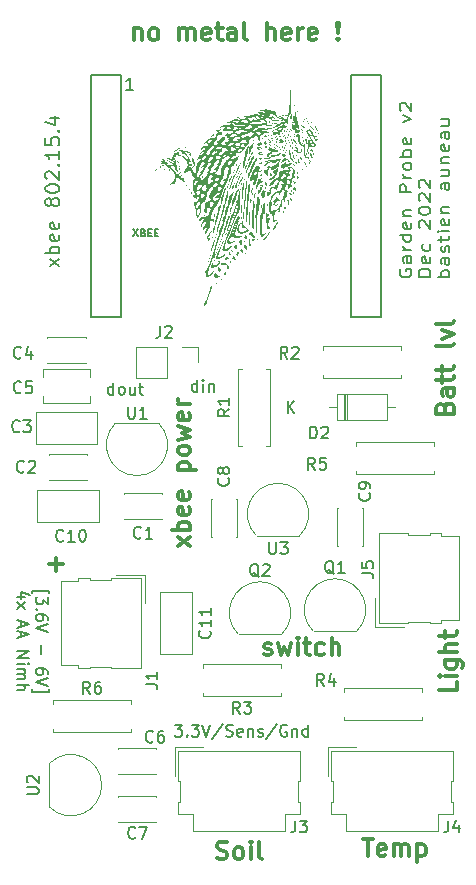
<source format=gbr>
%TF.GenerationSoftware,KiCad,Pcbnew,6.0.9-8da3e8f707~117~ubuntu20.04.1*%
%TF.CreationDate,2022-12-24T01:50:11+01:00*%
%TF.ProjectId,garden-reporter-board,67617264-656e-42d7-9265-706f72746572,2.1*%
%TF.SameCoordinates,Original*%
%TF.FileFunction,Legend,Top*%
%TF.FilePolarity,Positive*%
%FSLAX46Y46*%
G04 Gerber Fmt 4.6, Leading zero omitted, Abs format (unit mm)*
G04 Created by KiCad (PCBNEW 6.0.9-8da3e8f707~117~ubuntu20.04.1) date 2022-12-24 01:50:11*
%MOMM*%
%LPD*%
G01*
G04 APERTURE LIST*
%ADD10C,0.150000*%
%ADD11C,0.300000*%
%ADD12C,0.127000*%
%ADD13C,0.152400*%
%ADD14C,0.203200*%
%ADD15C,0.120000*%
G04 APERTURE END LIST*
D10*
X148487523Y-116800380D02*
X149106571Y-116800380D01*
X148773238Y-117181333D01*
X148916095Y-117181333D01*
X149011333Y-117228952D01*
X149058952Y-117276571D01*
X149106571Y-117371809D01*
X149106571Y-117609904D01*
X149058952Y-117705142D01*
X149011333Y-117752761D01*
X148916095Y-117800380D01*
X148630380Y-117800380D01*
X148535142Y-117752761D01*
X148487523Y-117705142D01*
X149535142Y-117705142D02*
X149582761Y-117752761D01*
X149535142Y-117800380D01*
X149487523Y-117752761D01*
X149535142Y-117705142D01*
X149535142Y-117800380D01*
X149916095Y-116800380D02*
X150535142Y-116800380D01*
X150201809Y-117181333D01*
X150344666Y-117181333D01*
X150439904Y-117228952D01*
X150487523Y-117276571D01*
X150535142Y-117371809D01*
X150535142Y-117609904D01*
X150487523Y-117705142D01*
X150439904Y-117752761D01*
X150344666Y-117800380D01*
X150058952Y-117800380D01*
X149963714Y-117752761D01*
X149916095Y-117705142D01*
X150820857Y-116800380D02*
X151154190Y-117800380D01*
X151487523Y-116800380D01*
X152535142Y-116752761D02*
X151678000Y-118038476D01*
X152820857Y-117752761D02*
X152963714Y-117800380D01*
X153201809Y-117800380D01*
X153297047Y-117752761D01*
X153344666Y-117705142D01*
X153392285Y-117609904D01*
X153392285Y-117514666D01*
X153344666Y-117419428D01*
X153297047Y-117371809D01*
X153201809Y-117324190D01*
X153011333Y-117276571D01*
X152916095Y-117228952D01*
X152868476Y-117181333D01*
X152820857Y-117086095D01*
X152820857Y-116990857D01*
X152868476Y-116895619D01*
X152916095Y-116848000D01*
X153011333Y-116800380D01*
X153249428Y-116800380D01*
X153392285Y-116848000D01*
X154201809Y-117752761D02*
X154106571Y-117800380D01*
X153916095Y-117800380D01*
X153820857Y-117752761D01*
X153773238Y-117657523D01*
X153773238Y-117276571D01*
X153820857Y-117181333D01*
X153916095Y-117133714D01*
X154106571Y-117133714D01*
X154201809Y-117181333D01*
X154249428Y-117276571D01*
X154249428Y-117371809D01*
X153773238Y-117467047D01*
X154678000Y-117133714D02*
X154678000Y-117800380D01*
X154678000Y-117228952D02*
X154725619Y-117181333D01*
X154820857Y-117133714D01*
X154963714Y-117133714D01*
X155058952Y-117181333D01*
X155106571Y-117276571D01*
X155106571Y-117800380D01*
X155535142Y-117752761D02*
X155630380Y-117800380D01*
X155820857Y-117800380D01*
X155916095Y-117752761D01*
X155963714Y-117657523D01*
X155963714Y-117609904D01*
X155916095Y-117514666D01*
X155820857Y-117467047D01*
X155678000Y-117467047D01*
X155582761Y-117419428D01*
X155535142Y-117324190D01*
X155535142Y-117276571D01*
X155582761Y-117181333D01*
X155678000Y-117133714D01*
X155820857Y-117133714D01*
X155916095Y-117181333D01*
X157106571Y-116752761D02*
X156249428Y-118038476D01*
X157963714Y-116848000D02*
X157868476Y-116800380D01*
X157725619Y-116800380D01*
X157582761Y-116848000D01*
X157487523Y-116943238D01*
X157439904Y-117038476D01*
X157392285Y-117228952D01*
X157392285Y-117371809D01*
X157439904Y-117562285D01*
X157487523Y-117657523D01*
X157582761Y-117752761D01*
X157725619Y-117800380D01*
X157820857Y-117800380D01*
X157963714Y-117752761D01*
X158011333Y-117705142D01*
X158011333Y-117371809D01*
X157820857Y-117371809D01*
X158439904Y-117133714D02*
X158439904Y-117800380D01*
X158439904Y-117228952D02*
X158487523Y-117181333D01*
X158582761Y-117133714D01*
X158725619Y-117133714D01*
X158820857Y-117181333D01*
X158868476Y-117276571D01*
X158868476Y-117800380D01*
X159773238Y-117800380D02*
X159773238Y-116800380D01*
X159773238Y-117752761D02*
X159678000Y-117800380D01*
X159487523Y-117800380D01*
X159392285Y-117752761D01*
X159344666Y-117705142D01*
X159297047Y-117609904D01*
X159297047Y-117324190D01*
X159344666Y-117228952D01*
X159392285Y-117181333D01*
X159487523Y-117133714D01*
X159678000Y-117133714D01*
X159773238Y-117181333D01*
D11*
X149776571Y-101682571D02*
X148776571Y-100896857D01*
X148776571Y-101682571D02*
X149776571Y-100896857D01*
X149776571Y-100325428D02*
X148276571Y-100325428D01*
X148848000Y-100325428D02*
X148776571Y-100182571D01*
X148776571Y-99896857D01*
X148848000Y-99754000D01*
X148919428Y-99682571D01*
X149062285Y-99611142D01*
X149490857Y-99611142D01*
X149633714Y-99682571D01*
X149705142Y-99754000D01*
X149776571Y-99896857D01*
X149776571Y-100182571D01*
X149705142Y-100325428D01*
X149705142Y-98396857D02*
X149776571Y-98539714D01*
X149776571Y-98825428D01*
X149705142Y-98968285D01*
X149562285Y-99039714D01*
X148990857Y-99039714D01*
X148848000Y-98968285D01*
X148776571Y-98825428D01*
X148776571Y-98539714D01*
X148848000Y-98396857D01*
X148990857Y-98325428D01*
X149133714Y-98325428D01*
X149276571Y-99039714D01*
X149705142Y-97111142D02*
X149776571Y-97254000D01*
X149776571Y-97539714D01*
X149705142Y-97682571D01*
X149562285Y-97754000D01*
X148990857Y-97754000D01*
X148848000Y-97682571D01*
X148776571Y-97539714D01*
X148776571Y-97254000D01*
X148848000Y-97111142D01*
X148990857Y-97039714D01*
X149133714Y-97039714D01*
X149276571Y-97754000D01*
X148776571Y-95254000D02*
X150276571Y-95254000D01*
X148848000Y-95254000D02*
X148776571Y-95111142D01*
X148776571Y-94825428D01*
X148848000Y-94682571D01*
X148919428Y-94611142D01*
X149062285Y-94539714D01*
X149490857Y-94539714D01*
X149633714Y-94611142D01*
X149705142Y-94682571D01*
X149776571Y-94825428D01*
X149776571Y-95111142D01*
X149705142Y-95254000D01*
X149776571Y-93682571D02*
X149705142Y-93825428D01*
X149633714Y-93896857D01*
X149490857Y-93968285D01*
X149062285Y-93968285D01*
X148919428Y-93896857D01*
X148848000Y-93825428D01*
X148776571Y-93682571D01*
X148776571Y-93468285D01*
X148848000Y-93325428D01*
X148919428Y-93254000D01*
X149062285Y-93182571D01*
X149490857Y-93182571D01*
X149633714Y-93254000D01*
X149705142Y-93325428D01*
X149776571Y-93468285D01*
X149776571Y-93682571D01*
X148776571Y-92682571D02*
X149776571Y-92396857D01*
X149062285Y-92111142D01*
X149776571Y-91825428D01*
X148776571Y-91539714D01*
X149705142Y-90396857D02*
X149776571Y-90539714D01*
X149776571Y-90825428D01*
X149705142Y-90968285D01*
X149562285Y-91039714D01*
X148990857Y-91039714D01*
X148848000Y-90968285D01*
X148776571Y-90825428D01*
X148776571Y-90539714D01*
X148848000Y-90396857D01*
X148990857Y-90325428D01*
X149133714Y-90325428D01*
X149276571Y-91039714D01*
X149776571Y-89682571D02*
X148776571Y-89682571D01*
X149062285Y-89682571D02*
X148919428Y-89611142D01*
X148848000Y-89539714D01*
X148776571Y-89396857D01*
X148776571Y-89254000D01*
D10*
X136417285Y-105680380D02*
X136417285Y-105442285D01*
X137845857Y-105442285D01*
X137845857Y-105680380D01*
X137750619Y-105966095D02*
X137750619Y-106585142D01*
X137369666Y-106251809D01*
X137369666Y-106394666D01*
X137322047Y-106489904D01*
X137274428Y-106537523D01*
X137179190Y-106585142D01*
X136941095Y-106585142D01*
X136845857Y-106537523D01*
X136798238Y-106489904D01*
X136750619Y-106394666D01*
X136750619Y-106108952D01*
X136798238Y-106013714D01*
X136845857Y-105966095D01*
X136845857Y-107013714D02*
X136798238Y-107061333D01*
X136750619Y-107013714D01*
X136798238Y-106966095D01*
X136845857Y-107013714D01*
X136750619Y-107013714D01*
X137750619Y-107918476D02*
X137750619Y-107728000D01*
X137703000Y-107632761D01*
X137655380Y-107585142D01*
X137512523Y-107489904D01*
X137322047Y-107442285D01*
X136941095Y-107442285D01*
X136845857Y-107489904D01*
X136798238Y-107537523D01*
X136750619Y-107632761D01*
X136750619Y-107823238D01*
X136798238Y-107918476D01*
X136845857Y-107966095D01*
X136941095Y-108013714D01*
X137179190Y-108013714D01*
X137274428Y-107966095D01*
X137322047Y-107918476D01*
X137369666Y-107823238D01*
X137369666Y-107632761D01*
X137322047Y-107537523D01*
X137274428Y-107489904D01*
X137179190Y-107442285D01*
X137750619Y-108299428D02*
X136750619Y-108632761D01*
X137750619Y-108966095D01*
X137131571Y-110061333D02*
X137131571Y-110823238D01*
X137750619Y-112489904D02*
X137750619Y-112299428D01*
X137703000Y-112204190D01*
X137655380Y-112156571D01*
X137512523Y-112061333D01*
X137322047Y-112013714D01*
X136941095Y-112013714D01*
X136845857Y-112061333D01*
X136798238Y-112108952D01*
X136750619Y-112204190D01*
X136750619Y-112394666D01*
X136798238Y-112489904D01*
X136845857Y-112537523D01*
X136941095Y-112585142D01*
X137179190Y-112585142D01*
X137274428Y-112537523D01*
X137322047Y-112489904D01*
X137369666Y-112394666D01*
X137369666Y-112204190D01*
X137322047Y-112108952D01*
X137274428Y-112061333D01*
X137179190Y-112013714D01*
X137750619Y-112870857D02*
X136750619Y-113204190D01*
X137750619Y-113537523D01*
X136417285Y-113775619D02*
X136417285Y-114013714D01*
X137845857Y-114013714D01*
X137845857Y-113775619D01*
X135807285Y-106013714D02*
X135140619Y-106013714D01*
X136188238Y-105775619D02*
X135473952Y-105537523D01*
X135473952Y-106156571D01*
X135140619Y-106442285D02*
X135807285Y-106966095D01*
X135807285Y-106442285D02*
X135140619Y-106966095D01*
X135426333Y-108061333D02*
X135426333Y-108537523D01*
X135140619Y-107966095D02*
X136140619Y-108299428D01*
X135140619Y-108632761D01*
X135426333Y-108918476D02*
X135426333Y-109394666D01*
X135140619Y-108823238D02*
X136140619Y-109156571D01*
X135140619Y-109489904D01*
X135140619Y-110585142D02*
X136140619Y-110585142D01*
X135140619Y-111156571D01*
X136140619Y-111156571D01*
X135140619Y-111632761D02*
X135807285Y-111632761D01*
X136140619Y-111632761D02*
X136093000Y-111585142D01*
X136045380Y-111632761D01*
X136093000Y-111680380D01*
X136140619Y-111632761D01*
X136045380Y-111632761D01*
X135140619Y-112108952D02*
X135807285Y-112108952D01*
X135712047Y-112108952D02*
X135759666Y-112156571D01*
X135807285Y-112251809D01*
X135807285Y-112394666D01*
X135759666Y-112489904D01*
X135664428Y-112537523D01*
X135140619Y-112537523D01*
X135664428Y-112537523D02*
X135759666Y-112585142D01*
X135807285Y-112680380D01*
X135807285Y-112823238D01*
X135759666Y-112918476D01*
X135664428Y-112966095D01*
X135140619Y-112966095D01*
X135140619Y-113442285D02*
X136140619Y-113442285D01*
X135140619Y-113870857D02*
X135664428Y-113870857D01*
X135759666Y-113823238D01*
X135807285Y-113728000D01*
X135807285Y-113585142D01*
X135759666Y-113489904D01*
X135712047Y-113442285D01*
X143295809Y-88844380D02*
X143295809Y-87844380D01*
X143295809Y-88796761D02*
X143200571Y-88844380D01*
X143010095Y-88844380D01*
X142914857Y-88796761D01*
X142867238Y-88749142D01*
X142819619Y-88653904D01*
X142819619Y-88368190D01*
X142867238Y-88272952D01*
X142914857Y-88225333D01*
X143010095Y-88177714D01*
X143200571Y-88177714D01*
X143295809Y-88225333D01*
X143914857Y-88844380D02*
X143819619Y-88796761D01*
X143772000Y-88749142D01*
X143724380Y-88653904D01*
X143724380Y-88368190D01*
X143772000Y-88272952D01*
X143819619Y-88225333D01*
X143914857Y-88177714D01*
X144057714Y-88177714D01*
X144152952Y-88225333D01*
X144200571Y-88272952D01*
X144248190Y-88368190D01*
X144248190Y-88653904D01*
X144200571Y-88749142D01*
X144152952Y-88796761D01*
X144057714Y-88844380D01*
X143914857Y-88844380D01*
X145105333Y-88177714D02*
X145105333Y-88844380D01*
X144676761Y-88177714D02*
X144676761Y-88701523D01*
X144724380Y-88796761D01*
X144819619Y-88844380D01*
X144962476Y-88844380D01*
X145057714Y-88796761D01*
X145105333Y-88749142D01*
X145438666Y-88177714D02*
X145819619Y-88177714D01*
X145581523Y-87844380D02*
X145581523Y-88701523D01*
X145629142Y-88796761D01*
X145724380Y-88844380D01*
X145819619Y-88844380D01*
D11*
X164382000Y-126432571D02*
X165239142Y-126432571D01*
X164810571Y-127932571D02*
X164810571Y-126432571D01*
X166310571Y-127861142D02*
X166167714Y-127932571D01*
X165882000Y-127932571D01*
X165739142Y-127861142D01*
X165667714Y-127718285D01*
X165667714Y-127146857D01*
X165739142Y-127004000D01*
X165882000Y-126932571D01*
X166167714Y-126932571D01*
X166310571Y-127004000D01*
X166382000Y-127146857D01*
X166382000Y-127289714D01*
X165667714Y-127432571D01*
X167024857Y-127932571D02*
X167024857Y-126932571D01*
X167024857Y-127075428D02*
X167096285Y-127004000D01*
X167239142Y-126932571D01*
X167453428Y-126932571D01*
X167596285Y-127004000D01*
X167667714Y-127146857D01*
X167667714Y-127932571D01*
X167667714Y-127146857D02*
X167739142Y-127004000D01*
X167882000Y-126932571D01*
X168096285Y-126932571D01*
X168239142Y-127004000D01*
X168310571Y-127146857D01*
X168310571Y-127932571D01*
X169024857Y-126932571D02*
X169024857Y-128432571D01*
X169024857Y-127004000D02*
X169167714Y-126932571D01*
X169453428Y-126932571D01*
X169596285Y-127004000D01*
X169667714Y-127075428D01*
X169739142Y-127218285D01*
X169739142Y-127646857D01*
X169667714Y-127789714D01*
X169596285Y-127861142D01*
X169453428Y-127932571D01*
X169167714Y-127932571D01*
X169024857Y-127861142D01*
X172382571Y-113184571D02*
X172382571Y-113898857D01*
X170882571Y-113898857D01*
X172382571Y-112684571D02*
X171382571Y-112684571D01*
X170882571Y-112684571D02*
X170954000Y-112756000D01*
X171025428Y-112684571D01*
X170954000Y-112613142D01*
X170882571Y-112684571D01*
X171025428Y-112684571D01*
X171382571Y-111327428D02*
X172596857Y-111327428D01*
X172739714Y-111398857D01*
X172811142Y-111470285D01*
X172882571Y-111613142D01*
X172882571Y-111827428D01*
X172811142Y-111970285D01*
X172311142Y-111327428D02*
X172382571Y-111470285D01*
X172382571Y-111756000D01*
X172311142Y-111898857D01*
X172239714Y-111970285D01*
X172096857Y-112041714D01*
X171668285Y-112041714D01*
X171525428Y-111970285D01*
X171454000Y-111898857D01*
X171382571Y-111756000D01*
X171382571Y-111470285D01*
X171454000Y-111327428D01*
X172382571Y-110613142D02*
X170882571Y-110613142D01*
X172382571Y-109970285D02*
X171596857Y-109970285D01*
X171454000Y-110041714D01*
X171382571Y-110184571D01*
X171382571Y-110398857D01*
X171454000Y-110541714D01*
X171525428Y-110613142D01*
X171382571Y-109470285D02*
X171382571Y-108898857D01*
X170882571Y-109256000D02*
X172168285Y-109256000D01*
X172311142Y-109184571D01*
X172382571Y-109041714D01*
X172382571Y-108898857D01*
X152066857Y-128115142D02*
X152281142Y-128186571D01*
X152638285Y-128186571D01*
X152781142Y-128115142D01*
X152852571Y-128043714D01*
X152924000Y-127900857D01*
X152924000Y-127758000D01*
X152852571Y-127615142D01*
X152781142Y-127543714D01*
X152638285Y-127472285D01*
X152352571Y-127400857D01*
X152209714Y-127329428D01*
X152138285Y-127258000D01*
X152066857Y-127115142D01*
X152066857Y-126972285D01*
X152138285Y-126829428D01*
X152209714Y-126758000D01*
X152352571Y-126686571D01*
X152709714Y-126686571D01*
X152924000Y-126758000D01*
X153781142Y-128186571D02*
X153638285Y-128115142D01*
X153566857Y-128043714D01*
X153495428Y-127900857D01*
X153495428Y-127472285D01*
X153566857Y-127329428D01*
X153638285Y-127258000D01*
X153781142Y-127186571D01*
X153995428Y-127186571D01*
X154138285Y-127258000D01*
X154209714Y-127329428D01*
X154281142Y-127472285D01*
X154281142Y-127900857D01*
X154209714Y-128043714D01*
X154138285Y-128115142D01*
X153995428Y-128186571D01*
X153781142Y-128186571D01*
X154924000Y-128186571D02*
X154924000Y-127186571D01*
X154924000Y-126686571D02*
X154852571Y-126758000D01*
X154924000Y-126829428D01*
X154995428Y-126758000D01*
X154924000Y-126686571D01*
X154924000Y-126829428D01*
X155852571Y-128186571D02*
X155709714Y-128115142D01*
X155638285Y-127972285D01*
X155638285Y-126686571D01*
D10*
X138718857Y-77970857D02*
X137918857Y-77342285D01*
X137918857Y-77970857D02*
X138718857Y-77342285D01*
X138718857Y-76885142D02*
X137518857Y-76885142D01*
X137976000Y-76885142D02*
X137918857Y-76770857D01*
X137918857Y-76542285D01*
X137976000Y-76428000D01*
X138033142Y-76370857D01*
X138147428Y-76313714D01*
X138490285Y-76313714D01*
X138604571Y-76370857D01*
X138661714Y-76428000D01*
X138718857Y-76542285D01*
X138718857Y-76770857D01*
X138661714Y-76885142D01*
X138661714Y-75342285D02*
X138718857Y-75456571D01*
X138718857Y-75685142D01*
X138661714Y-75799428D01*
X138547428Y-75856571D01*
X138090285Y-75856571D01*
X137976000Y-75799428D01*
X137918857Y-75685142D01*
X137918857Y-75456571D01*
X137976000Y-75342285D01*
X138090285Y-75285142D01*
X138204571Y-75285142D01*
X138318857Y-75856571D01*
X138661714Y-74313714D02*
X138718857Y-74428000D01*
X138718857Y-74656571D01*
X138661714Y-74770857D01*
X138547428Y-74828000D01*
X138090285Y-74828000D01*
X137976000Y-74770857D01*
X137918857Y-74656571D01*
X137918857Y-74428000D01*
X137976000Y-74313714D01*
X138090285Y-74256571D01*
X138204571Y-74256571D01*
X138318857Y-74828000D01*
X138033142Y-72656571D02*
X137976000Y-72770857D01*
X137918857Y-72828000D01*
X137804571Y-72885142D01*
X137747428Y-72885142D01*
X137633142Y-72828000D01*
X137576000Y-72770857D01*
X137518857Y-72656571D01*
X137518857Y-72428000D01*
X137576000Y-72313714D01*
X137633142Y-72256571D01*
X137747428Y-72199428D01*
X137804571Y-72199428D01*
X137918857Y-72256571D01*
X137976000Y-72313714D01*
X138033142Y-72428000D01*
X138033142Y-72656571D01*
X138090285Y-72770857D01*
X138147428Y-72828000D01*
X138261714Y-72885142D01*
X138490285Y-72885142D01*
X138604571Y-72828000D01*
X138661714Y-72770857D01*
X138718857Y-72656571D01*
X138718857Y-72428000D01*
X138661714Y-72313714D01*
X138604571Y-72256571D01*
X138490285Y-72199428D01*
X138261714Y-72199428D01*
X138147428Y-72256571D01*
X138090285Y-72313714D01*
X138033142Y-72428000D01*
X137518857Y-71456571D02*
X137518857Y-71342285D01*
X137576000Y-71228000D01*
X137633142Y-71170857D01*
X137747428Y-71113714D01*
X137976000Y-71056571D01*
X138261714Y-71056571D01*
X138490285Y-71113714D01*
X138604571Y-71170857D01*
X138661714Y-71228000D01*
X138718857Y-71342285D01*
X138718857Y-71456571D01*
X138661714Y-71570857D01*
X138604571Y-71628000D01*
X138490285Y-71685142D01*
X138261714Y-71742285D01*
X137976000Y-71742285D01*
X137747428Y-71685142D01*
X137633142Y-71628000D01*
X137576000Y-71570857D01*
X137518857Y-71456571D01*
X137633142Y-70599428D02*
X137576000Y-70542285D01*
X137518857Y-70428000D01*
X137518857Y-70142285D01*
X137576000Y-70028000D01*
X137633142Y-69970857D01*
X137747428Y-69913714D01*
X137861714Y-69913714D01*
X138033142Y-69970857D01*
X138718857Y-70656571D01*
X138718857Y-69913714D01*
X138604571Y-69399428D02*
X138661714Y-69342285D01*
X138718857Y-69399428D01*
X138661714Y-69456571D01*
X138604571Y-69399428D01*
X138718857Y-69399428D01*
X138718857Y-68199428D02*
X138718857Y-68885142D01*
X138718857Y-68542285D02*
X137518857Y-68542285D01*
X137690285Y-68656571D01*
X137804571Y-68770857D01*
X137861714Y-68885142D01*
X137518857Y-67113714D02*
X137518857Y-67685142D01*
X138090285Y-67742285D01*
X138033142Y-67685142D01*
X137976000Y-67570857D01*
X137976000Y-67285142D01*
X138033142Y-67170857D01*
X138090285Y-67113714D01*
X138204571Y-67056571D01*
X138490285Y-67056571D01*
X138604571Y-67113714D01*
X138661714Y-67170857D01*
X138718857Y-67285142D01*
X138718857Y-67570857D01*
X138661714Y-67685142D01*
X138604571Y-67742285D01*
X138604571Y-66542285D02*
X138661714Y-66485142D01*
X138718857Y-66542285D01*
X138661714Y-66599428D01*
X138604571Y-66542285D01*
X138718857Y-66542285D01*
X137918857Y-65456571D02*
X138718857Y-65456571D01*
X137461714Y-65742285D02*
X138318857Y-66028000D01*
X138318857Y-65285142D01*
D11*
X156043714Y-110843142D02*
X156186571Y-110914571D01*
X156472285Y-110914571D01*
X156615142Y-110843142D01*
X156686571Y-110700285D01*
X156686571Y-110628857D01*
X156615142Y-110486000D01*
X156472285Y-110414571D01*
X156258000Y-110414571D01*
X156115142Y-110343142D01*
X156043714Y-110200285D01*
X156043714Y-110128857D01*
X156115142Y-109986000D01*
X156258000Y-109914571D01*
X156472285Y-109914571D01*
X156615142Y-109986000D01*
X157186571Y-109914571D02*
X157472285Y-110914571D01*
X157758000Y-110200285D01*
X158043714Y-110914571D01*
X158329428Y-109914571D01*
X158900857Y-110914571D02*
X158900857Y-109914571D01*
X158900857Y-109414571D02*
X158829428Y-109486000D01*
X158900857Y-109557428D01*
X158972285Y-109486000D01*
X158900857Y-109414571D01*
X158900857Y-109557428D01*
X159400857Y-109914571D02*
X159972285Y-109914571D01*
X159615142Y-109414571D02*
X159615142Y-110700285D01*
X159686571Y-110843142D01*
X159829428Y-110914571D01*
X159972285Y-110914571D01*
X161115142Y-110843142D02*
X160972285Y-110914571D01*
X160686571Y-110914571D01*
X160543714Y-110843142D01*
X160472285Y-110771714D01*
X160400857Y-110628857D01*
X160400857Y-110200285D01*
X160472285Y-110057428D01*
X160543714Y-109986000D01*
X160686571Y-109914571D01*
X160972285Y-109914571D01*
X161115142Y-109986000D01*
X161758000Y-110914571D02*
X161758000Y-109414571D01*
X162400857Y-110914571D02*
X162400857Y-110128857D01*
X162329428Y-109986000D01*
X162186571Y-109914571D01*
X161972285Y-109914571D01*
X161829428Y-109986000D01*
X161758000Y-110057428D01*
X137858571Y-103231142D02*
X139001428Y-103231142D01*
X138430000Y-103802571D02*
X138430000Y-102659714D01*
X145027142Y-57844571D02*
X145027142Y-58844571D01*
X145027142Y-57987428D02*
X145098571Y-57916000D01*
X145241428Y-57844571D01*
X145455714Y-57844571D01*
X145598571Y-57916000D01*
X145670000Y-58058857D01*
X145670000Y-58844571D01*
X146598571Y-58844571D02*
X146455714Y-58773142D01*
X146384285Y-58701714D01*
X146312857Y-58558857D01*
X146312857Y-58130285D01*
X146384285Y-57987428D01*
X146455714Y-57916000D01*
X146598571Y-57844571D01*
X146812857Y-57844571D01*
X146955714Y-57916000D01*
X147027142Y-57987428D01*
X147098571Y-58130285D01*
X147098571Y-58558857D01*
X147027142Y-58701714D01*
X146955714Y-58773142D01*
X146812857Y-58844571D01*
X146598571Y-58844571D01*
X148884285Y-58844571D02*
X148884285Y-57844571D01*
X148884285Y-57987428D02*
X148955714Y-57916000D01*
X149098571Y-57844571D01*
X149312857Y-57844571D01*
X149455714Y-57916000D01*
X149527142Y-58058857D01*
X149527142Y-58844571D01*
X149527142Y-58058857D02*
X149598571Y-57916000D01*
X149741428Y-57844571D01*
X149955714Y-57844571D01*
X150098571Y-57916000D01*
X150170000Y-58058857D01*
X150170000Y-58844571D01*
X151455714Y-58773142D02*
X151312857Y-58844571D01*
X151027142Y-58844571D01*
X150884285Y-58773142D01*
X150812857Y-58630285D01*
X150812857Y-58058857D01*
X150884285Y-57916000D01*
X151027142Y-57844571D01*
X151312857Y-57844571D01*
X151455714Y-57916000D01*
X151527142Y-58058857D01*
X151527142Y-58201714D01*
X150812857Y-58344571D01*
X151955714Y-57844571D02*
X152527142Y-57844571D01*
X152170000Y-57344571D02*
X152170000Y-58630285D01*
X152241428Y-58773142D01*
X152384285Y-58844571D01*
X152527142Y-58844571D01*
X153670000Y-58844571D02*
X153670000Y-58058857D01*
X153598571Y-57916000D01*
X153455714Y-57844571D01*
X153170000Y-57844571D01*
X153027142Y-57916000D01*
X153670000Y-58773142D02*
X153527142Y-58844571D01*
X153170000Y-58844571D01*
X153027142Y-58773142D01*
X152955714Y-58630285D01*
X152955714Y-58487428D01*
X153027142Y-58344571D01*
X153170000Y-58273142D01*
X153527142Y-58273142D01*
X153670000Y-58201714D01*
X154598571Y-58844571D02*
X154455714Y-58773142D01*
X154384285Y-58630285D01*
X154384285Y-57344571D01*
X156312857Y-58844571D02*
X156312857Y-57344571D01*
X156955714Y-58844571D02*
X156955714Y-58058857D01*
X156884285Y-57916000D01*
X156741428Y-57844571D01*
X156527142Y-57844571D01*
X156384285Y-57916000D01*
X156312857Y-57987428D01*
X158241428Y-58773142D02*
X158098571Y-58844571D01*
X157812857Y-58844571D01*
X157670000Y-58773142D01*
X157598571Y-58630285D01*
X157598571Y-58058857D01*
X157670000Y-57916000D01*
X157812857Y-57844571D01*
X158098571Y-57844571D01*
X158241428Y-57916000D01*
X158312857Y-58058857D01*
X158312857Y-58201714D01*
X157598571Y-58344571D01*
X158955714Y-58844571D02*
X158955714Y-57844571D01*
X158955714Y-58130285D02*
X159027142Y-57987428D01*
X159098571Y-57916000D01*
X159241428Y-57844571D01*
X159384285Y-57844571D01*
X160455714Y-58773142D02*
X160312857Y-58844571D01*
X160027142Y-58844571D01*
X159884285Y-58773142D01*
X159812857Y-58630285D01*
X159812857Y-58058857D01*
X159884285Y-57916000D01*
X160027142Y-57844571D01*
X160312857Y-57844571D01*
X160455714Y-57916000D01*
X160527142Y-58058857D01*
X160527142Y-58201714D01*
X159812857Y-58344571D01*
X162312857Y-58701714D02*
X162384285Y-58773142D01*
X162312857Y-58844571D01*
X162241428Y-58773142D01*
X162312857Y-58701714D01*
X162312857Y-58844571D01*
X162312857Y-58273142D02*
X162241428Y-57416000D01*
X162312857Y-57344571D01*
X162384285Y-57416000D01*
X162312857Y-58273142D01*
X162312857Y-57344571D01*
D10*
X150399809Y-88590380D02*
X150399809Y-87590380D01*
X150399809Y-88542761D02*
X150304571Y-88590380D01*
X150114095Y-88590380D01*
X150018857Y-88542761D01*
X149971238Y-88495142D01*
X149923619Y-88399904D01*
X149923619Y-88114190D01*
X149971238Y-88018952D01*
X150018857Y-87971333D01*
X150114095Y-87923714D01*
X150304571Y-87923714D01*
X150399809Y-87971333D01*
X150876000Y-88590380D02*
X150876000Y-87923714D01*
X150876000Y-87590380D02*
X150828380Y-87638000D01*
X150876000Y-87685619D01*
X150923619Y-87638000D01*
X150876000Y-87590380D01*
X150876000Y-87685619D01*
X151352190Y-87923714D02*
X151352190Y-88590380D01*
X151352190Y-88018952D02*
X151399809Y-87971333D01*
X151495047Y-87923714D01*
X151637904Y-87923714D01*
X151733142Y-87971333D01*
X151780761Y-88066571D01*
X151780761Y-88590380D01*
X167562000Y-78236214D02*
X167514380Y-78350500D01*
X167514380Y-78521928D01*
X167562000Y-78693357D01*
X167657238Y-78807642D01*
X167752476Y-78864785D01*
X167942952Y-78921928D01*
X168085809Y-78921928D01*
X168276285Y-78864785D01*
X168371523Y-78807642D01*
X168466761Y-78693357D01*
X168514380Y-78521928D01*
X168514380Y-78407642D01*
X168466761Y-78236214D01*
X168419142Y-78179071D01*
X168085809Y-78179071D01*
X168085809Y-78407642D01*
X168514380Y-77150500D02*
X167990571Y-77150500D01*
X167895333Y-77207642D01*
X167847714Y-77321928D01*
X167847714Y-77550500D01*
X167895333Y-77664785D01*
X168466761Y-77150500D02*
X168514380Y-77264785D01*
X168514380Y-77550500D01*
X168466761Y-77664785D01*
X168371523Y-77721928D01*
X168276285Y-77721928D01*
X168181047Y-77664785D01*
X168133428Y-77550500D01*
X168133428Y-77264785D01*
X168085809Y-77150500D01*
X168514380Y-76579071D02*
X167847714Y-76579071D01*
X168038190Y-76579071D02*
X167942952Y-76521928D01*
X167895333Y-76464785D01*
X167847714Y-76350500D01*
X167847714Y-76236214D01*
X168514380Y-75321928D02*
X167514380Y-75321928D01*
X168466761Y-75321928D02*
X168514380Y-75436214D01*
X168514380Y-75664785D01*
X168466761Y-75779071D01*
X168419142Y-75836214D01*
X168323904Y-75893357D01*
X168038190Y-75893357D01*
X167942952Y-75836214D01*
X167895333Y-75779071D01*
X167847714Y-75664785D01*
X167847714Y-75436214D01*
X167895333Y-75321928D01*
X168466761Y-74293357D02*
X168514380Y-74407642D01*
X168514380Y-74636214D01*
X168466761Y-74750500D01*
X168371523Y-74807642D01*
X167990571Y-74807642D01*
X167895333Y-74750500D01*
X167847714Y-74636214D01*
X167847714Y-74407642D01*
X167895333Y-74293357D01*
X167990571Y-74236214D01*
X168085809Y-74236214D01*
X168181047Y-74807642D01*
X167847714Y-73721928D02*
X168514380Y-73721928D01*
X167942952Y-73721928D02*
X167895333Y-73664785D01*
X167847714Y-73550500D01*
X167847714Y-73379071D01*
X167895333Y-73264785D01*
X167990571Y-73207642D01*
X168514380Y-73207642D01*
X168514380Y-71721928D02*
X167514380Y-71721928D01*
X167514380Y-71264785D01*
X167562000Y-71150500D01*
X167609619Y-71093357D01*
X167704857Y-71036214D01*
X167847714Y-71036214D01*
X167942952Y-71093357D01*
X167990571Y-71150500D01*
X168038190Y-71264785D01*
X168038190Y-71721928D01*
X168514380Y-70521928D02*
X167847714Y-70521928D01*
X168038190Y-70521928D02*
X167942952Y-70464785D01*
X167895333Y-70407642D01*
X167847714Y-70293357D01*
X167847714Y-70179071D01*
X168514380Y-69607642D02*
X168466761Y-69721928D01*
X168419142Y-69779071D01*
X168323904Y-69836214D01*
X168038190Y-69836214D01*
X167942952Y-69779071D01*
X167895333Y-69721928D01*
X167847714Y-69607642D01*
X167847714Y-69436214D01*
X167895333Y-69321928D01*
X167942952Y-69264785D01*
X168038190Y-69207642D01*
X168323904Y-69207642D01*
X168419142Y-69264785D01*
X168466761Y-69321928D01*
X168514380Y-69436214D01*
X168514380Y-69607642D01*
X168514380Y-68693357D02*
X167514380Y-68693357D01*
X167895333Y-68693357D02*
X167847714Y-68579071D01*
X167847714Y-68350500D01*
X167895333Y-68236214D01*
X167942952Y-68179071D01*
X168038190Y-68121928D01*
X168323904Y-68121928D01*
X168419142Y-68179071D01*
X168466761Y-68236214D01*
X168514380Y-68350500D01*
X168514380Y-68579071D01*
X168466761Y-68693357D01*
X168466761Y-67150500D02*
X168514380Y-67264785D01*
X168514380Y-67493357D01*
X168466761Y-67607642D01*
X168371523Y-67664785D01*
X167990571Y-67664785D01*
X167895333Y-67607642D01*
X167847714Y-67493357D01*
X167847714Y-67264785D01*
X167895333Y-67150500D01*
X167990571Y-67093357D01*
X168085809Y-67093357D01*
X168181047Y-67664785D01*
X167847714Y-65779071D02*
X168514380Y-65493357D01*
X167847714Y-65207642D01*
X167609619Y-64807642D02*
X167562000Y-64750500D01*
X167514380Y-64636214D01*
X167514380Y-64350500D01*
X167562000Y-64236214D01*
X167609619Y-64179071D01*
X167704857Y-64121928D01*
X167800095Y-64121928D01*
X167942952Y-64179071D01*
X168514380Y-64864785D01*
X168514380Y-64121928D01*
X170124380Y-78864785D02*
X169124380Y-78864785D01*
X169124380Y-78579071D01*
X169172000Y-78407642D01*
X169267238Y-78293357D01*
X169362476Y-78236214D01*
X169552952Y-78179071D01*
X169695809Y-78179071D01*
X169886285Y-78236214D01*
X169981523Y-78293357D01*
X170076761Y-78407642D01*
X170124380Y-78579071D01*
X170124380Y-78864785D01*
X170076761Y-77207642D02*
X170124380Y-77321928D01*
X170124380Y-77550500D01*
X170076761Y-77664785D01*
X169981523Y-77721928D01*
X169600571Y-77721928D01*
X169505333Y-77664785D01*
X169457714Y-77550500D01*
X169457714Y-77321928D01*
X169505333Y-77207642D01*
X169600571Y-77150500D01*
X169695809Y-77150500D01*
X169791047Y-77721928D01*
X170076761Y-76121928D02*
X170124380Y-76236214D01*
X170124380Y-76464785D01*
X170076761Y-76579071D01*
X170029142Y-76636214D01*
X169933904Y-76693357D01*
X169648190Y-76693357D01*
X169552952Y-76636214D01*
X169505333Y-76579071D01*
X169457714Y-76464785D01*
X169457714Y-76236214D01*
X169505333Y-76121928D01*
X169219619Y-74750500D02*
X169172000Y-74693357D01*
X169124380Y-74579071D01*
X169124380Y-74293357D01*
X169172000Y-74179071D01*
X169219619Y-74121928D01*
X169314857Y-74064785D01*
X169410095Y-74064785D01*
X169552952Y-74121928D01*
X170124380Y-74807642D01*
X170124380Y-74064785D01*
X169124380Y-73321928D02*
X169124380Y-73207642D01*
X169172000Y-73093357D01*
X169219619Y-73036214D01*
X169314857Y-72979071D01*
X169505333Y-72921928D01*
X169743428Y-72921928D01*
X169933904Y-72979071D01*
X170029142Y-73036214D01*
X170076761Y-73093357D01*
X170124380Y-73207642D01*
X170124380Y-73321928D01*
X170076761Y-73436214D01*
X170029142Y-73493357D01*
X169933904Y-73550500D01*
X169743428Y-73607642D01*
X169505333Y-73607642D01*
X169314857Y-73550500D01*
X169219619Y-73493357D01*
X169172000Y-73436214D01*
X169124380Y-73321928D01*
X169219619Y-72464785D02*
X169172000Y-72407642D01*
X169124380Y-72293357D01*
X169124380Y-72007642D01*
X169172000Y-71893357D01*
X169219619Y-71836214D01*
X169314857Y-71779071D01*
X169410095Y-71779071D01*
X169552952Y-71836214D01*
X170124380Y-72521928D01*
X170124380Y-71779071D01*
X169219619Y-71321928D02*
X169172000Y-71264785D01*
X169124380Y-71150500D01*
X169124380Y-70864785D01*
X169172000Y-70750500D01*
X169219619Y-70693357D01*
X169314857Y-70636214D01*
X169410095Y-70636214D01*
X169552952Y-70693357D01*
X170124380Y-71379071D01*
X170124380Y-70636214D01*
X171734380Y-78864785D02*
X170734380Y-78864785D01*
X171115333Y-78864785D02*
X171067714Y-78750500D01*
X171067714Y-78521928D01*
X171115333Y-78407642D01*
X171162952Y-78350500D01*
X171258190Y-78293357D01*
X171543904Y-78293357D01*
X171639142Y-78350500D01*
X171686761Y-78407642D01*
X171734380Y-78521928D01*
X171734380Y-78750500D01*
X171686761Y-78864785D01*
X171734380Y-77264785D02*
X171210571Y-77264785D01*
X171115333Y-77321928D01*
X171067714Y-77436214D01*
X171067714Y-77664785D01*
X171115333Y-77779071D01*
X171686761Y-77264785D02*
X171734380Y-77379071D01*
X171734380Y-77664785D01*
X171686761Y-77779071D01*
X171591523Y-77836214D01*
X171496285Y-77836214D01*
X171401047Y-77779071D01*
X171353428Y-77664785D01*
X171353428Y-77379071D01*
X171305809Y-77264785D01*
X171686761Y-76750500D02*
X171734380Y-76636214D01*
X171734380Y-76407642D01*
X171686761Y-76293357D01*
X171591523Y-76236214D01*
X171543904Y-76236214D01*
X171448666Y-76293357D01*
X171401047Y-76407642D01*
X171401047Y-76579071D01*
X171353428Y-76693357D01*
X171258190Y-76750500D01*
X171210571Y-76750500D01*
X171115333Y-76693357D01*
X171067714Y-76579071D01*
X171067714Y-76407642D01*
X171115333Y-76293357D01*
X171067714Y-75893357D02*
X171067714Y-75436214D01*
X170734380Y-75721928D02*
X171591523Y-75721928D01*
X171686761Y-75664785D01*
X171734380Y-75550500D01*
X171734380Y-75436214D01*
X171734380Y-75036214D02*
X171067714Y-75036214D01*
X170734380Y-75036214D02*
X170782000Y-75093357D01*
X170829619Y-75036214D01*
X170782000Y-74979071D01*
X170734380Y-75036214D01*
X170829619Y-75036214D01*
X171686761Y-74007642D02*
X171734380Y-74121928D01*
X171734380Y-74350500D01*
X171686761Y-74464785D01*
X171591523Y-74521928D01*
X171210571Y-74521928D01*
X171115333Y-74464785D01*
X171067714Y-74350500D01*
X171067714Y-74121928D01*
X171115333Y-74007642D01*
X171210571Y-73950500D01*
X171305809Y-73950500D01*
X171401047Y-74521928D01*
X171067714Y-73436214D02*
X171734380Y-73436214D01*
X171162952Y-73436214D02*
X171115333Y-73379071D01*
X171067714Y-73264785D01*
X171067714Y-73093357D01*
X171115333Y-72979071D01*
X171210571Y-72921928D01*
X171734380Y-72921928D01*
X171734380Y-70921928D02*
X171210571Y-70921928D01*
X171115333Y-70979071D01*
X171067714Y-71093357D01*
X171067714Y-71321928D01*
X171115333Y-71436214D01*
X171686761Y-70921928D02*
X171734380Y-71036214D01*
X171734380Y-71321928D01*
X171686761Y-71436214D01*
X171591523Y-71493357D01*
X171496285Y-71493357D01*
X171401047Y-71436214D01*
X171353428Y-71321928D01*
X171353428Y-71036214D01*
X171305809Y-70921928D01*
X171067714Y-69836214D02*
X171734380Y-69836214D01*
X171067714Y-70350500D02*
X171591523Y-70350500D01*
X171686761Y-70293357D01*
X171734380Y-70179071D01*
X171734380Y-70007642D01*
X171686761Y-69893357D01*
X171639142Y-69836214D01*
X171067714Y-69264785D02*
X171734380Y-69264785D01*
X171162952Y-69264785D02*
X171115333Y-69207642D01*
X171067714Y-69093357D01*
X171067714Y-68921928D01*
X171115333Y-68807642D01*
X171210571Y-68750500D01*
X171734380Y-68750500D01*
X171686761Y-67721928D02*
X171734380Y-67836214D01*
X171734380Y-68064785D01*
X171686761Y-68179071D01*
X171591523Y-68236214D01*
X171210571Y-68236214D01*
X171115333Y-68179071D01*
X171067714Y-68064785D01*
X171067714Y-67836214D01*
X171115333Y-67721928D01*
X171210571Y-67664785D01*
X171305809Y-67664785D01*
X171401047Y-68236214D01*
X171734380Y-66636214D02*
X171210571Y-66636214D01*
X171115333Y-66693357D01*
X171067714Y-66807642D01*
X171067714Y-67036214D01*
X171115333Y-67150500D01*
X171686761Y-66636214D02*
X171734380Y-66750500D01*
X171734380Y-67036214D01*
X171686761Y-67150500D01*
X171591523Y-67207642D01*
X171496285Y-67207642D01*
X171401047Y-67150500D01*
X171353428Y-67036214D01*
X171353428Y-66750500D01*
X171305809Y-66636214D01*
X171067714Y-65550500D02*
X171734380Y-65550500D01*
X171067714Y-66064785D02*
X171591523Y-66064785D01*
X171686761Y-66007642D01*
X171734380Y-65893357D01*
X171734380Y-65721928D01*
X171686761Y-65607642D01*
X171639142Y-65550500D01*
D11*
X171342857Y-89971142D02*
X171414285Y-89756857D01*
X171485714Y-89685428D01*
X171628571Y-89614000D01*
X171842857Y-89614000D01*
X171985714Y-89685428D01*
X172057142Y-89756857D01*
X172128571Y-89899714D01*
X172128571Y-90471142D01*
X170628571Y-90471142D01*
X170628571Y-89971142D01*
X170700000Y-89828285D01*
X170771428Y-89756857D01*
X170914285Y-89685428D01*
X171057142Y-89685428D01*
X171200000Y-89756857D01*
X171271428Y-89828285D01*
X171342857Y-89971142D01*
X171342857Y-90471142D01*
X172128571Y-88328285D02*
X171342857Y-88328285D01*
X171200000Y-88399714D01*
X171128571Y-88542571D01*
X171128571Y-88828285D01*
X171200000Y-88971142D01*
X172057142Y-88328285D02*
X172128571Y-88471142D01*
X172128571Y-88828285D01*
X172057142Y-88971142D01*
X171914285Y-89042571D01*
X171771428Y-89042571D01*
X171628571Y-88971142D01*
X171557142Y-88828285D01*
X171557142Y-88471142D01*
X171485714Y-88328285D01*
X171128571Y-87828285D02*
X171128571Y-87256857D01*
X170628571Y-87614000D02*
X171914285Y-87614000D01*
X172057142Y-87542571D01*
X172128571Y-87399714D01*
X172128571Y-87256857D01*
X171128571Y-86971142D02*
X171128571Y-86399714D01*
X170628571Y-86756857D02*
X171914285Y-86756857D01*
X172057142Y-86685428D01*
X172128571Y-86542571D01*
X172128571Y-86399714D01*
X172128571Y-84542571D02*
X172057142Y-84685428D01*
X171914285Y-84756857D01*
X170628571Y-84756857D01*
X171128571Y-84114000D02*
X172128571Y-83756857D01*
X171128571Y-83399714D01*
X172128571Y-82614000D02*
X172057142Y-82756857D01*
X171914285Y-82828285D01*
X170628571Y-82828285D01*
D12*
%TO.C,JP1*%
X144990457Y-74850171D02*
X145396857Y-75459771D01*
X145396857Y-74850171D02*
X144990457Y-75459771D01*
X145832285Y-75140457D02*
X145919371Y-75169485D01*
X145948400Y-75198514D01*
X145977428Y-75256571D01*
X145977428Y-75343657D01*
X145948400Y-75401714D01*
X145919371Y-75430742D01*
X145861314Y-75459771D01*
X145629085Y-75459771D01*
X145629085Y-74850171D01*
X145832285Y-74850171D01*
X145890342Y-74879200D01*
X145919371Y-74908228D01*
X145948400Y-74966285D01*
X145948400Y-75024342D01*
X145919371Y-75082400D01*
X145890342Y-75111428D01*
X145832285Y-75140457D01*
X145629085Y-75140457D01*
X146238685Y-75140457D02*
X146441885Y-75140457D01*
X146528971Y-75459771D02*
X146238685Y-75459771D01*
X146238685Y-74850171D01*
X146528971Y-74850171D01*
X146790228Y-75140457D02*
X146993428Y-75140457D01*
X147080514Y-75459771D02*
X146790228Y-75459771D01*
X146790228Y-74850171D01*
X147080514Y-74850171D01*
D13*
X144968685Y-63017279D02*
X144388114Y-63017279D01*
X144678400Y-63017279D02*
X144678400Y-62001279D01*
X144581638Y-62146421D01*
X144484876Y-62243183D01*
X144388114Y-62291564D01*
D10*
%TO.C,J3*%
X158670666Y-124916380D02*
X158670666Y-125630666D01*
X158623047Y-125773523D01*
X158527809Y-125868761D01*
X158384952Y-125916380D01*
X158289714Y-125916380D01*
X159051619Y-124916380D02*
X159670666Y-124916380D01*
X159337333Y-125297333D01*
X159480190Y-125297333D01*
X159575428Y-125344952D01*
X159623047Y-125392571D01*
X159670666Y-125487809D01*
X159670666Y-125725904D01*
X159623047Y-125821142D01*
X159575428Y-125868761D01*
X159480190Y-125916380D01*
X159194476Y-125916380D01*
X159099238Y-125868761D01*
X159051619Y-125821142D01*
%TO.C,U1*%
X144526095Y-89876380D02*
X144526095Y-90685904D01*
X144573714Y-90781142D01*
X144621333Y-90828761D01*
X144716571Y-90876380D01*
X144907047Y-90876380D01*
X145002285Y-90828761D01*
X145049904Y-90781142D01*
X145097523Y-90685904D01*
X145097523Y-89876380D01*
X146097523Y-90876380D02*
X145526095Y-90876380D01*
X145811809Y-90876380D02*
X145811809Y-89876380D01*
X145716571Y-90019238D01*
X145621333Y-90114476D01*
X145526095Y-90162095D01*
%TO.C,Q1*%
X161956761Y-104027619D02*
X161861523Y-103980000D01*
X161766285Y-103884761D01*
X161623428Y-103741904D01*
X161528190Y-103694285D01*
X161432952Y-103694285D01*
X161480571Y-103932380D02*
X161385333Y-103884761D01*
X161290095Y-103789523D01*
X161242476Y-103599047D01*
X161242476Y-103265714D01*
X161290095Y-103075238D01*
X161385333Y-102980000D01*
X161480571Y-102932380D01*
X161671047Y-102932380D01*
X161766285Y-102980000D01*
X161861523Y-103075238D01*
X161909142Y-103265714D01*
X161909142Y-103599047D01*
X161861523Y-103789523D01*
X161766285Y-103884761D01*
X161671047Y-103932380D01*
X161480571Y-103932380D01*
X162861523Y-103932380D02*
X162290095Y-103932380D01*
X162575809Y-103932380D02*
X162575809Y-102932380D01*
X162480571Y-103075238D01*
X162385333Y-103170476D01*
X162290095Y-103218095D01*
%TO.C,D2*%
X159942304Y-92552780D02*
X159942304Y-91552780D01*
X160180400Y-91552780D01*
X160323257Y-91600400D01*
X160418495Y-91695638D01*
X160466114Y-91790876D01*
X160513733Y-91981352D01*
X160513733Y-92124209D01*
X160466114Y-92314685D01*
X160418495Y-92409923D01*
X160323257Y-92505161D01*
X160180400Y-92552780D01*
X159942304Y-92552780D01*
X160894685Y-91648019D02*
X160942304Y-91600400D01*
X161037542Y-91552780D01*
X161275638Y-91552780D01*
X161370876Y-91600400D01*
X161418495Y-91648019D01*
X161466114Y-91743257D01*
X161466114Y-91838495D01*
X161418495Y-91981352D01*
X160847066Y-92552780D01*
X161466114Y-92552780D01*
X158030895Y-90368380D02*
X158030895Y-89368380D01*
X158602323Y-90368380D02*
X158173752Y-89796952D01*
X158602323Y-89368380D02*
X158030895Y-89939809D01*
%TO.C,C1*%
X145629333Y-100941142D02*
X145581714Y-100988761D01*
X145438857Y-101036380D01*
X145343619Y-101036380D01*
X145200761Y-100988761D01*
X145105523Y-100893523D01*
X145057904Y-100798285D01*
X145010285Y-100607809D01*
X145010285Y-100464952D01*
X145057904Y-100274476D01*
X145105523Y-100179238D01*
X145200761Y-100084000D01*
X145343619Y-100036380D01*
X145438857Y-100036380D01*
X145581714Y-100084000D01*
X145629333Y-100131619D01*
X146581714Y-101036380D02*
X146010285Y-101036380D01*
X146296000Y-101036380D02*
X146296000Y-100036380D01*
X146200761Y-100179238D01*
X146105523Y-100274476D01*
X146010285Y-100322095D01*
%TO.C,R2*%
X158024533Y-85796380D02*
X157691200Y-85320190D01*
X157453104Y-85796380D02*
X157453104Y-84796380D01*
X157834057Y-84796380D01*
X157929295Y-84844000D01*
X157976914Y-84891619D01*
X158024533Y-84986857D01*
X158024533Y-85129714D01*
X157976914Y-85224952D01*
X157929295Y-85272571D01*
X157834057Y-85320190D01*
X157453104Y-85320190D01*
X158405485Y-84891619D02*
X158453104Y-84844000D01*
X158548342Y-84796380D01*
X158786438Y-84796380D01*
X158881676Y-84844000D01*
X158929295Y-84891619D01*
X158976914Y-84986857D01*
X158976914Y-85082095D01*
X158929295Y-85224952D01*
X158357866Y-85796380D01*
X158976914Y-85796380D01*
%TO.C,R5*%
X160361333Y-95194380D02*
X160028000Y-94718190D01*
X159789904Y-95194380D02*
X159789904Y-94194380D01*
X160170857Y-94194380D01*
X160266095Y-94242000D01*
X160313714Y-94289619D01*
X160361333Y-94384857D01*
X160361333Y-94527714D01*
X160313714Y-94622952D01*
X160266095Y-94670571D01*
X160170857Y-94718190D01*
X159789904Y-94718190D01*
X161266095Y-94194380D02*
X160789904Y-94194380D01*
X160742285Y-94670571D01*
X160789904Y-94622952D01*
X160885142Y-94575333D01*
X161123238Y-94575333D01*
X161218476Y-94622952D01*
X161266095Y-94670571D01*
X161313714Y-94765809D01*
X161313714Y-95003904D01*
X161266095Y-95099142D01*
X161218476Y-95146761D01*
X161123238Y-95194380D01*
X160885142Y-95194380D01*
X160789904Y-95146761D01*
X160742285Y-95099142D01*
%TO.C,J4*%
X171624666Y-124916380D02*
X171624666Y-125630666D01*
X171577047Y-125773523D01*
X171481809Y-125868761D01*
X171338952Y-125916380D01*
X171243714Y-125916380D01*
X172529428Y-125249714D02*
X172529428Y-125916380D01*
X172291333Y-124868761D02*
X172053238Y-125583047D01*
X172672285Y-125583047D01*
%TO.C,J1*%
X146010380Y-113363333D02*
X146724666Y-113363333D01*
X146867523Y-113410952D01*
X146962761Y-113506190D01*
X147010380Y-113649047D01*
X147010380Y-113744285D01*
X147010380Y-112363333D02*
X147010380Y-112934761D01*
X147010380Y-112649047D02*
X146010380Y-112649047D01*
X146153238Y-112744285D01*
X146248476Y-112839523D01*
X146296095Y-112934761D01*
%TO.C,U2*%
X135956380Y-122681904D02*
X136765904Y-122681904D01*
X136861142Y-122634285D01*
X136908761Y-122586666D01*
X136956380Y-122491428D01*
X136956380Y-122300952D01*
X136908761Y-122205714D01*
X136861142Y-122158095D01*
X136765904Y-122110476D01*
X135956380Y-122110476D01*
X136051619Y-121681904D02*
X136004000Y-121634285D01*
X135956380Y-121539047D01*
X135956380Y-121300952D01*
X136004000Y-121205714D01*
X136051619Y-121158095D01*
X136146857Y-121110476D01*
X136242095Y-121110476D01*
X136384952Y-121158095D01*
X136956380Y-121729523D01*
X136956380Y-121110476D01*
%TO.C,R4*%
X161123333Y-113482380D02*
X160790000Y-113006190D01*
X160551904Y-113482380D02*
X160551904Y-112482380D01*
X160932857Y-112482380D01*
X161028095Y-112530000D01*
X161075714Y-112577619D01*
X161123333Y-112672857D01*
X161123333Y-112815714D01*
X161075714Y-112910952D01*
X161028095Y-112958571D01*
X160932857Y-113006190D01*
X160551904Y-113006190D01*
X161980476Y-112815714D02*
X161980476Y-113482380D01*
X161742380Y-112434761D02*
X161504285Y-113149047D01*
X162123333Y-113149047D01*
%TO.C,C3*%
X135342333Y-91924142D02*
X135294714Y-91971761D01*
X135151857Y-92019380D01*
X135056619Y-92019380D01*
X134913761Y-91971761D01*
X134818523Y-91876523D01*
X134770904Y-91781285D01*
X134723285Y-91590809D01*
X134723285Y-91447952D01*
X134770904Y-91257476D01*
X134818523Y-91162238D01*
X134913761Y-91067000D01*
X135056619Y-91019380D01*
X135151857Y-91019380D01*
X135294714Y-91067000D01*
X135342333Y-91114619D01*
X135675666Y-91019380D02*
X136294714Y-91019380D01*
X135961380Y-91400333D01*
X136104238Y-91400333D01*
X136199476Y-91447952D01*
X136247095Y-91495571D01*
X136294714Y-91590809D01*
X136294714Y-91828904D01*
X136247095Y-91924142D01*
X136199476Y-91971761D01*
X136104238Y-92019380D01*
X135818523Y-92019380D01*
X135723285Y-91971761D01*
X135675666Y-91924142D01*
%TO.C,R1*%
X153106380Y-90082666D02*
X152630190Y-90416000D01*
X153106380Y-90654095D02*
X152106380Y-90654095D01*
X152106380Y-90273142D01*
X152154000Y-90177904D01*
X152201619Y-90130285D01*
X152296857Y-90082666D01*
X152439714Y-90082666D01*
X152534952Y-90130285D01*
X152582571Y-90177904D01*
X152630190Y-90273142D01*
X152630190Y-90654095D01*
X153106380Y-89130285D02*
X153106380Y-89701714D01*
X153106380Y-89416000D02*
X152106380Y-89416000D01*
X152249238Y-89511238D01*
X152344476Y-89606476D01*
X152392095Y-89701714D01*
%TO.C,C7*%
X145141333Y-126341142D02*
X145093714Y-126388761D01*
X144950857Y-126436380D01*
X144855619Y-126436380D01*
X144712761Y-126388761D01*
X144617523Y-126293523D01*
X144569904Y-126198285D01*
X144522285Y-126007809D01*
X144522285Y-125864952D01*
X144569904Y-125674476D01*
X144617523Y-125579238D01*
X144712761Y-125484000D01*
X144855619Y-125436380D01*
X144950857Y-125436380D01*
X145093714Y-125484000D01*
X145141333Y-125531619D01*
X145474666Y-125436380D02*
X146141333Y-125436380D01*
X145712761Y-126436380D01*
%TO.C,Q2*%
X155606761Y-104281619D02*
X155511523Y-104234000D01*
X155416285Y-104138761D01*
X155273428Y-103995904D01*
X155178190Y-103948285D01*
X155082952Y-103948285D01*
X155130571Y-104186380D02*
X155035333Y-104138761D01*
X154940095Y-104043523D01*
X154892476Y-103853047D01*
X154892476Y-103519714D01*
X154940095Y-103329238D01*
X155035333Y-103234000D01*
X155130571Y-103186380D01*
X155321047Y-103186380D01*
X155416285Y-103234000D01*
X155511523Y-103329238D01*
X155559142Y-103519714D01*
X155559142Y-103853047D01*
X155511523Y-104043523D01*
X155416285Y-104138761D01*
X155321047Y-104186380D01*
X155130571Y-104186380D01*
X155940095Y-103281619D02*
X155987714Y-103234000D01*
X156082952Y-103186380D01*
X156321047Y-103186380D01*
X156416285Y-103234000D01*
X156463904Y-103281619D01*
X156511523Y-103376857D01*
X156511523Y-103472095D01*
X156463904Y-103614952D01*
X155892476Y-104186380D01*
X156511523Y-104186380D01*
%TO.C,C8*%
X153011142Y-95924666D02*
X153058761Y-95972285D01*
X153106380Y-96115142D01*
X153106380Y-96210380D01*
X153058761Y-96353238D01*
X152963523Y-96448476D01*
X152868285Y-96496095D01*
X152677809Y-96543714D01*
X152534952Y-96543714D01*
X152344476Y-96496095D01*
X152249238Y-96448476D01*
X152154000Y-96353238D01*
X152106380Y-96210380D01*
X152106380Y-96115142D01*
X152154000Y-95972285D01*
X152201619Y-95924666D01*
X152534952Y-95353238D02*
X152487333Y-95448476D01*
X152439714Y-95496095D01*
X152344476Y-95543714D01*
X152296857Y-95543714D01*
X152201619Y-95496095D01*
X152154000Y-95448476D01*
X152106380Y-95353238D01*
X152106380Y-95162761D01*
X152154000Y-95067523D01*
X152201619Y-95019904D01*
X152296857Y-94972285D01*
X152344476Y-94972285D01*
X152439714Y-95019904D01*
X152487333Y-95067523D01*
X152534952Y-95162761D01*
X152534952Y-95353238D01*
X152582571Y-95448476D01*
X152630190Y-95496095D01*
X152725428Y-95543714D01*
X152915904Y-95543714D01*
X153011142Y-95496095D01*
X153058761Y-95448476D01*
X153106380Y-95353238D01*
X153106380Y-95162761D01*
X153058761Y-95067523D01*
X153011142Y-95019904D01*
X152915904Y-94972285D01*
X152725428Y-94972285D01*
X152630190Y-95019904D01*
X152582571Y-95067523D01*
X152534952Y-95162761D01*
%TO.C,U3*%
X156464095Y-101346380D02*
X156464095Y-102155904D01*
X156511714Y-102251142D01*
X156559333Y-102298761D01*
X156654571Y-102346380D01*
X156845047Y-102346380D01*
X156940285Y-102298761D01*
X156987904Y-102251142D01*
X157035523Y-102155904D01*
X157035523Y-101346380D01*
X157416476Y-101346380D02*
X158035523Y-101346380D01*
X157702190Y-101727333D01*
X157845047Y-101727333D01*
X157940285Y-101774952D01*
X157987904Y-101822571D01*
X158035523Y-101917809D01*
X158035523Y-102155904D01*
X157987904Y-102251142D01*
X157940285Y-102298761D01*
X157845047Y-102346380D01*
X157559333Y-102346380D01*
X157464095Y-102298761D01*
X157416476Y-102251142D01*
%TO.C,R3*%
X154011333Y-115852380D02*
X153678000Y-115376190D01*
X153439904Y-115852380D02*
X153439904Y-114852380D01*
X153820857Y-114852380D01*
X153916095Y-114900000D01*
X153963714Y-114947619D01*
X154011333Y-115042857D01*
X154011333Y-115185714D01*
X153963714Y-115280952D01*
X153916095Y-115328571D01*
X153820857Y-115376190D01*
X153439904Y-115376190D01*
X154344666Y-114852380D02*
X154963714Y-114852380D01*
X154630380Y-115233333D01*
X154773238Y-115233333D01*
X154868476Y-115280952D01*
X154916095Y-115328571D01*
X154963714Y-115423809D01*
X154963714Y-115661904D01*
X154916095Y-115757142D01*
X154868476Y-115804761D01*
X154773238Y-115852380D01*
X154487523Y-115852380D01*
X154392285Y-115804761D01*
X154344666Y-115757142D01*
%TO.C,R6*%
X141311333Y-114160380D02*
X140978000Y-113684190D01*
X140739904Y-114160380D02*
X140739904Y-113160380D01*
X141120857Y-113160380D01*
X141216095Y-113208000D01*
X141263714Y-113255619D01*
X141311333Y-113350857D01*
X141311333Y-113493714D01*
X141263714Y-113588952D01*
X141216095Y-113636571D01*
X141120857Y-113684190D01*
X140739904Y-113684190D01*
X142168476Y-113160380D02*
X141978000Y-113160380D01*
X141882761Y-113208000D01*
X141835142Y-113255619D01*
X141739904Y-113398476D01*
X141692285Y-113588952D01*
X141692285Y-113969904D01*
X141739904Y-114065142D01*
X141787523Y-114112761D01*
X141882761Y-114160380D01*
X142073238Y-114160380D01*
X142168476Y-114112761D01*
X142216095Y-114065142D01*
X142263714Y-113969904D01*
X142263714Y-113731809D01*
X142216095Y-113636571D01*
X142168476Y-113588952D01*
X142073238Y-113541333D01*
X141882761Y-113541333D01*
X141787523Y-113588952D01*
X141739904Y-113636571D01*
X141692285Y-113731809D01*
%TO.C,C4*%
X135469333Y-85701142D02*
X135421714Y-85748761D01*
X135278857Y-85796380D01*
X135183619Y-85796380D01*
X135040761Y-85748761D01*
X134945523Y-85653523D01*
X134897904Y-85558285D01*
X134850285Y-85367809D01*
X134850285Y-85224952D01*
X134897904Y-85034476D01*
X134945523Y-84939238D01*
X135040761Y-84844000D01*
X135183619Y-84796380D01*
X135278857Y-84796380D01*
X135421714Y-84844000D01*
X135469333Y-84891619D01*
X136326476Y-85129714D02*
X136326476Y-85796380D01*
X136088380Y-84748761D02*
X135850285Y-85463047D01*
X136469333Y-85463047D01*
%TO.C,C6*%
X146645333Y-118213142D02*
X146597714Y-118260761D01*
X146454857Y-118308380D01*
X146359619Y-118308380D01*
X146216761Y-118260761D01*
X146121523Y-118165523D01*
X146073904Y-118070285D01*
X146026285Y-117879809D01*
X146026285Y-117736952D01*
X146073904Y-117546476D01*
X146121523Y-117451238D01*
X146216761Y-117356000D01*
X146359619Y-117308380D01*
X146454857Y-117308380D01*
X146597714Y-117356000D01*
X146645333Y-117403619D01*
X147502476Y-117308380D02*
X147312000Y-117308380D01*
X147216761Y-117356000D01*
X147169142Y-117403619D01*
X147073904Y-117546476D01*
X147026285Y-117736952D01*
X147026285Y-118117904D01*
X147073904Y-118213142D01*
X147121523Y-118260761D01*
X147216761Y-118308380D01*
X147407238Y-118308380D01*
X147502476Y-118260761D01*
X147550095Y-118213142D01*
X147597714Y-118117904D01*
X147597714Y-117879809D01*
X147550095Y-117784571D01*
X147502476Y-117736952D01*
X147407238Y-117689333D01*
X147216761Y-117689333D01*
X147121523Y-117736952D01*
X147073904Y-117784571D01*
X147026285Y-117879809D01*
%TO.C,C9*%
X164949142Y-97194666D02*
X164996761Y-97242285D01*
X165044380Y-97385142D01*
X165044380Y-97480380D01*
X164996761Y-97623238D01*
X164901523Y-97718476D01*
X164806285Y-97766095D01*
X164615809Y-97813714D01*
X164472952Y-97813714D01*
X164282476Y-97766095D01*
X164187238Y-97718476D01*
X164092000Y-97623238D01*
X164044380Y-97480380D01*
X164044380Y-97385142D01*
X164092000Y-97242285D01*
X164139619Y-97194666D01*
X165044380Y-96718476D02*
X165044380Y-96528000D01*
X164996761Y-96432761D01*
X164949142Y-96385142D01*
X164806285Y-96289904D01*
X164615809Y-96242285D01*
X164234857Y-96242285D01*
X164139619Y-96289904D01*
X164092000Y-96337523D01*
X164044380Y-96432761D01*
X164044380Y-96623238D01*
X164092000Y-96718476D01*
X164139619Y-96766095D01*
X164234857Y-96813714D01*
X164472952Y-96813714D01*
X164568190Y-96766095D01*
X164615809Y-96718476D01*
X164663428Y-96623238D01*
X164663428Y-96432761D01*
X164615809Y-96337523D01*
X164568190Y-96289904D01*
X164472952Y-96242285D01*
%TO.C,J2*%
X147240666Y-83018380D02*
X147240666Y-83732666D01*
X147193047Y-83875523D01*
X147097809Y-83970761D01*
X146954952Y-84018380D01*
X146859714Y-84018380D01*
X147669238Y-83113619D02*
X147716857Y-83066000D01*
X147812095Y-83018380D01*
X148050190Y-83018380D01*
X148145428Y-83066000D01*
X148193047Y-83113619D01*
X148240666Y-83208857D01*
X148240666Y-83304095D01*
X148193047Y-83446952D01*
X147621619Y-84018380D01*
X148240666Y-84018380D01*
%TO.C,C5*%
X135469333Y-88622142D02*
X135421714Y-88669761D01*
X135278857Y-88717380D01*
X135183619Y-88717380D01*
X135040761Y-88669761D01*
X134945523Y-88574523D01*
X134897904Y-88479285D01*
X134850285Y-88288809D01*
X134850285Y-88145952D01*
X134897904Y-87955476D01*
X134945523Y-87860238D01*
X135040761Y-87765000D01*
X135183619Y-87717380D01*
X135278857Y-87717380D01*
X135421714Y-87765000D01*
X135469333Y-87812619D01*
X136374095Y-87717380D02*
X135897904Y-87717380D01*
X135850285Y-88193571D01*
X135897904Y-88145952D01*
X135993142Y-88098333D01*
X136231238Y-88098333D01*
X136326476Y-88145952D01*
X136374095Y-88193571D01*
X136421714Y-88288809D01*
X136421714Y-88526904D01*
X136374095Y-88622142D01*
X136326476Y-88669761D01*
X136231238Y-88717380D01*
X135993142Y-88717380D01*
X135897904Y-88669761D01*
X135850285Y-88622142D01*
%TO.C,C11*%
X151435142Y-108846857D02*
X151482761Y-108894476D01*
X151530380Y-109037333D01*
X151530380Y-109132571D01*
X151482761Y-109275428D01*
X151387523Y-109370666D01*
X151292285Y-109418285D01*
X151101809Y-109465904D01*
X150958952Y-109465904D01*
X150768476Y-109418285D01*
X150673238Y-109370666D01*
X150578000Y-109275428D01*
X150530380Y-109132571D01*
X150530380Y-109037333D01*
X150578000Y-108894476D01*
X150625619Y-108846857D01*
X151530380Y-107894476D02*
X151530380Y-108465904D01*
X151530380Y-108180190D02*
X150530380Y-108180190D01*
X150673238Y-108275428D01*
X150768476Y-108370666D01*
X150816095Y-108465904D01*
X151530380Y-106942095D02*
X151530380Y-107513523D01*
X151530380Y-107227809D02*
X150530380Y-107227809D01*
X150673238Y-107323047D01*
X150768476Y-107418285D01*
X150816095Y-107513523D01*
%TO.C,C2*%
X135723333Y-95353142D02*
X135675714Y-95400761D01*
X135532857Y-95448380D01*
X135437619Y-95448380D01*
X135294761Y-95400761D01*
X135199523Y-95305523D01*
X135151904Y-95210285D01*
X135104285Y-95019809D01*
X135104285Y-94876952D01*
X135151904Y-94686476D01*
X135199523Y-94591238D01*
X135294761Y-94496000D01*
X135437619Y-94448380D01*
X135532857Y-94448380D01*
X135675714Y-94496000D01*
X135723333Y-94543619D01*
X136104285Y-94543619D02*
X136151904Y-94496000D01*
X136247142Y-94448380D01*
X136485238Y-94448380D01*
X136580476Y-94496000D01*
X136628095Y-94543619D01*
X136675714Y-94638857D01*
X136675714Y-94734095D01*
X136628095Y-94876952D01*
X136056666Y-95448380D01*
X136675714Y-95448380D01*
%TO.C,C10*%
X139057142Y-101195142D02*
X139009523Y-101242761D01*
X138866666Y-101290380D01*
X138771428Y-101290380D01*
X138628571Y-101242761D01*
X138533333Y-101147523D01*
X138485714Y-101052285D01*
X138438095Y-100861809D01*
X138438095Y-100718952D01*
X138485714Y-100528476D01*
X138533333Y-100433238D01*
X138628571Y-100338000D01*
X138771428Y-100290380D01*
X138866666Y-100290380D01*
X139009523Y-100338000D01*
X139057142Y-100385619D01*
X140009523Y-101290380D02*
X139438095Y-101290380D01*
X139723809Y-101290380D02*
X139723809Y-100290380D01*
X139628571Y-100433238D01*
X139533333Y-100528476D01*
X139438095Y-100576095D01*
X140628571Y-100290380D02*
X140723809Y-100290380D01*
X140819047Y-100338000D01*
X140866666Y-100385619D01*
X140914285Y-100480857D01*
X140961904Y-100671333D01*
X140961904Y-100909428D01*
X140914285Y-101099904D01*
X140866666Y-101195142D01*
X140819047Y-101242761D01*
X140723809Y-101290380D01*
X140628571Y-101290380D01*
X140533333Y-101242761D01*
X140485714Y-101195142D01*
X140438095Y-101099904D01*
X140390476Y-100909428D01*
X140390476Y-100671333D01*
X140438095Y-100480857D01*
X140485714Y-100385619D01*
X140533333Y-100338000D01*
X140628571Y-100290380D01*
%TO.C,J5*%
X164298380Y-103965333D02*
X165012666Y-103965333D01*
X165155523Y-104012952D01*
X165250761Y-104108190D01*
X165298380Y-104251047D01*
X165298380Y-104346285D01*
X164298380Y-103012952D02*
X164298380Y-103489142D01*
X164774571Y-103536761D01*
X164726952Y-103489142D01*
X164679333Y-103393904D01*
X164679333Y-103155809D01*
X164726952Y-103060571D01*
X164774571Y-103012952D01*
X164869809Y-102965333D01*
X165107904Y-102965333D01*
X165203142Y-103012952D01*
X165250761Y-103060571D01*
X165298380Y-103155809D01*
X165298380Y-103393904D01*
X165250761Y-103489142D01*
X165203142Y-103536761D01*
D14*
%TO.C,JP1*%
X163418520Y-61815980D02*
X165917880Y-61815980D01*
X165917880Y-82316320D02*
X163418520Y-82316320D01*
X163418520Y-61815980D02*
X163418520Y-82316320D01*
X143921480Y-61815980D02*
X143921480Y-82316320D01*
X141422120Y-61815980D02*
X141422120Y-82316320D01*
X141422120Y-82316320D02*
X143921480Y-82316320D01*
X165917880Y-61815980D02*
X165917880Y-82316320D01*
X143921480Y-61815980D02*
X141422120Y-61815980D01*
D15*
%TO.C,J3*%
X159074000Y-119006000D02*
X148774000Y-119006000D01*
X148774000Y-121536000D02*
X148904000Y-121536000D01*
X159074000Y-123346000D02*
X158944000Y-123346000D01*
X150004000Y-124326000D02*
X150004000Y-125826000D01*
X158944000Y-121536000D02*
X159074000Y-121536000D01*
X148904000Y-123346000D02*
X148774000Y-123346000D01*
X148474000Y-118706000D02*
X150884000Y-118706000D01*
X150004000Y-125826000D02*
X157844000Y-125826000D01*
X148774000Y-123346000D02*
X148774000Y-124326000D01*
X158944000Y-123346000D02*
X158944000Y-121536000D01*
X148904000Y-121536000D02*
X148904000Y-123346000D01*
X148774000Y-124326000D02*
X150004000Y-124326000D01*
X148774000Y-119006000D02*
X148774000Y-121536000D01*
X157844000Y-125826000D02*
X157844000Y-124326000D01*
X148474000Y-121116000D02*
X148474000Y-118706000D01*
X159074000Y-124326000D02*
X159074000Y-123346000D01*
X157844000Y-124326000D02*
X159074000Y-124326000D01*
X159074000Y-121536000D02*
X159074000Y-119006000D01*
%TO.C,U1*%
X147088000Y-91262000D02*
X143488000Y-91262000D01*
X145288000Y-95712001D02*
G75*
G03*
X147126478Y-91273522I0J2600001D01*
G01*
X143449522Y-91273522D02*
G75*
G03*
X145288000Y-95712000I1838478J-1838478D01*
G01*
%TO.C,Q1*%
X160252000Y-108890000D02*
X163852000Y-108890000D01*
X162052000Y-104439999D02*
G75*
G03*
X160213522Y-108878478I0J-2600001D01*
G01*
X163890478Y-108878478D02*
G75*
G03*
X162052000Y-104440000I-1838478J1838478D01*
G01*
%TO.C,D2*%
X163058000Y-88796000D02*
X163058000Y-91036000D01*
X162818000Y-88796000D02*
X162818000Y-91036000D01*
X161568000Y-89916000D02*
X162218000Y-89916000D01*
X162938000Y-88796000D02*
X162938000Y-91036000D01*
X162218000Y-88796000D02*
X162218000Y-91036000D01*
X166458000Y-91036000D02*
X166458000Y-88796000D01*
X166458000Y-88796000D02*
X162218000Y-88796000D01*
X162218000Y-91036000D02*
X166458000Y-91036000D01*
X167108000Y-89916000D02*
X166458000Y-89916000D01*
%TO.C,C1*%
X147396000Y-97178000D02*
X147396000Y-97243000D01*
X144156000Y-97178000D02*
X147396000Y-97178000D01*
X147396000Y-99353000D02*
X147396000Y-99418000D01*
X144156000Y-97178000D02*
X144156000Y-97243000D01*
X144156000Y-99418000D02*
X147396000Y-99418000D01*
X144156000Y-99353000D02*
X144156000Y-99418000D01*
%TO.C,R2*%
X167608000Y-84736000D02*
X167608000Y-85066000D01*
X161068000Y-87476000D02*
X167608000Y-87476000D01*
X161068000Y-84736000D02*
X167608000Y-84736000D01*
X167608000Y-87476000D02*
X167608000Y-87146000D01*
X161068000Y-87146000D02*
X161068000Y-87476000D01*
X161068000Y-85066000D02*
X161068000Y-84736000D01*
%TO.C,G\u002A\u002A\u002A*%
G36*
X153498025Y-77775489D02*
G01*
X153455691Y-77817964D01*
X153413358Y-77775489D01*
X153455691Y-77733014D01*
X153498025Y-77775489D01*
G37*
G36*
X155360691Y-75906593D02*
G01*
X155318358Y-75949068D01*
X155276025Y-75906593D01*
X155318358Y-75864118D01*
X155360691Y-75906593D01*
G37*
G36*
X150873358Y-81428332D02*
G01*
X150831025Y-81470807D01*
X150788691Y-81428332D01*
X150831025Y-81385857D01*
X150873358Y-81428332D01*
G37*
G36*
X152651358Y-78030339D02*
G01*
X152609025Y-78072814D01*
X152566691Y-78030339D01*
X152609025Y-77987864D01*
X152651358Y-78030339D01*
G37*
G36*
X156627438Y-67689290D02*
G01*
X156630691Y-67713948D01*
X156578822Y-67764683D01*
X156546025Y-67751409D01*
X156465254Y-67675073D01*
X156461358Y-67661446D01*
X156526864Y-67624958D01*
X156546025Y-67623984D01*
X156627438Y-67689290D01*
G37*
G36*
X154891341Y-73100577D02*
G01*
X154890114Y-73365327D01*
X154877067Y-73697897D01*
X154855279Y-74077728D01*
X154832694Y-74390011D01*
X154812220Y-74598755D01*
X154798787Y-74667741D01*
X154779697Y-74618346D01*
X154771142Y-74440281D01*
X154771770Y-74174358D01*
X154780233Y-73861389D01*
X154795181Y-73542185D01*
X154815263Y-73257558D01*
X154839131Y-73048318D01*
X154854744Y-72975824D01*
X154879337Y-72963831D01*
X154891341Y-73100577D01*
G37*
G36*
X155699358Y-70469804D02*
G01*
X155657025Y-70512279D01*
X155614691Y-70469804D01*
X155657025Y-70427329D01*
X155699358Y-70469804D01*
G37*
G36*
X156032445Y-71574152D02*
G01*
X156051799Y-71687075D01*
X156110479Y-71643158D01*
X156129534Y-71616626D01*
X156183186Y-71559227D01*
X156171155Y-71645631D01*
X156155151Y-71701576D01*
X156104525Y-71924491D01*
X156089128Y-72062613D01*
X156036354Y-72189628D01*
X155929034Y-72193816D01*
X155835417Y-72076903D01*
X155792938Y-71953763D01*
X155787844Y-71928240D01*
X155821697Y-71850032D01*
X155899046Y-71678666D01*
X155907967Y-71659101D01*
X155986908Y-71507047D01*
X156023844Y-71504348D01*
X156032445Y-71574152D01*
G37*
G36*
X159848025Y-65882513D02*
G01*
X159805691Y-65924988D01*
X159763358Y-65882513D01*
X159805691Y-65840038D01*
X159848025Y-65882513D01*
G37*
G36*
X158593026Y-67182464D02*
G01*
X158688130Y-67350489D01*
X158707947Y-67390372D01*
X158842217Y-67666459D01*
X158669670Y-67454085D01*
X158529722Y-67253658D01*
X158496701Y-67135977D01*
X158533517Y-67114285D01*
X158593026Y-67182464D01*
G37*
G36*
X157731358Y-68176158D02*
G01*
X157689025Y-68218633D01*
X157646691Y-68176158D01*
X157689025Y-68133683D01*
X157731358Y-68176158D01*
G37*
G36*
X153941885Y-69018752D02*
G01*
X153870431Y-69174319D01*
X153751232Y-69400365D01*
X153689053Y-69490065D01*
X153670433Y-69461555D01*
X153670748Y-69443327D01*
X153710442Y-69319239D01*
X153800452Y-69131844D01*
X153917342Y-68943375D01*
X153969052Y-68908448D01*
X153941885Y-69018752D01*
G37*
G36*
X154150776Y-76548583D02*
G01*
X154228987Y-76671392D01*
X154280612Y-76811128D01*
X154238987Y-76836053D01*
X154212979Y-76827472D01*
X154096983Y-76731073D01*
X154042260Y-76598120D01*
X154074610Y-76511214D01*
X154150776Y-76548583D01*
G37*
G36*
X151437803Y-77251632D02*
G01*
X151447936Y-77352448D01*
X151437803Y-77364898D01*
X151387468Y-77353237D01*
X151381358Y-77308265D01*
X151412336Y-77238342D01*
X151437803Y-77251632D01*
G37*
G36*
X158465136Y-68331900D02*
G01*
X158475269Y-68432715D01*
X158465136Y-68445166D01*
X158414802Y-68433505D01*
X158408691Y-68388533D01*
X158439670Y-68318609D01*
X158465136Y-68331900D01*
G37*
G36*
X157679124Y-67797014D02*
G01*
X157671894Y-67850517D01*
X157618685Y-67953095D01*
X157604358Y-67963784D01*
X157557424Y-67898409D01*
X157536822Y-67850517D01*
X157557165Y-67750772D01*
X157604358Y-67737251D01*
X157679124Y-67797014D01*
G37*
G36*
X158465136Y-67482401D02*
G01*
X158475269Y-67583217D01*
X158465136Y-67595668D01*
X158414802Y-67584007D01*
X158408691Y-67539034D01*
X158439670Y-67469111D01*
X158465136Y-67482401D01*
G37*
G36*
X159340025Y-67581509D02*
G01*
X159297691Y-67623984D01*
X159255358Y-67581509D01*
X159297691Y-67539034D01*
X159340025Y-67581509D01*
G37*
G36*
X159255358Y-69450406D02*
G01*
X159213025Y-69492881D01*
X159170691Y-69450406D01*
X159213025Y-69407931D01*
X159255358Y-69450406D01*
G37*
G36*
X159923721Y-69020094D02*
G01*
X159982174Y-69105321D01*
X159926436Y-69203119D01*
X159810213Y-69314277D01*
X159763532Y-69291591D01*
X159763358Y-69285520D01*
X159822781Y-69213056D01*
X159849406Y-69194700D01*
X159893806Y-69088507D01*
X159878658Y-69049136D01*
X159874227Y-68997572D01*
X159923721Y-69020094D01*
G37*
G36*
X156461358Y-66901911D02*
G01*
X156419025Y-66944386D01*
X156376691Y-66901911D01*
X156419025Y-66859436D01*
X156461358Y-66901911D01*
G37*
G36*
X153545055Y-70948734D02*
G01*
X153534902Y-70979503D01*
X153487308Y-71193693D01*
X153481459Y-71298065D01*
X153449280Y-71423947D01*
X153408096Y-71446727D01*
X153337001Y-71384765D01*
X153365300Y-71219855D01*
X153464540Y-71021978D01*
X153542120Y-70909901D01*
X153545055Y-70948734D01*
G37*
G36*
X158239358Y-67496560D02*
G01*
X158197025Y-67539034D01*
X158154691Y-67496560D01*
X158197025Y-67454085D01*
X158239358Y-67496560D01*
G37*
G36*
X156038025Y-70554754D02*
G01*
X155995691Y-70597228D01*
X155953358Y-70554754D01*
X155995691Y-70512279D01*
X156038025Y-70554754D01*
G37*
G36*
X157872469Y-67057652D02*
G01*
X157882602Y-67158468D01*
X157872469Y-67170919D01*
X157822135Y-67159257D01*
X157816025Y-67114285D01*
X157847003Y-67044362D01*
X157872469Y-67057652D01*
G37*
G36*
X159763358Y-65712613D02*
G01*
X159721025Y-65755088D01*
X159678691Y-65712613D01*
X159721025Y-65670138D01*
X159763358Y-65712613D01*
G37*
G36*
X157893093Y-69200009D02*
G01*
X157885788Y-69240415D01*
X157917767Y-69333267D01*
X157985358Y-69332581D01*
X158296736Y-69280835D01*
X158530843Y-69297734D01*
X158652887Y-69378684D01*
X158662691Y-69422033D01*
X158608095Y-69458510D01*
X158556858Y-69436571D01*
X158378438Y-69361282D01*
X158259993Y-69376144D01*
X158239358Y-69424536D01*
X158177134Y-69474053D01*
X158107961Y-69460467D01*
X158020454Y-69453739D01*
X158037183Y-69508290D01*
X158040060Y-69571322D01*
X157959153Y-69553320D01*
X157799773Y-69571214D01*
X157727205Y-69645071D01*
X157660751Y-69739537D01*
X157667930Y-69683553D01*
X157684570Y-69629527D01*
X157707126Y-69520917D01*
X157643568Y-69544881D01*
X157590044Y-69587052D01*
X157500894Y-69642094D01*
X157504967Y-69604700D01*
X157499253Y-69532533D01*
X157388521Y-69521350D01*
X157221977Y-69561988D01*
X157048826Y-69645278D01*
X156970445Y-69704268D01*
X156836133Y-69807595D01*
X156735171Y-69792346D01*
X156636992Y-69710976D01*
X156620339Y-69697729D01*
X156722213Y-69697729D01*
X156740859Y-69746903D01*
X156752695Y-69747730D01*
X156824307Y-69687392D01*
X156850443Y-69649655D01*
X156860422Y-69591524D01*
X156813107Y-69612193D01*
X156722213Y-69697729D01*
X156620339Y-69697729D01*
X156538074Y-69632291D01*
X156481352Y-69647120D01*
X156442833Y-69783073D01*
X156413367Y-69968349D01*
X156352775Y-70373757D01*
X156195400Y-70178757D01*
X156064462Y-69986337D01*
X156063007Y-69870030D01*
X156192099Y-69795202D01*
X156207358Y-69790205D01*
X156344250Y-69711808D01*
X156376691Y-69652042D01*
X156321693Y-69611378D01*
X156270858Y-69631599D01*
X156220857Y-69641413D01*
X156282092Y-69550615D01*
X156402400Y-69456399D01*
X156515518Y-69502728D01*
X156624626Y-69540974D01*
X156785788Y-69486641D01*
X156860422Y-69441279D01*
X156977720Y-69369987D01*
X157166724Y-69228851D01*
X157267866Y-69121752D01*
X157272049Y-69088669D01*
X157178483Y-69093628D01*
X157120347Y-69137507D01*
X156999669Y-69222230D01*
X156917509Y-69228594D01*
X156927025Y-69153081D01*
X156915244Y-69075031D01*
X156880630Y-69068131D01*
X156820786Y-69130045D01*
X156833357Y-69202655D01*
X156836181Y-69300697D01*
X156778916Y-69298223D01*
X156697352Y-69195748D01*
X156698969Y-69149320D01*
X156688262Y-69096011D01*
X156599889Y-69135172D01*
X156417595Y-69276742D01*
X156237457Y-69431526D01*
X156084086Y-69525830D01*
X156003207Y-69505082D01*
X156024869Y-69400585D01*
X156140114Y-69286318D01*
X156265782Y-69190208D01*
X156255619Y-69153974D01*
X156162697Y-69145780D01*
X156091522Y-69126297D01*
X156141225Y-69099213D01*
X156391668Y-69099213D01*
X156404914Y-69124765D01*
X156505393Y-69134932D01*
X156517803Y-69124765D01*
X156506180Y-69074262D01*
X156461358Y-69068131D01*
X156391668Y-69099213D01*
X156141225Y-69099213D01*
X156180294Y-69077924D01*
X156249691Y-69053413D01*
X156461358Y-69008147D01*
X156529010Y-68993679D01*
X156778858Y-68978426D01*
X156965984Y-68965570D01*
X157053202Y-68920743D01*
X157054025Y-68915090D01*
X157121339Y-68863695D01*
X157268145Y-68859063D01*
X157411741Y-68899150D01*
X157447411Y-68924818D01*
X157446452Y-68980453D01*
X157424812Y-68983182D01*
X157362234Y-69057139D01*
X157324916Y-69235045D01*
X157324857Y-69235818D01*
X157328210Y-69408474D01*
X157391928Y-69451494D01*
X157455015Y-69435280D01*
X157586232Y-69365456D01*
X157731358Y-69365456D01*
X157773691Y-69407931D01*
X157816025Y-69365456D01*
X157773691Y-69322981D01*
X157731358Y-69365456D01*
X157586232Y-69365456D01*
X157640434Y-69336614D01*
X157758788Y-69248740D01*
X157773691Y-69237567D01*
X157870199Y-69165215D01*
X157893093Y-69200009D01*
G37*
G36*
X159396469Y-67312502D02*
G01*
X159406602Y-67413317D01*
X159396469Y-67425768D01*
X159346135Y-67414107D01*
X159340025Y-67369135D01*
X159371003Y-67299211D01*
X159396469Y-67312502D01*
G37*
G36*
X153138075Y-73717312D02*
G01*
X153121706Y-73801240D01*
X153072247Y-73942506D01*
X152985370Y-74201735D01*
X152875645Y-74535196D01*
X152810417Y-74735688D01*
X152698340Y-75070871D01*
X152603318Y-75335267D01*
X152538223Y-75494103D01*
X152518461Y-75524319D01*
X152487226Y-75455548D01*
X152526075Y-75275723D01*
X152611953Y-75057095D01*
X152694800Y-74828168D01*
X152781602Y-74516748D01*
X152827759Y-74313784D01*
X152893215Y-74052885D01*
X152961101Y-73875657D01*
X153006037Y-73825322D01*
X153046303Y-73772624D01*
X153032358Y-73740372D01*
X153044139Y-73662322D01*
X153078753Y-73655422D01*
X153138075Y-73717312D01*
G37*
G36*
X157462382Y-65276471D02*
G01*
X157449136Y-65302022D01*
X157348656Y-65312189D01*
X157336247Y-65302022D01*
X157347869Y-65251520D01*
X157392691Y-65245389D01*
X157462382Y-65276471D01*
G37*
G36*
X151780188Y-66789529D02*
G01*
X151804691Y-66850347D01*
X151737313Y-66943213D01*
X151677691Y-66975106D01*
X151570944Y-67008155D01*
X151557376Y-67005432D01*
X151590043Y-66922398D01*
X151606765Y-66880673D01*
X151690528Y-66787771D01*
X151780188Y-66789529D01*
G37*
G36*
X156715358Y-66901911D02*
G01*
X156673025Y-66944386D01*
X156630691Y-66901911D01*
X156673025Y-66859436D01*
X156715358Y-66901911D01*
G37*
G36*
X157104599Y-72099474D02*
G01*
X157218010Y-72185161D01*
X157318548Y-72315984D01*
X157320226Y-72319100D01*
X157371149Y-72441669D01*
X157316287Y-72453537D01*
X157276833Y-72439694D01*
X157128572Y-72461916D01*
X157048457Y-72561514D01*
X156995164Y-72730996D01*
X157039062Y-72797627D01*
X157147520Y-72732904D01*
X157187947Y-72683367D01*
X157277068Y-72591183D01*
X157308025Y-72609386D01*
X157249341Y-72733796D01*
X157176776Y-72809462D01*
X157052095Y-72871683D01*
X156928173Y-72800348D01*
X156904633Y-72777389D01*
X156816322Y-72670846D01*
X156855752Y-72636234D01*
X156887715Y-72634724D01*
X156963818Y-72616816D01*
X156901851Y-72563513D01*
X156841267Y-72485683D01*
X156924430Y-72383342D01*
X156926870Y-72381304D01*
X157019108Y-72243511D01*
X157019856Y-72159516D01*
X157023490Y-72082926D01*
X157104599Y-72099474D01*
G37*
G36*
X149454718Y-70993208D02*
G01*
X149518691Y-71064453D01*
X149570210Y-71167937D01*
X149538117Y-71191877D01*
X149436229Y-71124023D01*
X149403407Y-71064453D01*
X149375905Y-70953870D01*
X149383982Y-70937028D01*
X149454718Y-70993208D01*
G37*
G36*
X156424170Y-67228179D02*
G01*
X156482525Y-67273349D01*
X156601001Y-67396489D01*
X156630691Y-67464486D01*
X156561068Y-67524470D01*
X156482525Y-67532328D01*
X156400108Y-67511546D01*
X156443725Y-67481592D01*
X156510691Y-67421494D01*
X156452017Y-67307912D01*
X156443725Y-67297161D01*
X156376668Y-67203600D01*
X156424170Y-67228179D01*
G37*
G36*
X149434025Y-67921309D02*
G01*
X149391691Y-67963784D01*
X149349358Y-67921309D01*
X149391691Y-67878834D01*
X149434025Y-67921309D01*
G37*
G36*
X155241266Y-75711350D02*
G01*
X155227740Y-75775405D01*
X155208291Y-75796158D01*
X155093078Y-75854357D01*
X155005091Y-75796158D01*
X154963415Y-75720081D01*
X155065941Y-75694838D01*
X155106691Y-75694218D01*
X155241266Y-75711350D01*
G37*
G36*
X157900691Y-67751409D02*
G01*
X157858358Y-67793884D01*
X157816025Y-67751409D01*
X157858358Y-67708934D01*
X157900691Y-67751409D01*
G37*
G36*
X159763358Y-67071810D02*
G01*
X159721025Y-67114285D01*
X159678691Y-67071810D01*
X159721025Y-67029335D01*
X159763358Y-67071810D01*
G37*
G36*
X158549607Y-70746420D02*
G01*
X158632327Y-70815691D01*
X158668953Y-70805720D01*
X158708835Y-70826769D01*
X158692273Y-70897263D01*
X158633967Y-70986051D01*
X158567539Y-70922913D01*
X158505802Y-70771196D01*
X158501339Y-70724653D01*
X158528681Y-70706115D01*
X158549607Y-70746420D01*
G37*
G36*
X154122920Y-70179430D02*
G01*
X154007647Y-70462078D01*
X153963691Y-70562902D01*
X153850391Y-70844867D01*
X153773578Y-71083708D01*
X153752025Y-71202448D01*
X153714475Y-71334643D01*
X153667358Y-71361777D01*
X153600644Y-71328205D01*
X153601083Y-71213837D01*
X153673945Y-70998197D01*
X153824500Y-70660808D01*
X153875032Y-70554754D01*
X154035344Y-70234299D01*
X154132765Y-70065172D01*
X154163291Y-70047005D01*
X154122920Y-70179430D01*
G37*
G36*
X154090691Y-74122647D02*
G01*
X154048358Y-74165121D01*
X154006025Y-74122647D01*
X154048358Y-74080172D01*
X154090691Y-74122647D01*
G37*
G36*
X158747358Y-67751409D02*
G01*
X158705025Y-67793884D01*
X158662691Y-67751409D01*
X158705025Y-67708934D01*
X158747358Y-67751409D01*
G37*
G36*
X158625053Y-68530282D02*
G01*
X158609916Y-68597577D01*
X158616477Y-68766059D01*
X158674386Y-68878076D01*
X158746808Y-68977778D01*
X158702507Y-68956244D01*
X158641525Y-68909068D01*
X158513217Y-68744730D01*
X158512990Y-68585953D01*
X158577055Y-68516559D01*
X158625053Y-68530282D01*
G37*
G36*
X154260025Y-69875155D02*
G01*
X154217691Y-69917630D01*
X154175358Y-69875155D01*
X154217691Y-69832680D01*
X154260025Y-69875155D01*
G37*
G36*
X155106691Y-76076493D02*
G01*
X155064358Y-76118968D01*
X155022025Y-76076493D01*
X155064358Y-76034018D01*
X155106691Y-76076493D01*
G37*
G36*
X154852691Y-76501242D02*
G01*
X154810358Y-76543717D01*
X154768025Y-76501242D01*
X154810358Y-76458767D01*
X154852691Y-76501242D01*
G37*
G36*
X152548905Y-71897933D02*
G01*
X152670803Y-71559223D01*
X152750878Y-71373890D01*
X152790551Y-71331044D01*
X152791242Y-71419798D01*
X152754374Y-71629261D01*
X152681367Y-71948546D01*
X152573643Y-72366762D01*
X152432621Y-72873021D01*
X152412587Y-72942423D01*
X152265872Y-73449496D01*
X152125478Y-73936123D01*
X152002516Y-74363683D01*
X151908099Y-74693558D01*
X151865210Y-74844720D01*
X151791999Y-75077067D01*
X151749094Y-75159609D01*
X151737191Y-75109823D01*
X151756985Y-74945186D01*
X151809173Y-74683175D01*
X151851679Y-74504921D01*
X151926738Y-74203038D01*
X151991564Y-73937567D01*
X152018261Y-73825322D01*
X152065197Y-73630421D01*
X152091878Y-73527998D01*
X152123793Y-73394304D01*
X152171450Y-73173183D01*
X152181518Y-73124486D01*
X152243073Y-72920427D01*
X152314296Y-72811522D01*
X152331173Y-72805924D01*
X152380746Y-72744164D01*
X152368737Y-72683719D01*
X152373158Y-72550544D01*
X152382217Y-72508600D01*
X152397358Y-72508600D01*
X152439691Y-72551075D01*
X152482025Y-72508600D01*
X152439691Y-72466125D01*
X152397358Y-72508600D01*
X152382217Y-72508600D01*
X152426248Y-72304743D01*
X152439691Y-72258713D01*
X152517345Y-71992819D01*
X152548905Y-71897933D01*
G37*
G36*
X154003432Y-69875155D02*
G01*
X153961276Y-70014759D01*
X153921358Y-70087529D01*
X153854271Y-70155525D01*
X153839284Y-70130004D01*
X153881441Y-69990400D01*
X153921358Y-69917630D01*
X153988446Y-69849634D01*
X154003432Y-69875155D01*
G37*
G36*
X154148528Y-73809394D02*
G01*
X154158622Y-73942160D01*
X154141844Y-73972215D01*
X154103362Y-73946879D01*
X154097376Y-73860718D01*
X154118053Y-73770074D01*
X154148528Y-73809394D01*
G37*
G36*
X158634469Y-64339257D02*
G01*
X158644602Y-64440073D01*
X158634469Y-64452524D01*
X158584135Y-64440863D01*
X158578025Y-64395891D01*
X158609003Y-64325967D01*
X158634469Y-64339257D01*
G37*
G36*
X156800025Y-65882513D02*
G01*
X156757691Y-65924988D01*
X156715358Y-65882513D01*
X156757691Y-65840038D01*
X156800025Y-65882513D01*
G37*
G36*
X155156277Y-67515356D02*
G01*
X155147614Y-67648944D01*
X155084370Y-67864428D01*
X154975177Y-68125832D01*
X154929193Y-68218633D01*
X154831623Y-68397766D01*
X154787280Y-68435518D01*
X154775405Y-68343331D01*
X154775081Y-68303583D01*
X154809190Y-68073270D01*
X154889978Y-67825319D01*
X154995859Y-67625998D01*
X155096212Y-67503355D01*
X155101724Y-67499640D01*
X155156277Y-67515356D01*
G37*
G36*
X157562025Y-67206915D02*
G01*
X157607874Y-67261439D01*
X157628549Y-67252960D01*
X157682098Y-67287524D01*
X157695072Y-67377628D01*
X157643023Y-67507889D01*
X157565049Y-67522173D01*
X157381276Y-67542970D01*
X157329191Y-67567406D01*
X157235666Y-67603610D01*
X157223358Y-67591536D01*
X157282707Y-67513807D01*
X157304327Y-67498853D01*
X157352553Y-67387861D01*
X157341795Y-67334901D01*
X157344722Y-67321646D01*
X157392691Y-67321646D01*
X157452020Y-67394174D01*
X157477358Y-67411610D01*
X157555377Y-67404874D01*
X157562025Y-67374148D01*
X157500564Y-67287642D01*
X157477358Y-67284185D01*
X157394893Y-67313169D01*
X157392691Y-67321646D01*
X157344722Y-67321646D01*
X157368818Y-67212532D01*
X157430159Y-67170388D01*
X157477358Y-67169601D01*
X157542003Y-67168522D01*
X157562025Y-67206915D01*
G37*
G36*
X157631715Y-65616270D02*
G01*
X157618469Y-65641822D01*
X157517990Y-65651988D01*
X157505580Y-65641822D01*
X157517203Y-65591319D01*
X157562025Y-65585188D01*
X157631715Y-65616270D01*
G37*
G36*
X158916691Y-64863115D02*
G01*
X158874358Y-64905590D01*
X158832025Y-64863115D01*
X158874358Y-64820640D01*
X158916691Y-64863115D01*
G37*
G36*
X156708495Y-70176030D02*
G01*
X156710879Y-70277744D01*
X156647473Y-70322608D01*
X156553642Y-70279880D01*
X156514420Y-70212373D01*
X156513063Y-70107823D01*
X156593127Y-70102595D01*
X156708495Y-70176030D01*
G37*
G36*
X157138691Y-67751409D02*
G01*
X157219548Y-67831450D01*
X157223358Y-67846386D01*
X157168668Y-67852182D01*
X157138691Y-67836359D01*
X157057835Y-67756318D01*
X157054025Y-67741382D01*
X157108715Y-67735586D01*
X157138691Y-67751409D01*
G37*
G36*
X158889862Y-69986652D02*
G01*
X158899955Y-70119418D01*
X158883178Y-70149472D01*
X158844696Y-70124137D01*
X158838709Y-70037975D01*
X158859386Y-69947331D01*
X158889862Y-69986652D01*
G37*
G36*
X155968408Y-71025818D02*
G01*
X155935798Y-71190045D01*
X155879074Y-71375779D01*
X155764269Y-71658084D01*
X155658759Y-71820404D01*
X155577020Y-71850902D01*
X155533531Y-71737740D01*
X155530025Y-71661167D01*
X155557518Y-71505889D01*
X155623762Y-71494826D01*
X155683413Y-71488803D01*
X155668028Y-71393653D01*
X155667986Y-71197392D01*
X155706837Y-71106927D01*
X155761928Y-71046550D01*
X155751846Y-71130800D01*
X155738167Y-71181278D01*
X155718947Y-71322231D01*
X155774954Y-71324927D01*
X155862316Y-71195804D01*
X155868691Y-71149402D01*
X155919417Y-71008842D01*
X155948981Y-70982217D01*
X155968408Y-71025818D01*
G37*
G36*
X154369402Y-70979503D02*
G01*
X154337108Y-71372952D01*
X154298076Y-71764176D01*
X154260481Y-72071618D01*
X154258709Y-72083851D01*
X154196483Y-72508600D01*
X154196257Y-71956426D01*
X154215295Y-71551720D01*
X154264411Y-71106427D01*
X154306950Y-70852078D01*
X154417870Y-70299904D01*
X154369402Y-70979503D01*
G37*
G36*
X157223358Y-71998901D02*
G01*
X157181025Y-72041376D01*
X157138691Y-71998901D01*
X157181025Y-71956426D01*
X157223358Y-71998901D01*
G37*
G36*
X158563048Y-65786170D02*
G01*
X158549803Y-65811721D01*
X158449323Y-65821888D01*
X158436914Y-65811721D01*
X158448536Y-65761219D01*
X158493358Y-65755088D01*
X158563048Y-65786170D01*
G37*
G36*
X151691803Y-75467686D02*
G01*
X151701936Y-75568501D01*
X151691803Y-75580952D01*
X151641468Y-75569291D01*
X151635358Y-75524319D01*
X151666336Y-75454395D01*
X151691803Y-75467686D01*
G37*
G36*
X149603358Y-70894553D02*
G01*
X149561025Y-70937028D01*
X149518691Y-70894553D01*
X149561025Y-70852078D01*
X149603358Y-70894553D01*
G37*
G36*
X155001275Y-75111998D02*
G01*
X155133973Y-75245749D01*
X155240223Y-75414135D01*
X155273208Y-75537718D01*
X155229986Y-75571493D01*
X155116731Y-75467083D01*
X155115648Y-75465784D01*
X154973404Y-75347813D01*
X154882608Y-75358383D01*
X154819507Y-75361667D01*
X154804311Y-75269267D01*
X154842405Y-75117950D01*
X154891141Y-75072552D01*
X155001275Y-75111998D01*
G37*
G36*
X152225432Y-76331342D02*
G01*
X152183276Y-76470947D01*
X152143358Y-76543717D01*
X152076271Y-76611713D01*
X152061284Y-76586192D01*
X152103441Y-76446587D01*
X152143358Y-76373817D01*
X152210446Y-76305821D01*
X152225432Y-76331342D01*
G37*
G36*
X159442666Y-66832539D02*
G01*
X159520158Y-66923148D01*
X159593382Y-67023771D01*
X159549537Y-67002676D01*
X159488191Y-66955221D01*
X159356562Y-66831228D01*
X159357134Y-66775881D01*
X159371991Y-66774486D01*
X159442666Y-66832539D01*
G37*
G36*
X154575363Y-75445463D02*
G01*
X154580234Y-75493453D01*
X154562222Y-75650087D01*
X154497775Y-75674625D01*
X154377529Y-75570210D01*
X154401589Y-75424966D01*
X154450789Y-75371824D01*
X154536489Y-75337836D01*
X154575363Y-75445463D01*
G37*
G36*
X152453803Y-79035578D02*
G01*
X152463936Y-79136394D01*
X152453803Y-79148845D01*
X152403468Y-79137184D01*
X152397358Y-79092212D01*
X152428336Y-79022288D01*
X152453803Y-79035578D01*
G37*
G36*
X158662691Y-66986861D02*
G01*
X158620358Y-67029335D01*
X158578025Y-66986861D01*
X158620358Y-66944386D01*
X158662691Y-66986861D01*
G37*
G36*
X156960388Y-67915746D02*
G01*
X157017146Y-67999064D01*
X156952303Y-68112679D01*
X156889350Y-68201370D01*
X156945559Y-68189856D01*
X157023512Y-68149621D01*
X157166012Y-68097433D01*
X157231961Y-68163778D01*
X157244067Y-68203963D01*
X157251626Y-68287956D01*
X157191804Y-68320176D01*
X157028331Y-68306645D01*
X156830079Y-68272679D01*
X156581595Y-68219054D01*
X156419785Y-68167891D01*
X156383376Y-68140717D01*
X156417322Y-68025275D01*
X156434490Y-67979828D01*
X156495876Y-67920008D01*
X156610877Y-67988722D01*
X156634137Y-68009387D01*
X156779780Y-68089384D01*
X156899554Y-68082846D01*
X156938808Y-68002329D01*
X156915324Y-67944788D01*
X156910894Y-67893224D01*
X156960388Y-67915746D01*
G37*
G36*
X151212025Y-79049737D02*
G01*
X151169691Y-79092212D01*
X151127358Y-79049737D01*
X151169691Y-79007262D01*
X151212025Y-79049737D01*
G37*
G36*
X154344691Y-70130004D02*
G01*
X154302358Y-70172479D01*
X154260025Y-70130004D01*
X154302358Y-70087529D01*
X154344691Y-70130004D01*
G37*
G36*
X157919070Y-72944854D02*
G01*
X157936688Y-72965537D01*
X157914921Y-73056668D01*
X157857872Y-73091681D01*
X157749139Y-73087562D01*
X157742920Y-73004270D01*
X157810175Y-72936977D01*
X157919070Y-72944854D01*
G37*
G36*
X154951529Y-72276463D02*
G01*
X155007498Y-72407829D01*
X154957259Y-72569540D01*
X154895120Y-72684589D01*
X154867833Y-72664304D01*
X154858861Y-72492095D01*
X154858422Y-72470372D01*
X154867449Y-72284540D01*
X154911649Y-72245786D01*
X154951529Y-72276463D01*
G37*
G36*
X160007138Y-68424670D02*
G01*
X160084860Y-68536203D01*
X160129927Y-68663296D01*
X160158104Y-68796065D01*
X160122332Y-68778196D01*
X160055480Y-68690858D01*
X159958430Y-68528620D01*
X159936782Y-68424459D01*
X159997970Y-68419290D01*
X160007138Y-68424670D01*
G37*
G36*
X158747358Y-69110606D02*
G01*
X158828864Y-69223141D01*
X158832025Y-69248058D01*
X158779859Y-69294115D01*
X158747358Y-69280506D01*
X158665852Y-69167972D01*
X158662691Y-69143054D01*
X158714857Y-69096997D01*
X158747358Y-69110606D01*
G37*
G36*
X154225591Y-70480433D02*
G01*
X154149282Y-70674703D01*
X154050188Y-70894714D01*
X153954072Y-71084092D01*
X153886702Y-71186465D01*
X153876909Y-71191877D01*
X153847813Y-71185554D01*
X153850897Y-71142747D01*
X153898854Y-71027702D01*
X154004376Y-70804666D01*
X154042770Y-70724653D01*
X154153786Y-70506469D01*
X154230563Y-70380376D01*
X154253347Y-70368277D01*
X154225591Y-70480433D01*
G37*
G36*
X159424691Y-65712613D02*
G01*
X159382358Y-65755088D01*
X159340025Y-65712613D01*
X159382358Y-65670138D01*
X159424691Y-65712613D01*
G37*
G36*
X152614861Y-75802826D02*
G01*
X152551062Y-76010412D01*
X152433150Y-76338871D01*
X152319031Y-76648281D01*
X152225119Y-76909424D01*
X152170631Y-77068815D01*
X152168828Y-77074653D01*
X152176665Y-77196521D01*
X152282000Y-77215700D01*
X152448915Y-77134127D01*
X152546262Y-77054280D01*
X152688215Y-76958618D01*
X152776394Y-76965282D01*
X152776592Y-76965598D01*
X152751420Y-77064658D01*
X152607178Y-77184525D01*
X152386637Y-77296025D01*
X152206858Y-77354196D01*
X152076694Y-77376490D01*
X152005129Y-77350019D01*
X151994236Y-77252259D01*
X152046088Y-77060688D01*
X152162755Y-76752780D01*
X152291050Y-76439171D01*
X152450885Y-76065706D01*
X152560788Y-75833286D01*
X152616774Y-75744722D01*
X152614861Y-75802826D01*
G37*
G36*
X159424691Y-69535356D02*
G01*
X159382358Y-69577830D01*
X159340025Y-69535356D01*
X159382358Y-69492881D01*
X159424691Y-69535356D01*
G37*
G36*
X151974025Y-68261108D02*
G01*
X151931691Y-68303583D01*
X151889358Y-68261108D01*
X151931691Y-68218633D01*
X151974025Y-68261108D01*
G37*
G36*
X156089588Y-72599458D02*
G01*
X156106735Y-72829649D01*
X156109463Y-73018299D01*
X156103152Y-73338622D01*
X156083859Y-73519398D01*
X156053302Y-73547297D01*
X156043776Y-73527998D01*
X155998255Y-73492309D01*
X155955857Y-73602285D01*
X155919855Y-73833689D01*
X155893522Y-74162284D01*
X155880131Y-74563836D01*
X155879150Y-74746877D01*
X155884010Y-75038135D01*
X155905089Y-75194502D01*
X155955138Y-75250952D01*
X156046908Y-75242460D01*
X156058726Y-75239423D01*
X156236846Y-75192688D01*
X156061309Y-75368813D01*
X155927048Y-75480770D01*
X155829944Y-75496541D01*
X155764838Y-75401206D01*
X155726568Y-75179842D01*
X155709974Y-74817529D01*
X155709375Y-74351245D01*
X155717196Y-73963895D01*
X155731488Y-73680990D01*
X155750562Y-73522896D01*
X155772727Y-73509981D01*
X155777702Y-73527998D01*
X155812326Y-73652379D01*
X155839878Y-73654362D01*
X155869436Y-73517207D01*
X155899699Y-73303046D01*
X155961515Y-72888725D01*
X156015052Y-72631610D01*
X156058385Y-72534316D01*
X156089588Y-72599458D01*
G37*
G36*
X155891170Y-70193673D02*
G01*
X155872958Y-70298268D01*
X155818286Y-70314062D01*
X155711360Y-70309980D01*
X155700655Y-70306983D01*
X155739448Y-70241159D01*
X155773539Y-70186594D01*
X155843025Y-70118393D01*
X155891170Y-70193673D01*
G37*
G36*
X153601010Y-77202117D02*
G01*
X153611325Y-77239053D01*
X153633195Y-77425237D01*
X153571280Y-77469409D01*
X153449426Y-77380861D01*
X153365239Y-77265315D01*
X153415239Y-77172958D01*
X153441101Y-77150515D01*
X153541080Y-77104198D01*
X153601010Y-77202117D01*
G37*
G36*
X156582567Y-75022968D02*
G01*
X156563190Y-75109251D01*
X156467917Y-75274364D01*
X156331924Y-75468892D01*
X156190386Y-75643421D01*
X156078478Y-75748537D01*
X156059191Y-75758200D01*
X155966859Y-75749860D01*
X155981664Y-75658184D01*
X156070308Y-75554645D01*
X156197954Y-75422141D01*
X156356197Y-75233797D01*
X156364607Y-75223114D01*
X156494325Y-75077101D01*
X156576234Y-75020481D01*
X156582567Y-75022968D01*
G37*
G36*
X154849042Y-70988453D02*
G01*
X154875183Y-71107213D01*
X154870232Y-71338237D01*
X154843198Y-71574152D01*
X154806241Y-71849749D01*
X154759525Y-72246055D01*
X154708486Y-72714565D01*
X154658557Y-73206774D01*
X154648052Y-73315623D01*
X154530395Y-74547396D01*
X154541009Y-73697897D01*
X154553585Y-73215332D01*
X154577616Y-72684323D01*
X154608545Y-72200368D01*
X154618033Y-72083851D01*
X154665358Y-71590720D01*
X154709614Y-71251480D01*
X154754150Y-71050241D01*
X154802318Y-70971116D01*
X154849042Y-70988453D01*
G37*
G36*
X156546025Y-72083851D02*
G01*
X156503691Y-72126325D01*
X156461358Y-72083851D01*
X156503691Y-72041376D01*
X156546025Y-72083851D01*
G37*
G36*
X156715333Y-68377388D02*
G01*
X156715358Y-68382808D01*
X156645444Y-68468931D01*
X156544795Y-68516349D01*
X156428939Y-68589881D01*
X156422792Y-68649498D01*
X156415486Y-68723502D01*
X156390747Y-68728332D01*
X156294097Y-68660491D01*
X156260367Y-68598188D01*
X156287388Y-68467711D01*
X156426154Y-68385813D01*
X156617121Y-68318549D01*
X156698055Y-68315901D01*
X156715333Y-68377388D01*
G37*
G36*
X158295803Y-67737251D02*
G01*
X158305936Y-67838066D01*
X158295803Y-67850517D01*
X158245468Y-67838856D01*
X158239358Y-67793884D01*
X158270336Y-67723961D01*
X158295803Y-67737251D01*
G37*
G36*
X155842599Y-70505405D02*
G01*
X155821330Y-70586629D01*
X155803749Y-70728001D01*
X155858651Y-70730879D01*
X155915092Y-70734736D01*
X155894517Y-70822133D01*
X155840705Y-70914698D01*
X155797890Y-70851338D01*
X155745543Y-70851161D01*
X155651211Y-70984674D01*
X155566475Y-71152957D01*
X155457504Y-71376416D01*
X155397959Y-71451967D01*
X155377752Y-71390760D01*
X155377560Y-71361777D01*
X155395294Y-71132467D01*
X155419054Y-71000740D01*
X155487522Y-70874785D01*
X155533576Y-70852078D01*
X155572472Y-70788602D01*
X155555313Y-70710718D01*
X155544025Y-70614776D01*
X155595100Y-70627554D01*
X155707864Y-70613697D01*
X155782864Y-70535303D01*
X155845030Y-70447955D01*
X155842599Y-70505405D01*
G37*
G36*
X151635358Y-74999854D02*
G01*
X151587363Y-75114513D01*
X151471344Y-75285826D01*
X151466025Y-75292650D01*
X151325984Y-75497614D01*
X151314118Y-75591937D01*
X151425651Y-75577794D01*
X151508422Y-75563841D01*
X151489197Y-75647821D01*
X151454688Y-75715473D01*
X151376820Y-75844437D01*
X151329073Y-75827701D01*
X151289346Y-75734799D01*
X151233678Y-75569747D01*
X151239052Y-75453610D01*
X151272649Y-75354419D01*
X151349141Y-75223762D01*
X151464032Y-75090405D01*
X151573368Y-74997313D01*
X151633198Y-74987452D01*
X151635358Y-74999854D01*
G37*
G36*
X157199061Y-69913913D02*
G01*
X157168231Y-70094544D01*
X157118856Y-70172251D01*
X157117525Y-70172310D01*
X157059092Y-70240407D01*
X157054025Y-70283928D01*
X156990259Y-70411092D01*
X156838817Y-70552071D01*
X156659481Y-70663990D01*
X156512035Y-70703976D01*
X156481396Y-70694604D01*
X156482600Y-70617298D01*
X156615368Y-70491156D01*
X156679283Y-70446652D01*
X156861541Y-70306847D01*
X156962323Y-70190816D01*
X156969358Y-70166685D01*
X156918283Y-70114910D01*
X156890542Y-70126377D01*
X156781057Y-70117199D01*
X156762546Y-70095411D01*
X156791574Y-69999840D01*
X156925823Y-69865245D01*
X156965232Y-69835628D01*
X157217096Y-69655685D01*
X157199061Y-69913913D01*
G37*
G36*
X154560802Y-76227426D02*
G01*
X154562517Y-76231863D01*
X154591893Y-76433491D01*
X154584685Y-76505660D01*
X154550540Y-76593477D01*
X154478652Y-76557095D01*
X154406056Y-76480328D01*
X154307818Y-76346914D01*
X154330158Y-76256646D01*
X154383887Y-76206530D01*
X154495841Y-76146031D01*
X154560802Y-76227426D01*
G37*
G36*
X148051136Y-69776047D02*
G01*
X148061269Y-69876862D01*
X148051136Y-69889313D01*
X148000802Y-69877652D01*
X147994691Y-69832680D01*
X148025670Y-69762757D01*
X148051136Y-69776047D01*
G37*
G36*
X158465136Y-67907150D02*
G01*
X158475269Y-68007966D01*
X158465136Y-68020417D01*
X158414802Y-68008756D01*
X158408691Y-67963784D01*
X158439670Y-67893860D01*
X158465136Y-67907150D01*
G37*
G36*
X156348469Y-72749291D02*
G01*
X156358602Y-72850106D01*
X156348469Y-72862557D01*
X156298135Y-72850896D01*
X156292025Y-72805924D01*
X156323003Y-72736001D01*
X156348469Y-72749291D01*
G37*
G36*
X158045045Y-68859884D02*
G01*
X158151976Y-68978090D01*
X158199506Y-69122099D01*
X158157670Y-69153081D01*
X158081649Y-69083634D01*
X158070025Y-69015255D01*
X158051437Y-68924731D01*
X157967220Y-68962080D01*
X157926772Y-68994017D01*
X157837280Y-69050234D01*
X157838381Y-69018577D01*
X157825049Y-68937044D01*
X157778039Y-68926548D01*
X157696773Y-68982737D01*
X157701963Y-69028853D01*
X157671026Y-69141574D01*
X157609224Y-69181928D01*
X157489149Y-69210508D01*
X157512016Y-69148320D01*
X157540858Y-69117686D01*
X157602619Y-68979624D01*
X157604358Y-68954865D01*
X157677479Y-68873708D01*
X157831497Y-68829428D01*
X158045045Y-68859884D01*
G37*
G36*
X158384473Y-65065410D02*
G01*
X158408687Y-65232257D01*
X158408691Y-65235362D01*
X158384920Y-65432071D01*
X158329875Y-65539086D01*
X158231056Y-65543613D01*
X158199886Y-65443245D01*
X158239358Y-65330339D01*
X158283950Y-65193327D01*
X158274724Y-65149128D01*
X158295590Y-65055803D01*
X158322644Y-65033871D01*
X158384473Y-65065410D01*
G37*
G36*
X157392691Y-67921309D02*
G01*
X157350358Y-67963784D01*
X157308025Y-67921309D01*
X157350358Y-67878834D01*
X157392691Y-67921309D01*
G37*
G36*
X158070025Y-66392212D02*
G01*
X158027691Y-66434687D01*
X157985358Y-66392212D01*
X158027691Y-66349737D01*
X158070025Y-66392212D01*
G37*
G36*
X159509358Y-65542713D02*
G01*
X159467025Y-65585188D01*
X159424691Y-65542713D01*
X159467025Y-65500238D01*
X159509358Y-65542713D01*
G37*
G36*
X155191358Y-67326660D02*
G01*
X155149025Y-67369135D01*
X155106691Y-67326660D01*
X155149025Y-67284185D01*
X155191358Y-67326660D01*
G37*
G36*
X151980661Y-78567590D02*
G01*
X152058691Y-78667463D01*
X152168633Y-78783242D01*
X152253440Y-78785300D01*
X152282608Y-78791710D01*
X152213423Y-78879487D01*
X152052257Y-78978862D01*
X151938257Y-78979070D01*
X151833668Y-78865239D01*
X151807467Y-78692671D01*
X151870810Y-78552971D01*
X151885110Y-78542672D01*
X151980661Y-78567590D01*
G37*
G36*
X159678691Y-65457764D02*
G01*
X159636358Y-65500238D01*
X159594025Y-65457764D01*
X159636358Y-65415289D01*
X159678691Y-65457764D01*
G37*
G36*
X157787803Y-66463003D02*
G01*
X157797936Y-66563819D01*
X157787803Y-66576270D01*
X157737468Y-66564609D01*
X157731358Y-66519636D01*
X157762336Y-66449713D01*
X157787803Y-66463003D01*
G37*
G36*
X155570991Y-69507712D02*
G01*
X155715872Y-69606265D01*
X155701655Y-69694456D01*
X155621047Y-69854596D01*
X155614691Y-69908381D01*
X155638452Y-69972923D01*
X155723581Y-69898067D01*
X155746362Y-69870154D01*
X155837030Y-69761338D01*
X155835030Y-69791667D01*
X155784448Y-69898772D01*
X155681678Y-70025696D01*
X155596055Y-70033498D01*
X155536048Y-70034112D01*
X155552013Y-70107441D01*
X155552222Y-70240122D01*
X155502865Y-70446729D01*
X155421762Y-70682734D01*
X155326732Y-70903610D01*
X155235595Y-71064828D01*
X155166169Y-71121860D01*
X155150851Y-71109892D01*
X155121683Y-70961936D01*
X155170559Y-70720785D01*
X155302643Y-70366800D01*
X155411335Y-70119736D01*
X155518609Y-69865654D01*
X155581408Y-69679056D01*
X155587738Y-69607421D01*
X155531673Y-69647872D01*
X155446899Y-69798947D01*
X155436642Y-69821675D01*
X155343136Y-69982429D01*
X155264166Y-70036524D01*
X155258060Y-70033914D01*
X155196235Y-70061853D01*
X155173920Y-70200854D01*
X155180353Y-70275720D01*
X155157635Y-70422624D01*
X155082067Y-70601097D01*
X154990045Y-70736897D01*
X154939454Y-70767128D01*
X154860912Y-70699012D01*
X154882664Y-70495585D01*
X155004435Y-70158228D01*
X155103094Y-69939013D01*
X155237751Y-69661834D01*
X155290283Y-69577830D01*
X155360691Y-69577830D01*
X155391670Y-69647754D01*
X155417136Y-69634464D01*
X155427269Y-69533648D01*
X155417136Y-69521197D01*
X155366802Y-69532858D01*
X155360691Y-69577830D01*
X155290283Y-69577830D01*
X155331602Y-69511758D01*
X155414342Y-69461414D01*
X155417136Y-69462021D01*
X155515664Y-69483431D01*
X155570991Y-69507712D01*
G37*
G36*
X158394384Y-71830983D02*
G01*
X158408691Y-71868810D01*
X158346630Y-71915550D01*
X158281691Y-71902196D01*
X158170290Y-71841900D01*
X158154691Y-71819912D01*
X158223829Y-71790216D01*
X158281691Y-71786526D01*
X158394384Y-71830983D01*
G37*
G36*
X157752751Y-68441515D02*
G01*
X157809748Y-68469590D01*
X157874032Y-68578324D01*
X157817220Y-68688259D01*
X157698139Y-68728332D01*
X157612340Y-68662752D01*
X157590499Y-68530664D01*
X157643678Y-68432876D01*
X157752751Y-68441515D01*
G37*
G36*
X155245854Y-68499844D02*
G01*
X155229831Y-68587911D01*
X155156220Y-68790951D01*
X155039497Y-69070192D01*
X154998396Y-69162674D01*
X154851603Y-69488734D01*
X154720823Y-69779470D01*
X154630695Y-69980107D01*
X154620621Y-70002580D01*
X154549549Y-70140421D01*
X154528375Y-70132203D01*
X154554805Y-69993492D01*
X154626543Y-69739857D01*
X154687823Y-69546785D01*
X154799870Y-69245651D01*
X154930863Y-68953487D01*
X155061281Y-68706920D01*
X155171602Y-68542572D01*
X155242306Y-68497067D01*
X155245854Y-68499844D01*
G37*
G36*
X148756691Y-69110606D02*
G01*
X148837548Y-69190647D01*
X148841358Y-69205583D01*
X148786668Y-69211379D01*
X148756691Y-69195556D01*
X148675835Y-69115515D01*
X148672025Y-69100579D01*
X148726715Y-69094783D01*
X148756691Y-69110606D01*
G37*
G36*
X155414592Y-68851555D02*
G01*
X155413454Y-68944743D01*
X155370185Y-69101420D01*
X155266885Y-69351883D01*
X155127858Y-69638063D01*
X154989725Y-69919970D01*
X154890953Y-70154228D01*
X154852697Y-70290603D01*
X154852691Y-70291411D01*
X154802441Y-70437528D01*
X154768025Y-70469804D01*
X154708412Y-70445400D01*
X154684926Y-70321166D01*
X154699739Y-70163721D01*
X154754031Y-70040807D01*
X154822817Y-69918376D01*
X154918782Y-69697091D01*
X154972171Y-69557983D01*
X155091174Y-69278979D01*
X155221085Y-69039692D01*
X155271761Y-68967370D01*
X155378737Y-68844432D01*
X155414592Y-68851555D01*
G37*
G36*
X156854221Y-64954649D02*
G01*
X156937426Y-64988006D01*
X156937626Y-64926286D01*
X156918940Y-64892464D01*
X156908846Y-64834427D01*
X156957658Y-64855859D01*
X157024275Y-64949721D01*
X157016603Y-64982565D01*
X157030263Y-65092107D01*
X157110602Y-65240014D01*
X157257748Y-65378303D01*
X157456590Y-65389258D01*
X157487315Y-65383558D01*
X157666075Y-65373154D01*
X157709436Y-65428183D01*
X157732317Y-65537464D01*
X157831984Y-65548630D01*
X157924116Y-65484162D01*
X157950106Y-65465976D01*
X157989475Y-65407570D01*
X158047557Y-65275297D01*
X158007305Y-65253449D01*
X157966986Y-65266884D01*
X157860969Y-65253238D01*
X157844247Y-65202914D01*
X157903182Y-65126316D01*
X157951276Y-65132896D01*
X158048816Y-65091590D01*
X158130567Y-64901208D01*
X158192230Y-64582181D01*
X158229506Y-64154942D01*
X158238886Y-63765846D01*
X158243787Y-63437589D01*
X158256522Y-63191814D01*
X158274810Y-63063582D01*
X158285172Y-63054344D01*
X158319563Y-63171388D01*
X158343612Y-63413453D01*
X158357273Y-63735971D01*
X158360501Y-64094377D01*
X158353249Y-64444106D01*
X158335474Y-64740592D01*
X158307129Y-64939270D01*
X158287147Y-64990539D01*
X158123172Y-65264808D01*
X158054049Y-65524566D01*
X158083503Y-65697320D01*
X158107840Y-65877078D01*
X158016796Y-66090519D01*
X157911162Y-66250322D01*
X157836859Y-66277590D01*
X157752028Y-66196200D01*
X157680080Y-66122004D01*
X157683524Y-66151751D01*
X157671523Y-66285137D01*
X157609168Y-66375250D01*
X157533845Y-66502210D01*
X157544890Y-66565533D01*
X157531890Y-66596685D01*
X157454232Y-66577558D01*
X157351211Y-66560200D01*
X157371329Y-66648800D01*
X157384327Y-66673854D01*
X157415137Y-66794485D01*
X157305214Y-66836218D01*
X157294371Y-66837111D01*
X157170204Y-66809379D01*
X157171119Y-66727279D01*
X157185274Y-66539726D01*
X157169904Y-66478717D01*
X157114937Y-66416838D01*
X157238996Y-66416838D01*
X157254040Y-66477247D01*
X157386699Y-66437869D01*
X157392691Y-66434687D01*
X157526655Y-66330777D01*
X157562025Y-66261798D01*
X157520622Y-66184351D01*
X157393467Y-66249417D01*
X157350005Y-66286024D01*
X157238996Y-66416838D01*
X157114937Y-66416838D01*
X157098406Y-66398228D01*
X156958386Y-66440628D01*
X156949456Y-66445373D01*
X156838296Y-66529199D01*
X156876963Y-66599395D01*
X156890377Y-66608112D01*
X157033347Y-66644838D01*
X157079596Y-66631204D01*
X157103219Y-66656598D01*
X157055612Y-66771510D01*
X156948502Y-66894369D01*
X156865732Y-66865919D01*
X156842358Y-66746169D01*
X156774929Y-66647087D01*
X156736525Y-66636442D01*
X156588953Y-66617731D01*
X156567191Y-66614050D01*
X156606623Y-66573839D01*
X156767018Y-66477026D01*
X157017334Y-66341874D01*
X157116484Y-66290904D01*
X157447609Y-66114333D01*
X157520622Y-66068779D01*
X157633673Y-65998245D01*
X157674276Y-65947961D01*
X157569018Y-65968804D01*
X157317499Y-66066095D01*
X157127118Y-66149411D01*
X156835696Y-66279276D01*
X156640062Y-66356028D01*
X156481169Y-66395348D01*
X156299971Y-66412913D01*
X156101525Y-66421748D01*
X155897277Y-66450301D01*
X155789172Y-66504860D01*
X155784025Y-66520445D01*
X155857853Y-66568755D01*
X156043123Y-66573357D01*
X156079382Y-66569447D01*
X156288951Y-66565066D01*
X156415698Y-66602486D01*
X156423045Y-66611113D01*
X156393544Y-66672826D01*
X156295873Y-66689536D01*
X156072256Y-66737222D01*
X155835971Y-66850729D01*
X155688569Y-66975027D01*
X155664254Y-67109109D01*
X155680241Y-67220012D01*
X155684455Y-67345782D01*
X155606364Y-67349993D01*
X155521064Y-67241291D01*
X155503631Y-67083770D01*
X155470257Y-66906923D01*
X155372555Y-66861049D01*
X155265102Y-66956152D01*
X155232212Y-67034012D01*
X155138266Y-67161678D01*
X155024259Y-67145546D01*
X154953710Y-67008316D01*
X155003678Y-66878140D01*
X155115668Y-66814102D01*
X155243525Y-66761746D01*
X155218428Y-66708940D01*
X155153574Y-66670009D01*
X154940911Y-66636187D01*
X154779949Y-66688855D01*
X154532523Y-66782060D01*
X154346599Y-66830855D01*
X154145336Y-66888705D01*
X154084494Y-66954224D01*
X154154719Y-67005746D01*
X154223771Y-67084680D01*
X154213822Y-67120568D01*
X154233601Y-67161791D01*
X154297961Y-67146698D01*
X154400526Y-67076970D01*
X154412562Y-67068787D01*
X154429358Y-67030155D01*
X154499695Y-66958275D01*
X154598691Y-66919772D01*
X154740148Y-66926564D01*
X154768025Y-66994814D01*
X154822137Y-67102570D01*
X154863058Y-67114285D01*
X154912900Y-67149448D01*
X154860088Y-67232768D01*
X154787723Y-67376216D01*
X154786221Y-67436387D01*
X154746487Y-67537828D01*
X154619320Y-67726815D01*
X154430932Y-67964939D01*
X154403095Y-67997755D01*
X154184744Y-68243034D01*
X154037336Y-68374799D01*
X153929048Y-68414577D01*
X153830387Y-68385147D01*
X153706739Y-68341223D01*
X153676176Y-68363658D01*
X153663936Y-68553091D01*
X153544929Y-68613491D01*
X153532040Y-68612706D01*
X153386482Y-68667894D01*
X153271912Y-68785699D01*
X153194074Y-68916515D01*
X153234355Y-68944289D01*
X153270715Y-68936347D01*
X153343730Y-68920399D01*
X153569240Y-68833995D01*
X153741763Y-68739906D01*
X153943167Y-68609505D01*
X153803088Y-68881293D01*
X153699725Y-69060082D01*
X153625548Y-69150411D01*
X153617854Y-69153081D01*
X153609369Y-69098377D01*
X153625025Y-69068131D01*
X153613244Y-68990081D01*
X153578630Y-68983182D01*
X153517756Y-69044770D01*
X153528643Y-69110606D01*
X153547385Y-69269268D01*
X153506632Y-69406488D01*
X153429942Y-69456076D01*
X153408734Y-69447538D01*
X153319038Y-69475772D01*
X153248949Y-69568598D01*
X153204571Y-69715116D01*
X153253678Y-69765117D01*
X153283249Y-69858967D01*
X153215164Y-70082212D01*
X153174892Y-70175482D01*
X152880277Y-70846373D01*
X152607673Y-71505494D01*
X152380723Y-72094955D01*
X152308732Y-72296225D01*
X152179989Y-72606351D01*
X152049577Y-72839255D01*
X152016358Y-72805924D01*
X151974025Y-72848399D01*
X152014731Y-72889242D01*
X151918407Y-73004147D01*
X151773768Y-73171295D01*
X151720025Y-73328776D01*
X151662233Y-73528245D01*
X151593193Y-73624915D01*
X151511828Y-73766732D01*
X151559960Y-73927648D01*
X151643069Y-74041799D01*
X151712763Y-74007774D01*
X151727829Y-73985461D01*
X151783222Y-73938833D01*
X151802961Y-74047803D01*
X151803395Y-74075924D01*
X151787608Y-74213591D01*
X151725396Y-74203003D01*
X151703091Y-74182111D01*
X151544337Y-74075140D01*
X151451876Y-74107764D01*
X151456649Y-74263711D01*
X151470527Y-74304427D01*
X151510305Y-74509783D01*
X151429121Y-74668774D01*
X151425913Y-74672357D01*
X151338776Y-74797978D01*
X151333050Y-74852883D01*
X151311380Y-74936076D01*
X151208984Y-75088221D01*
X151198887Y-75100839D01*
X151099677Y-75213693D01*
X151076968Y-75217887D01*
X151082675Y-75205757D01*
X151075631Y-75112172D01*
X151032930Y-75099570D01*
X151010663Y-75048424D01*
X151097107Y-74920233D01*
X151118967Y-74896157D01*
X151230804Y-74738569D01*
X151228104Y-74642614D01*
X151224185Y-74639886D01*
X151120037Y-74661620D01*
X151006151Y-74777251D01*
X150911362Y-74882800D01*
X150876874Y-74860913D01*
X150901475Y-74742445D01*
X150969794Y-74589871D01*
X151296691Y-74589871D01*
X151325578Y-74672612D01*
X151334028Y-74674820D01*
X151406314Y-74615293D01*
X151423691Y-74589871D01*
X151416979Y-74511591D01*
X151386355Y-74504921D01*
X151300137Y-74566587D01*
X151296691Y-74589871D01*
X150969794Y-74589871D01*
X150983952Y-74558252D01*
X151017074Y-74499404D01*
X151099309Y-74318684D01*
X151108050Y-74203736D01*
X151103787Y-74198105D01*
X151001659Y-74191883D01*
X150878962Y-74295310D01*
X150782732Y-74462260D01*
X150762971Y-74532327D01*
X150735603Y-74652848D01*
X150722150Y-74612532D01*
X150715555Y-74511610D01*
X150762261Y-74285748D01*
X150844617Y-74150052D01*
X150928930Y-74010357D01*
X150921995Y-73930989D01*
X150831935Y-73943952D01*
X150701532Y-74062471D01*
X150696737Y-74068345D01*
X150580326Y-74177443D01*
X150535884Y-74149815D01*
X150573207Y-74006772D01*
X150621886Y-73905532D01*
X150731812Y-73792249D01*
X150923309Y-73771357D01*
X150995669Y-73778878D01*
X151239766Y-73756594D01*
X151378978Y-73631687D01*
X151386355Y-73530458D01*
X151391829Y-73455343D01*
X151425883Y-73336227D01*
X151478777Y-73257732D01*
X151536372Y-73138524D01*
X151460581Y-73055600D01*
X151298004Y-72983603D01*
X151224331Y-73049974D01*
X151212025Y-73183185D01*
X151179127Y-73382096D01*
X151088477Y-73431059D01*
X150980034Y-73353672D01*
X150926474Y-73236190D01*
X150953163Y-73191213D01*
X151007939Y-73079422D01*
X151024449Y-72901640D01*
X151046556Y-72678499D01*
X151212025Y-72678499D01*
X151254358Y-72720974D01*
X151271726Y-72703548D01*
X151431755Y-72703548D01*
X151462100Y-72868794D01*
X151534034Y-72970182D01*
X151557587Y-72975824D01*
X151642540Y-72911144D01*
X151741766Y-72769963D01*
X151801968Y-72631565D01*
X151804691Y-72608223D01*
X151737004Y-72537029D01*
X151596396Y-72510063D01*
X151476549Y-72541163D01*
X151462005Y-72557601D01*
X151431755Y-72703548D01*
X151271726Y-72703548D01*
X151296691Y-72678499D01*
X151254358Y-72636024D01*
X151212025Y-72678499D01*
X151046556Y-72678499D01*
X151050724Y-72636429D01*
X151144320Y-72513385D01*
X151250576Y-72518898D01*
X151254358Y-72518013D01*
X151377031Y-72489300D01*
X151462510Y-72387764D01*
X151513552Y-72253851D01*
X151510829Y-72251984D01*
X151761811Y-72251984D01*
X151790355Y-72392319D01*
X151911828Y-72450012D01*
X152051225Y-72404036D01*
X152144912Y-72293312D01*
X152200831Y-72163481D01*
X152145583Y-72144011D01*
X152065958Y-72166486D01*
X151924088Y-72177626D01*
X151889358Y-72132050D01*
X151957627Y-72051116D01*
X152013379Y-72041376D01*
X152148142Y-71973928D01*
X152227980Y-71871560D01*
X152274900Y-71746946D01*
X152198517Y-71721911D01*
X152135196Y-71729821D01*
X151965083Y-71828028D01*
X151843197Y-72005824D01*
X151761811Y-72251984D01*
X151510829Y-72251984D01*
X151452957Y-72212300D01*
X151423950Y-72211275D01*
X151359654Y-72185632D01*
X151373622Y-72087732D01*
X151417198Y-71998901D01*
X151550691Y-71998901D01*
X151593025Y-72041376D01*
X151596396Y-72037994D01*
X151635358Y-71998901D01*
X151593025Y-71956426D01*
X151550691Y-71998901D01*
X151417198Y-71998901D01*
X151472523Y-71886119D01*
X151505638Y-71825987D01*
X151593025Y-71657875D01*
X151653607Y-71541329D01*
X151671013Y-71489202D01*
X151889358Y-71489202D01*
X151931691Y-71531677D01*
X151974025Y-71489202D01*
X151931691Y-71446727D01*
X151889358Y-71489202D01*
X151671013Y-71489202D01*
X151688047Y-71438189D01*
X152106541Y-71438189D01*
X152152883Y-71572715D01*
X152198517Y-71602504D01*
X152220150Y-71616626D01*
X152341324Y-71551759D01*
X152451246Y-71413503D01*
X152482025Y-71316470D01*
X152417219Y-71237550D01*
X152278683Y-71224048D01*
X152150242Y-71279121D01*
X152130025Y-71303210D01*
X152106541Y-71438189D01*
X151688047Y-71438189D01*
X151710211Y-71371814D01*
X151679719Y-71292378D01*
X151599226Y-71276827D01*
X151479956Y-71350264D01*
X151355321Y-71532256D01*
X151255884Y-71765330D01*
X151212206Y-71992008D01*
X151212025Y-72005004D01*
X151163276Y-72312666D01*
X151007654Y-72503223D01*
X150901949Y-72556317D01*
X150784141Y-72619733D01*
X150726355Y-72725882D01*
X150711116Y-72924452D01*
X150714480Y-73089291D01*
X150707652Y-73393380D01*
X150652518Y-73590530D01*
X150554835Y-73720161D01*
X150380346Y-73895234D01*
X150288130Y-73485523D01*
X150374735Y-73485523D01*
X150379404Y-73632180D01*
X150424385Y-73622304D01*
X150495051Y-73532999D01*
X150587846Y-73353138D01*
X150617245Y-73179055D01*
X150577237Y-73071537D01*
X150541747Y-73060774D01*
X150437623Y-73139838D01*
X150381713Y-73363109D01*
X150374735Y-73485523D01*
X150288130Y-73485523D01*
X150245852Y-73297684D01*
X150183207Y-72994613D01*
X150295814Y-72994613D01*
X150309772Y-73111260D01*
X150365358Y-73103249D01*
X150443262Y-72980337D01*
X150450025Y-72928335D01*
X150497364Y-72818542D01*
X150534691Y-72805924D01*
X150541747Y-72798494D01*
X150602547Y-72734475D01*
X150619358Y-72628945D01*
X150581259Y-72500560D01*
X150494010Y-72501176D01*
X150398182Y-72615705D01*
X150354966Y-72727272D01*
X150295814Y-72994613D01*
X150183207Y-72994613D01*
X150177618Y-72967575D01*
X150133753Y-72701496D01*
X150116895Y-72525636D01*
X150129682Y-72466184D01*
X150169012Y-72534596D01*
X150241093Y-72555740D01*
X150376948Y-72421277D01*
X150415335Y-72370779D01*
X150438644Y-72333981D01*
X150704025Y-72333981D01*
X150891232Y-72146147D01*
X151011936Y-71989026D01*
X150997506Y-71878786D01*
X150983276Y-71862832D01*
X150851063Y-71806256D01*
X150747905Y-71892989D01*
X150704114Y-72096447D01*
X150704025Y-72107742D01*
X150704025Y-72333981D01*
X150438644Y-72333981D01*
X150531248Y-72187789D01*
X150574774Y-72065276D01*
X150569110Y-72047592D01*
X150490201Y-72068748D01*
X150400769Y-72163933D01*
X150311863Y-72253452D01*
X150280691Y-72230178D01*
X150220241Y-72167061D01*
X150164617Y-72176349D01*
X150038975Y-72151271D01*
X150000630Y-72095763D01*
X150022619Y-71962291D01*
X150078022Y-71922242D01*
X150158283Y-71847026D01*
X150120598Y-71726322D01*
X150291137Y-71726322D01*
X150346603Y-71863052D01*
X150445093Y-71913951D01*
X150551112Y-71841213D01*
X150581259Y-71777398D01*
X150627111Y-71680339D01*
X150643663Y-71511675D01*
X150601741Y-71442010D01*
X150530302Y-71501839D01*
X150506098Y-71552914D01*
X150465305Y-71599653D01*
X150456709Y-71566080D01*
X150508753Y-71444815D01*
X150537809Y-71411843D01*
X150806527Y-71411843D01*
X150811403Y-71516302D01*
X150851063Y-71551892D01*
X150881483Y-71579190D01*
X151003615Y-71569902D01*
X151114316Y-71489068D01*
X151198567Y-71362014D01*
X151153281Y-71303628D01*
X151092112Y-71211288D01*
X151730920Y-71211288D01*
X151788069Y-71273501D01*
X151830091Y-71276827D01*
X151931691Y-71238160D01*
X151982926Y-71218661D01*
X152111683Y-71091945D01*
X152143358Y-71004988D01*
X152079624Y-70944174D01*
X151942584Y-70944330D01*
X151813483Y-70996999D01*
X151776098Y-71043215D01*
X151730920Y-71211288D01*
X151092112Y-71211288D01*
X151088901Y-71206440D01*
X151097968Y-71149402D01*
X151296691Y-71149402D01*
X151339025Y-71191877D01*
X151381358Y-71149402D01*
X151550691Y-71149402D01*
X151593025Y-71191877D01*
X151635358Y-71149402D01*
X151593025Y-71106927D01*
X151550691Y-71149402D01*
X151381358Y-71149402D01*
X151339025Y-71106927D01*
X151296691Y-71149402D01*
X151097968Y-71149402D01*
X151098840Y-71143914D01*
X151090814Y-71038276D01*
X151049022Y-71021978D01*
X150946755Y-71091681D01*
X150875997Y-71213115D01*
X150806527Y-71411843D01*
X150537809Y-71411843D01*
X150619358Y-71319302D01*
X150752414Y-71166226D01*
X150781314Y-71062347D01*
X150701333Y-71040666D01*
X150657294Y-71054391D01*
X150569895Y-71060328D01*
X150577624Y-71021005D01*
X150569985Y-70943427D01*
X150539688Y-70937028D01*
X150449232Y-71004804D01*
X150439219Y-71043215D01*
X150422037Y-71210536D01*
X150408318Y-71343228D01*
X150369813Y-71520152D01*
X150331529Y-71593935D01*
X150291137Y-71726322D01*
X150120598Y-71726322D01*
X150115009Y-71708421D01*
X150059409Y-71520797D01*
X150032234Y-71259916D01*
X150033184Y-70985556D01*
X150061956Y-70757496D01*
X150118252Y-70635515D01*
X150120412Y-70634089D01*
X150176317Y-70646440D01*
X150164051Y-70802934D01*
X150156018Y-70841450D01*
X150125537Y-71043581D01*
X150164376Y-71095354D01*
X150283816Y-71006022D01*
X150316977Y-70973435D01*
X150415869Y-70841270D01*
X150449496Y-70734807D01*
X150407080Y-70704017D01*
X150371454Y-70720873D01*
X150288490Y-70692716D01*
X150238358Y-70597228D01*
X150166506Y-70479213D01*
X150109214Y-70471133D01*
X150082504Y-70453186D01*
X150661395Y-70453186D01*
X150670598Y-70628165D01*
X150755036Y-70720695D01*
X150786191Y-70724653D01*
X151045284Y-70724653D01*
X151049022Y-70726279D01*
X151080222Y-70739849D01*
X151124915Y-70685167D01*
X151296691Y-70685167D01*
X151309411Y-70896918D01*
X151339025Y-71006046D01*
X151341152Y-71013884D01*
X151353525Y-71021978D01*
X151466978Y-70964356D01*
X151510820Y-70924532D01*
X152341233Y-70924532D01*
X152401094Y-71056621D01*
X152460418Y-71085543D01*
X152568406Y-71045393D01*
X152648605Y-70942190D01*
X152696156Y-70798122D01*
X152654337Y-70767128D01*
X152567212Y-70729321D01*
X152599066Y-70648961D01*
X152726616Y-70575640D01*
X152747021Y-70569729D01*
X152879044Y-70484919D01*
X152877719Y-70392642D01*
X152878482Y-70299904D01*
X152990025Y-70299904D01*
X153032358Y-70342379D01*
X153074691Y-70299904D01*
X153032358Y-70257429D01*
X152990025Y-70299904D01*
X152878482Y-70299904D01*
X152878877Y-70251886D01*
X152914828Y-70209082D01*
X152969389Y-70094610D01*
X152960080Y-70046813D01*
X152975300Y-69897935D01*
X153014179Y-69842425D01*
X153032358Y-69794565D01*
X153056583Y-69730787D01*
X152971148Y-69607434D01*
X152891447Y-69544344D01*
X152831358Y-69566283D01*
X152770076Y-69699771D01*
X152687449Y-69969077D01*
X152611422Y-70238988D01*
X152559703Y-70437021D01*
X152544506Y-70512279D01*
X152503135Y-70606692D01*
X152429141Y-70723071D01*
X152341233Y-70924532D01*
X151510820Y-70924532D01*
X151593025Y-70849861D01*
X151607859Y-70836387D01*
X151686858Y-70732255D01*
X151849382Y-70732255D01*
X151908217Y-70820741D01*
X152040611Y-70802434D01*
X152079624Y-70772407D01*
X152122796Y-70739178D01*
X152219285Y-70619260D01*
X152188871Y-70542684D01*
X152143358Y-70510791D01*
X152001929Y-70489911D01*
X151910208Y-70573010D01*
X151849382Y-70732255D01*
X151686858Y-70732255D01*
X151707222Y-70705412D01*
X151720025Y-70663999D01*
X151667377Y-70625584D01*
X151635358Y-70639703D01*
X151560107Y-70647902D01*
X151566477Y-70564489D01*
X151644914Y-70451721D01*
X151707864Y-70319730D01*
X151644374Y-70235357D01*
X151497311Y-70243217D01*
X151460887Y-70260188D01*
X151341903Y-70385182D01*
X151298010Y-70616018D01*
X151296691Y-70685167D01*
X151124915Y-70685167D01*
X151127358Y-70682178D01*
X151199002Y-70527313D01*
X151209432Y-70469804D01*
X151174494Y-70454608D01*
X151127358Y-70512279D01*
X151055714Y-70667144D01*
X151045284Y-70724653D01*
X150786191Y-70724653D01*
X150917236Y-70656269D01*
X151001163Y-70542576D01*
X151124227Y-70334069D01*
X151174494Y-70265179D01*
X151204531Y-70224014D01*
X151268069Y-70116498D01*
X151258059Y-70098887D01*
X151924725Y-70098887D01*
X151988393Y-70202156D01*
X151990907Y-70204890D01*
X152001929Y-70210253D01*
X152142094Y-70278458D01*
X152251888Y-70243945D01*
X152278683Y-70218775D01*
X152368901Y-70134029D01*
X152386701Y-70061855D01*
X152411315Y-69852765D01*
X152513444Y-69574100D01*
X152662719Y-69287244D01*
X152667793Y-69280104D01*
X152950621Y-69280104D01*
X152987707Y-69354635D01*
X153111959Y-69369660D01*
X153247548Y-69277307D01*
X153364459Y-69158954D01*
X153356951Y-69098190D01*
X153270715Y-69058623D01*
X153116131Y-69061896D01*
X152992822Y-69153098D01*
X152950621Y-69280104D01*
X152667793Y-69280104D01*
X152788244Y-69110606D01*
X152820691Y-69110606D01*
X152863025Y-69153081D01*
X152891447Y-69124564D01*
X152905358Y-69110606D01*
X152863025Y-69068131D01*
X152820691Y-69110606D01*
X152788244Y-69110606D01*
X152828772Y-69053575D01*
X152863025Y-69022193D01*
X152932639Y-68958414D01*
X153079332Y-68818366D01*
X153131136Y-68694998D01*
X153110611Y-68620481D01*
X153023839Y-68636232D01*
X152861903Y-68729028D01*
X152673976Y-68827373D01*
X152550168Y-68859166D01*
X152537347Y-68854631D01*
X152516283Y-68858144D01*
X152524655Y-68870213D01*
X152517759Y-68976872D01*
X152456760Y-69103825D01*
X152360697Y-69297402D01*
X152258019Y-69561135D01*
X152232702Y-69637110D01*
X152137761Y-69865710D01*
X152034261Y-70015963D01*
X151999980Y-70039606D01*
X151924725Y-70098887D01*
X151258059Y-70098887D01*
X151251603Y-70087529D01*
X151251384Y-70035223D01*
X151274362Y-70004392D01*
X151477097Y-70004392D01*
X151528615Y-70077022D01*
X151614191Y-70084828D01*
X151644374Y-70076450D01*
X151801622Y-70032801D01*
X151913013Y-69967450D01*
X152016808Y-69875286D01*
X151982515Y-69823634D01*
X151913566Y-69794981D01*
X151824909Y-69743693D01*
X151855786Y-69673144D01*
X151974577Y-69574449D01*
X152097934Y-69463709D01*
X152117345Y-69410568D01*
X152111825Y-69409820D01*
X152088367Y-69356493D01*
X152119848Y-69301743D01*
X152221422Y-69126837D01*
X152252898Y-69051234D01*
X152261454Y-68940815D01*
X152188358Y-68934336D01*
X152065867Y-69010025D01*
X151926239Y-69146111D01*
X151801734Y-69320824D01*
X151773439Y-69374819D01*
X151657925Y-69611977D01*
X151563979Y-69798073D01*
X151545584Y-69832680D01*
X151477097Y-70004392D01*
X151274362Y-70004392D01*
X151339025Y-69917630D01*
X151438806Y-69795016D01*
X151421880Y-69752201D01*
X151348721Y-69747730D01*
X151274588Y-69726419D01*
X151310009Y-69643214D01*
X151421962Y-69514118D01*
X151551853Y-69355706D01*
X151562242Y-69276392D01*
X151510055Y-69253040D01*
X151392492Y-69186843D01*
X151436838Y-69074134D01*
X151604192Y-68941177D01*
X151745536Y-68828028D01*
X151746364Y-68800632D01*
X151988030Y-68800632D01*
X152004282Y-68887190D01*
X152051767Y-68898232D01*
X152188358Y-68869449D01*
X152225391Y-68861645D01*
X152363847Y-68779331D01*
X152397358Y-68719243D01*
X152355704Y-68678417D01*
X152569458Y-68678417D01*
X152631188Y-68693318D01*
X152697343Y-68672696D01*
X152789549Y-68610155D01*
X152787643Y-68581906D01*
X152691126Y-68580404D01*
X152656991Y-68597414D01*
X152569458Y-68678417D01*
X152355704Y-68678417D01*
X152328649Y-68651900D01*
X152270358Y-68643382D01*
X152154330Y-68585834D01*
X152137407Y-68537195D01*
X152107213Y-68516345D01*
X152058691Y-68600907D01*
X151988030Y-68800632D01*
X151746364Y-68800632D01*
X151747870Y-68750762D01*
X151710025Y-68720333D01*
X151578286Y-68653719D01*
X151541027Y-68644683D01*
X151477291Y-68716191D01*
X151394741Y-68893492D01*
X151314188Y-69117200D01*
X151256443Y-69327924D01*
X151242315Y-69466276D01*
X151247635Y-69481967D01*
X151226218Y-69573623D01*
X151169205Y-69608738D01*
X151057015Y-69714095D01*
X151042691Y-69772731D01*
X150985391Y-69908267D01*
X150848238Y-70071305D01*
X150722313Y-70249614D01*
X150661395Y-70453186D01*
X150082504Y-70453186D01*
X150044295Y-70427513D01*
X149969387Y-70263079D01*
X149942713Y-70175043D01*
X149875896Y-69963613D01*
X149818332Y-69843253D01*
X149803949Y-69832680D01*
X149711561Y-69879973D01*
X149552092Y-69994484D01*
X149543261Y-70001422D01*
X149348435Y-70119386D01*
X149253104Y-70108611D01*
X149258845Y-70074828D01*
X149266647Y-70074828D01*
X149294070Y-70087529D01*
X149387974Y-70032425D01*
X149526314Y-69907902D01*
X149646615Y-69775141D01*
X149688025Y-69701720D01*
X149635536Y-69706131D01*
X149506249Y-69805192D01*
X149476358Y-69832680D01*
X149312353Y-69997347D01*
X149266647Y-70074828D01*
X149258845Y-70074828D01*
X149273545Y-69988324D01*
X149389506Y-69819794D01*
X149528572Y-69619457D01*
X149600355Y-69448587D01*
X149603042Y-69422650D01*
X149538000Y-69182425D01*
X149377234Y-68933105D01*
X149170856Y-68740460D01*
X149034484Y-68676424D01*
X148822527Y-68605886D01*
X148693191Y-68536317D01*
X148595159Y-68507193D01*
X148572986Y-68624358D01*
X148579430Y-68670934D01*
X148538129Y-68702700D01*
X148504789Y-68687158D01*
X148430565Y-68705199D01*
X148418025Y-68765794D01*
X148466861Y-68881947D01*
X148511750Y-68898232D01*
X148570159Y-68959325D01*
X148559917Y-69017351D01*
X148548567Y-69154474D01*
X148566694Y-69188982D01*
X148623511Y-69310662D01*
X148640494Y-69388424D01*
X148672348Y-69601710D01*
X148688158Y-69705255D01*
X148748553Y-69875802D01*
X148799025Y-69937566D01*
X148829379Y-69993791D01*
X148788225Y-70001279D01*
X148644617Y-69933606D01*
X148537124Y-69782846D01*
X148520887Y-69662107D01*
X148469372Y-69570093D01*
X148354525Y-69526273D01*
X148200042Y-69516582D01*
X148183349Y-69576490D01*
X148300619Y-69725101D01*
X148312191Y-69737644D01*
X148483859Y-69936884D01*
X148563089Y-70037379D01*
X148599475Y-70083531D01*
X148738591Y-70269603D01*
X148865802Y-70087377D01*
X148974569Y-69980666D01*
X149043699Y-69987439D01*
X149024640Y-70082636D01*
X148967872Y-70118437D01*
X148857233Y-70235027D01*
X148841358Y-70310404D01*
X148855429Y-70399469D01*
X148924463Y-70379204D01*
X149031858Y-70294087D01*
X149132371Y-70218355D01*
X149125857Y-70244502D01*
X149116525Y-70255436D01*
X149018140Y-70412835D01*
X149060836Y-70487072D01*
X149201191Y-70476312D01*
X149307561Y-70457205D01*
X149286535Y-70477441D01*
X149224810Y-70563992D01*
X149268347Y-70689031D01*
X149321347Y-70812045D01*
X149285542Y-70839759D01*
X149141580Y-70771716D01*
X148991571Y-70682496D01*
X148742340Y-70547314D01*
X148615651Y-70523151D01*
X148606554Y-70609209D01*
X148610914Y-70621239D01*
X148592246Y-70759411D01*
X148492973Y-70927975D01*
X148383909Y-71032902D01*
X148333729Y-71021552D01*
X148333358Y-71014399D01*
X148308844Y-70947481D01*
X148231758Y-71004988D01*
X148094941Y-71093555D01*
X148041258Y-71104344D01*
X148029312Y-71069097D01*
X148106290Y-71011936D01*
X148255217Y-70878800D01*
X148313531Y-70802077D01*
X148424880Y-70802077D01*
X148443525Y-70851251D01*
X148455361Y-70852078D01*
X148526974Y-70791740D01*
X148553110Y-70754003D01*
X148563089Y-70695872D01*
X148515773Y-70716541D01*
X148424880Y-70802077D01*
X148313531Y-70802077D01*
X148408626Y-70676962D01*
X148418511Y-70660954D01*
X148512749Y-70489638D01*
X148531022Y-70360075D01*
X148472085Y-70196457D01*
X148408796Y-70069379D01*
X148253235Y-69849709D01*
X148028168Y-69630411D01*
X147776723Y-69443074D01*
X147542026Y-69319290D01*
X147367204Y-69290651D01*
X147351975Y-69295232D01*
X147247051Y-69308519D01*
X147232691Y-69289595D01*
X147298542Y-69239889D01*
X147322355Y-69238031D01*
X147369183Y-69184382D01*
X147351607Y-69139956D01*
X147341673Y-69081371D01*
X147383093Y-69098867D01*
X147500785Y-69098194D01*
X147528171Y-69069517D01*
X147515774Y-68990992D01*
X147477577Y-68983182D01*
X147409113Y-68956513D01*
X147418129Y-68938707D01*
X147520038Y-68921205D01*
X147640842Y-68972949D01*
X147699616Y-69053198D01*
X147692875Y-69077033D01*
X147716335Y-69143038D01*
X147773031Y-69153081D01*
X147918915Y-69202318D01*
X147951759Y-69237058D01*
X147936645Y-69283657D01*
X147850922Y-69263628D01*
X147748547Y-69236465D01*
X147775544Y-69300044D01*
X147814558Y-69349551D01*
X147932420Y-69445997D01*
X148057399Y-69491653D01*
X148134287Y-69475871D01*
X148129725Y-69450406D01*
X148333358Y-69450406D01*
X148375691Y-69492881D01*
X148418025Y-69450406D01*
X148375691Y-69407931D01*
X148333358Y-69450406D01*
X148129725Y-69450406D01*
X148122291Y-69408904D01*
X148135919Y-69360631D01*
X148201961Y-69375518D01*
X148320380Y-69403494D01*
X148308598Y-69354184D01*
X148177690Y-69243970D01*
X148058191Y-69162855D01*
X147905201Y-69052406D01*
X147855595Y-68990162D01*
X147867691Y-68985173D01*
X147989611Y-69028028D01*
X148177408Y-69134202D01*
X148206358Y-69153081D01*
X148375691Y-69252310D01*
X148397748Y-69265235D01*
X148533912Y-69318895D01*
X148545025Y-69319720D01*
X148559622Y-69280965D01*
X148461371Y-69187027D01*
X148285513Y-69065112D01*
X148081776Y-68950572D01*
X148277461Y-68950572D01*
X148291025Y-68983182D01*
X148403184Y-69064960D01*
X148428018Y-69068131D01*
X148473922Y-69015791D01*
X148460358Y-68983182D01*
X148348199Y-68901403D01*
X148323365Y-68898232D01*
X148277461Y-68950572D01*
X148081776Y-68950572D01*
X148067290Y-68942428D01*
X148037025Y-68927540D01*
X147783025Y-68804874D01*
X148022952Y-68854958D01*
X148184214Y-68868802D01*
X148212036Y-68822499D01*
X148232997Y-68718112D01*
X148323365Y-68628324D01*
X148331403Y-68620338D01*
X148440347Y-68510993D01*
X148445708Y-68444626D01*
X148452687Y-68392212D01*
X148481656Y-68388533D01*
X148637386Y-68359954D01*
X148710896Y-68335636D01*
X148817152Y-68334097D01*
X148823654Y-68395487D01*
X148850482Y-68504052D01*
X148883691Y-68519022D01*
X149219707Y-68605870D01*
X149444145Y-68784356D01*
X149564051Y-68989915D01*
X149670877Y-69193909D01*
X149688025Y-69216096D01*
X149761817Y-69311572D01*
X149785550Y-69322981D01*
X149840844Y-69309328D01*
X149840227Y-69248287D01*
X149772400Y-69109730D01*
X149626066Y-68863532D01*
X149592974Y-68809468D01*
X149415667Y-68551491D01*
X149281478Y-68434452D01*
X149193388Y-68430407D01*
X149109343Y-68445815D01*
X149121105Y-68419333D01*
X149098874Y-68346888D01*
X148958849Y-68257949D01*
X148949191Y-68253655D01*
X148817274Y-68191753D01*
X148811040Y-68164759D01*
X148947358Y-68162956D01*
X149095358Y-68169478D01*
X149289118Y-68196662D01*
X149507357Y-68252273D01*
X149712664Y-68321861D01*
X149867628Y-68390973D01*
X149934837Y-68445158D01*
X149876882Y-68469963D01*
X149873528Y-68470081D01*
X149807412Y-68525267D01*
X149823110Y-68571558D01*
X149833204Y-68629595D01*
X149784392Y-68608163D01*
X149727403Y-68499216D01*
X149742059Y-68454487D01*
X149745713Y-68401816D01*
X149710700Y-68416947D01*
X149592105Y-68406720D01*
X149517918Y-68345123D01*
X149385223Y-68239696D01*
X149317825Y-68221459D01*
X149303447Y-68267815D01*
X149402598Y-68375383D01*
X149403324Y-68375992D01*
X149542286Y-68528801D01*
X149680707Y-68739029D01*
X149803888Y-68972220D01*
X149897129Y-69193916D01*
X149945732Y-69369659D01*
X149934997Y-69464992D01*
X149863208Y-69454033D01*
X149756150Y-69467427D01*
X149723127Y-69504620D01*
X149711708Y-69564937D01*
X149750317Y-69549230D01*
X149837427Y-69578349D01*
X149938530Y-69718122D01*
X150028023Y-69914014D01*
X150080306Y-70111490D01*
X150075601Y-70242137D01*
X150063258Y-70315356D01*
X150087197Y-70291833D01*
X150371637Y-70291833D01*
X150376435Y-70400505D01*
X150431510Y-70389342D01*
X150534691Y-70299904D01*
X150539688Y-70294235D01*
X150659588Y-70158212D01*
X150702068Y-70054551D01*
X150652338Y-70027463D01*
X150598191Y-70050021D01*
X150583521Y-70039261D01*
X150675454Y-69942552D01*
X150725191Y-69896488D01*
X150896428Y-69720021D01*
X150953214Y-69612300D01*
X150889264Y-69590424D01*
X150831025Y-69608551D01*
X150719298Y-69623388D01*
X150723347Y-69559490D01*
X150834609Y-69453454D01*
X150873358Y-69427645D01*
X151005771Y-69312796D01*
X151042691Y-69237311D01*
X150983878Y-69158096D01*
X150857322Y-69156576D01*
X150737850Y-69218774D01*
X150697746Y-69301743D01*
X150659419Y-69469000D01*
X150571152Y-69707504D01*
X150534691Y-69790205D01*
X150435270Y-70038462D01*
X150377140Y-70246341D01*
X150371637Y-70291833D01*
X150087197Y-70291833D01*
X150130559Y-70249225D01*
X150157538Y-70214954D01*
X150244963Y-70027935D01*
X150250105Y-69895494D01*
X150255507Y-69671546D01*
X150271678Y-69620305D01*
X150365358Y-69620305D01*
X150407691Y-69662780D01*
X150450025Y-69620305D01*
X150407691Y-69577830D01*
X150365358Y-69620305D01*
X150271678Y-69620305D01*
X150340815Y-69401229D01*
X150361288Y-69365456D01*
X150534691Y-69365456D01*
X150577025Y-69407931D01*
X150619358Y-69365456D01*
X150577025Y-69322981D01*
X150534691Y-69365456D01*
X150361288Y-69365456D01*
X150407691Y-69284375D01*
X150475086Y-69166614D01*
X150555858Y-69084552D01*
X150577025Y-69062960D01*
X150613594Y-69025657D01*
X151042691Y-69025657D01*
X151085025Y-69068131D01*
X151127358Y-69025657D01*
X151085025Y-68983182D01*
X151042691Y-69025657D01*
X150613594Y-69025657D01*
X150682695Y-68955169D01*
X150693605Y-68871736D01*
X150594240Y-68871746D01*
X150528283Y-68901673D01*
X150408639Y-68956874D01*
X150403721Y-68909644D01*
X150428190Y-68862794D01*
X150805198Y-68862794D01*
X150805587Y-68961205D01*
X150857322Y-68979625D01*
X150867311Y-68983182D01*
X150982757Y-68928825D01*
X151085025Y-68842764D01*
X151090316Y-68838312D01*
X151164422Y-68712131D01*
X151116096Y-68650622D01*
X150987724Y-68679486D01*
X150912845Y-68730703D01*
X150805198Y-68862794D01*
X150428190Y-68862794D01*
X150461783Y-68798475D01*
X150555428Y-68614249D01*
X150576836Y-68540168D01*
X150657599Y-68540168D01*
X150747156Y-68528836D01*
X150831025Y-68473483D01*
X150864455Y-68433474D01*
X151141031Y-68433474D01*
X151189790Y-68509968D01*
X151280041Y-68522025D01*
X151360499Y-68479295D01*
X151596605Y-68479295D01*
X151695226Y-68556261D01*
X151712067Y-68558432D01*
X151818529Y-68507989D01*
X151962810Y-68398292D01*
X152078019Y-68275220D01*
X152059017Y-68207267D01*
X152027818Y-68192325D01*
X151886649Y-68198795D01*
X151727359Y-68276904D01*
X151611391Y-68385760D01*
X151596605Y-68479295D01*
X151360499Y-68479295D01*
X151414035Y-68450863D01*
X151445457Y-68352422D01*
X151519445Y-68175507D01*
X151541027Y-68152386D01*
X151643617Y-68042483D01*
X151680544Y-67999764D01*
X152009471Y-67999764D01*
X152027818Y-68020004D01*
X152074113Y-68071075D01*
X152107213Y-68073218D01*
X152288249Y-68084939D01*
X152301760Y-68084061D01*
X152478011Y-68092959D01*
X152516143Y-68162629D01*
X152509245Y-68185041D01*
X152400465Y-68292256D01*
X152345966Y-68303583D01*
X152241628Y-68371779D01*
X152228025Y-68431008D01*
X152271001Y-68541750D01*
X152415436Y-68541035D01*
X152490353Y-68515958D01*
X152905358Y-68515958D01*
X152947691Y-68558432D01*
X152990025Y-68515958D01*
X152947691Y-68473483D01*
X152905358Y-68515958D01*
X152490353Y-68515958D01*
X152516947Y-68507056D01*
X152610252Y-68430296D01*
X152609653Y-68419615D01*
X153174335Y-68419615D01*
X153187580Y-68445166D01*
X153288060Y-68455333D01*
X153300469Y-68445166D01*
X153288847Y-68394663D01*
X153244025Y-68388533D01*
X153174335Y-68419615D01*
X152609653Y-68419615D01*
X152607800Y-68386544D01*
X152649008Y-68323357D01*
X152691126Y-68307592D01*
X152806951Y-68264239D01*
X152819953Y-68261271D01*
X152947691Y-68204730D01*
X153017424Y-68173864D01*
X153073395Y-68063221D01*
X153059798Y-67969290D01*
X153001375Y-68031310D01*
X152990025Y-68048733D01*
X152923586Y-68125146D01*
X152906655Y-68060882D01*
X152846926Y-67984580D01*
X152773922Y-67996212D01*
X152612460Y-67989857D01*
X152434831Y-67910302D01*
X152434600Y-67910188D01*
X153206920Y-67910188D01*
X153218102Y-67935455D01*
X153244025Y-67975182D01*
X153282491Y-68034132D01*
X153272543Y-68096697D01*
X153296284Y-68189397D01*
X153422400Y-68218667D01*
X153445123Y-68213126D01*
X153842259Y-68213126D01*
X153891132Y-68294555D01*
X153953325Y-68303583D01*
X154104348Y-68243741D01*
X154167152Y-68186079D01*
X154199939Y-68072630D01*
X154123431Y-68009759D01*
X153996202Y-68025754D01*
X153931675Y-68072362D01*
X153842259Y-68213126D01*
X153445123Y-68213126D01*
X153593364Y-68176977D01*
X153650199Y-68146121D01*
X153702420Y-68056289D01*
X153620102Y-67969930D01*
X153493387Y-67930158D01*
X153690289Y-67930158D01*
X153803606Y-67950437D01*
X153852566Y-67936864D01*
X153884637Y-67899144D01*
X153801414Y-67885540D01*
X153691600Y-67901159D01*
X153690289Y-67930158D01*
X153493387Y-67930158D01*
X153436637Y-67912346D01*
X153328691Y-67902521D01*
X153206920Y-67910188D01*
X152434600Y-67910188D01*
X152260842Y-67824433D01*
X152134624Y-67853402D01*
X152101533Y-67878410D01*
X152009471Y-67999764D01*
X151680544Y-67999764D01*
X151764575Y-67902552D01*
X151766538Y-67800669D01*
X151678642Y-67787288D01*
X151515915Y-67918284D01*
X151419219Y-68022625D01*
X151216312Y-68275315D01*
X151141031Y-68433474D01*
X150864455Y-68433474D01*
X150919608Y-68367466D01*
X150919784Y-68321847D01*
X150830227Y-68333179D01*
X150746358Y-68388533D01*
X150657775Y-68494550D01*
X150657599Y-68540168D01*
X150576836Y-68540168D01*
X150597021Y-68470320D01*
X150608775Y-68390714D01*
X150684221Y-68300561D01*
X150856327Y-68185282D01*
X150894525Y-68164646D01*
X150919784Y-68148024D01*
X151048406Y-68063380D01*
X151077384Y-67994135D01*
X151061011Y-67984534D01*
X150911458Y-68002493D01*
X150823501Y-68054998D01*
X150743026Y-68110844D01*
X150745733Y-68057036D01*
X150801980Y-67925970D01*
X150883240Y-67789219D01*
X150936810Y-67773960D01*
X150939257Y-67779868D01*
X151019730Y-67826186D01*
X151116096Y-67795239D01*
X151172637Y-67777081D01*
X151318121Y-67673044D01*
X151307386Y-67594206D01*
X151153102Y-67578031D01*
X151107767Y-67585295D01*
X150995210Y-67600109D01*
X150991912Y-67561247D01*
X151051217Y-67496560D01*
X151127358Y-67496560D01*
X151169691Y-67539034D01*
X151212025Y-67496560D01*
X151172669Y-67457073D01*
X151296691Y-67457073D01*
X151346618Y-67535013D01*
X151360191Y-67536333D01*
X151482223Y-67487305D01*
X151606245Y-67385719D01*
X151671671Y-67286946D01*
X151665243Y-67257537D01*
X151558389Y-67249606D01*
X151412446Y-67317596D01*
X151308420Y-67417649D01*
X151296691Y-67457073D01*
X151172669Y-67457073D01*
X151169691Y-67454085D01*
X151127358Y-67496560D01*
X151051217Y-67496560D01*
X151103444Y-67439594D01*
X151143344Y-67399432D01*
X151169691Y-67379535D01*
X151351362Y-67242341D01*
X151558389Y-67158110D01*
X151562235Y-67156545D01*
X151579651Y-67154032D01*
X151678642Y-67130511D01*
X151845235Y-67090926D01*
X151951529Y-66978559D01*
X151941784Y-66897667D01*
X151974797Y-66784419D01*
X152078840Y-66725595D01*
X152204883Y-66674208D01*
X152180756Y-66612994D01*
X152100670Y-66551346D01*
X152013404Y-66463905D01*
X152035585Y-66434687D01*
X152192149Y-66409979D01*
X152284600Y-66384198D01*
X152380920Y-66362126D01*
X152328949Y-66412905D01*
X152323011Y-66417175D01*
X152252391Y-66533986D01*
X152303074Y-66630914D01*
X152436225Y-66636641D01*
X152515921Y-66642555D01*
X152506521Y-66774355D01*
X152503342Y-66786822D01*
X152454352Y-66897557D01*
X152418022Y-66879161D01*
X152347809Y-66818915D01*
X152214628Y-66866630D01*
X152097751Y-66985285D01*
X152091801Y-67078325D01*
X152095024Y-67183901D01*
X152065772Y-67199235D01*
X151973305Y-67263211D01*
X151851026Y-67417417D01*
X151848880Y-67420691D01*
X151765067Y-67615580D01*
X151794272Y-67729061D01*
X151915575Y-67731012D01*
X151937496Y-67717980D01*
X152992397Y-67717980D01*
X153087538Y-67788446D01*
X153110611Y-67790488D01*
X153148991Y-67793884D01*
X153328691Y-67734615D01*
X153336060Y-67732185D01*
X153413358Y-67666459D01*
X153416347Y-67661094D01*
X153601775Y-67661094D01*
X153615193Y-67755079D01*
X153778657Y-67793882D01*
X153780247Y-67793884D01*
X153801414Y-67790568D01*
X153806259Y-67789809D01*
X154090691Y-67789809D01*
X154123431Y-67833474D01*
X154157625Y-67879078D01*
X154210685Y-67906856D01*
X154327985Y-67888104D01*
X154390912Y-67784572D01*
X154356762Y-67675793D01*
X154340994Y-67664166D01*
X154205761Y-67655556D01*
X154101562Y-67742643D01*
X154090691Y-67789809D01*
X153806259Y-67789809D01*
X153989546Y-67761098D01*
X154048228Y-67667443D01*
X153996400Y-67569873D01*
X153868087Y-67502292D01*
X153743134Y-67543808D01*
X153601775Y-67661094D01*
X153416347Y-67661094D01*
X153465738Y-67572455D01*
X153383295Y-67540872D01*
X153310836Y-67539034D01*
X153129011Y-67559932D01*
X153046469Y-67595668D01*
X152992397Y-67717980D01*
X151937496Y-67717980D01*
X152020909Y-67668392D01*
X152127345Y-67560635D01*
X152093842Y-67482697D01*
X152071813Y-67466934D01*
X152033798Y-67411610D01*
X152312691Y-67411610D01*
X152355025Y-67454085D01*
X152397358Y-67411610D01*
X152355025Y-67369135D01*
X152312691Y-67411610D01*
X152033798Y-67411610D01*
X152027125Y-67401898D01*
X152134051Y-67347986D01*
X152177150Y-67336402D01*
X152260842Y-67297876D01*
X152331446Y-67265374D01*
X152355025Y-67223495D01*
X152375695Y-67186782D01*
X152428370Y-67114786D01*
X152568535Y-67073501D01*
X152715141Y-67077166D01*
X152779334Y-67115869D01*
X152748945Y-67206889D01*
X152626851Y-67351882D01*
X152606415Y-67371594D01*
X152437734Y-67558638D01*
X152414981Y-67668494D01*
X152537186Y-67708483D01*
X152561695Y-67708934D01*
X152719243Y-67672746D01*
X152785622Y-67593565D01*
X152726692Y-67515466D01*
X152715386Y-67510522D01*
X152704717Y-67487260D01*
X154018404Y-67487260D01*
X154059660Y-67533196D01*
X154205761Y-67528414D01*
X154238909Y-67527329D01*
X154449970Y-67531329D01*
X154577576Y-67568415D01*
X154670139Y-67579949D01*
X154683358Y-67544048D01*
X154617913Y-67458295D01*
X154589633Y-67454085D01*
X154531771Y-67392774D01*
X154542416Y-67332481D01*
X154520606Y-67252874D01*
X154400526Y-67244928D01*
X154234761Y-67303128D01*
X154124386Y-67376328D01*
X154018404Y-67487260D01*
X152704717Y-67487260D01*
X152699398Y-67475662D01*
X152794528Y-67460791D01*
X152940645Y-67426680D01*
X153037061Y-67360902D01*
X153045816Y-67301118D01*
X152973855Y-67282884D01*
X152945432Y-67270882D01*
X153419832Y-67270882D01*
X153513635Y-67347399D01*
X153688525Y-67367834D01*
X153859007Y-67353705D01*
X153868087Y-67321594D01*
X153871186Y-67310634D01*
X153844133Y-67290597D01*
X153784665Y-67227481D01*
X153879069Y-67190206D01*
X153905462Y-67185711D01*
X154031244Y-67127224D01*
X154020650Y-67051591D01*
X153937237Y-66990860D01*
X153780907Y-67014935D01*
X153684155Y-67048977D01*
X153476550Y-67162519D01*
X153419832Y-67270882D01*
X152945432Y-67270882D01*
X152918324Y-67259435D01*
X152990025Y-67199235D01*
X153066374Y-67133709D01*
X152984152Y-67115881D01*
X152963861Y-67115586D01*
X152860131Y-67075883D01*
X152871268Y-67015954D01*
X152870870Y-67006557D01*
X153168888Y-67006557D01*
X153233441Y-67029335D01*
X153310836Y-67020052D01*
X153362152Y-67013897D01*
X153570118Y-66976638D01*
X153576082Y-66975444D01*
X153753087Y-66934868D01*
X153778397Y-66896401D01*
X153666551Y-66829800D01*
X153650165Y-66821346D01*
X153435008Y-66766158D01*
X153307525Y-66810722D01*
X153183563Y-66919787D01*
X153168888Y-67006557D01*
X152870870Y-67006557D01*
X152868596Y-66952795D01*
X152737068Y-66968726D01*
X152610186Y-66991567D01*
X152626384Y-66946440D01*
X152656453Y-66918395D01*
X152813498Y-66763961D01*
X152881542Y-66689536D01*
X152963935Y-66613109D01*
X152971014Y-66673966D01*
X152970084Y-66678917D01*
X152995501Y-66803849D01*
X153114713Y-66819524D01*
X153289452Y-66723024D01*
X153311023Y-66704911D01*
X153408928Y-66613553D01*
X153601680Y-66613553D01*
X153645697Y-66676945D01*
X153669731Y-66692805D01*
X153864780Y-66764830D01*
X153937237Y-66772892D01*
X153939868Y-66773185D01*
X154044133Y-66726164D01*
X154043838Y-66665876D01*
X154064290Y-66597894D01*
X154212833Y-66576569D01*
X154363995Y-66582947D01*
X154725691Y-66608629D01*
X154647689Y-66572947D01*
X155367376Y-66572947D01*
X155420038Y-66702842D01*
X155483983Y-66771398D01*
X155628548Y-66832071D01*
X155697030Y-66818404D01*
X155749781Y-66724284D01*
X155690056Y-66641683D01*
X155569264Y-66636498D01*
X155444750Y-66618638D01*
X155415179Y-66578577D01*
X155376390Y-66529012D01*
X155367376Y-66572947D01*
X154647689Y-66572947D01*
X154493761Y-66502533D01*
X155065291Y-66502533D01*
X155152926Y-66503094D01*
X155308368Y-66472087D01*
X155376390Y-66443138D01*
X155486448Y-66396300D01*
X155521526Y-66308781D01*
X155424191Y-66241254D01*
X155314117Y-66261921D01*
X155176157Y-66345360D01*
X155075387Y-66444197D01*
X155065291Y-66502533D01*
X154493761Y-66502533D01*
X154471691Y-66492437D01*
X154220896Y-66424569D01*
X154048358Y-66441030D01*
X153820373Y-66523367D01*
X153712064Y-66559770D01*
X153601680Y-66613553D01*
X153408928Y-66613553D01*
X153411544Y-66611112D01*
X153412833Y-66567088D01*
X153290215Y-66558426D01*
X153076245Y-66567790D01*
X152816335Y-66557851D01*
X152619250Y-66509618D01*
X152514627Y-66438746D01*
X152532104Y-66360891D01*
X152606864Y-66319849D01*
X152659397Y-66278876D01*
X152924150Y-66278876D01*
X153029882Y-66377959D01*
X153102914Y-66392212D01*
X153235119Y-66354396D01*
X153415055Y-66354396D01*
X153435008Y-66368578D01*
X153512685Y-66423789D01*
X153625025Y-66434687D01*
X153795263Y-66390378D01*
X153836691Y-66307262D01*
X153828743Y-66295869D01*
X153936335Y-66295869D01*
X153949580Y-66321420D01*
X154050060Y-66331587D01*
X154062469Y-66321420D01*
X154050847Y-66270918D01*
X154006025Y-66264787D01*
X153936335Y-66295869D01*
X153828743Y-66295869D01*
X153797570Y-66251182D01*
X154392824Y-66251182D01*
X154405910Y-66326729D01*
X154454113Y-66361948D01*
X154639174Y-66389657D01*
X154803652Y-66352295D01*
X154979640Y-66245343D01*
X154994675Y-66190671D01*
X155495846Y-66190671D01*
X155499440Y-66198910D01*
X155609656Y-66245582D01*
X155811256Y-66250100D01*
X155836358Y-66247493D01*
X156027311Y-66242352D01*
X156120804Y-66273642D01*
X156122691Y-66281130D01*
X156194286Y-66321508D01*
X156378109Y-66309509D01*
X156627717Y-66252094D01*
X156863525Y-66170095D01*
X157062137Y-66066263D01*
X157136093Y-65978851D01*
X157072389Y-65929373D01*
X157011691Y-65924988D01*
X156899103Y-65873960D01*
X156884691Y-65830268D01*
X156942256Y-65797327D01*
X157088594Y-65869596D01*
X157246828Y-65954294D01*
X157344870Y-65932302D01*
X157372236Y-65903775D01*
X157769604Y-65903775D01*
X157778344Y-66036960D01*
X157834937Y-66142179D01*
X157911587Y-66141890D01*
X157979212Y-66031661D01*
X158017174Y-65871055D01*
X158004839Y-65719632D01*
X157991512Y-65690250D01*
X157924116Y-65588112D01*
X157904871Y-65635324D01*
X157903266Y-65691376D01*
X157864577Y-65817566D01*
X157823516Y-65840038D01*
X157769604Y-65903775D01*
X157372236Y-65903775D01*
X157393047Y-65882082D01*
X157503817Y-65782821D01*
X157548979Y-65767864D01*
X157675988Y-65768222D01*
X157720558Y-65765148D01*
X157791300Y-65721868D01*
X157748708Y-65640127D01*
X157631809Y-65555605D01*
X157479629Y-65503983D01*
X157430803Y-65500238D01*
X157239947Y-65435023D01*
X157063569Y-65280743D01*
X156922969Y-65146180D01*
X156810831Y-65112258D01*
X156803424Y-65115857D01*
X156722984Y-65112289D01*
X156715358Y-65080503D01*
X156649913Y-64994750D01*
X156621633Y-64990539D01*
X156565020Y-65052333D01*
X156576643Y-65117964D01*
X156576052Y-65227229D01*
X156538371Y-65245389D01*
X156492839Y-65298725D01*
X156509278Y-65339408D01*
X156592050Y-65381053D01*
X156620108Y-65357804D01*
X156755274Y-65288000D01*
X156928323Y-65352004D01*
X156986292Y-65403599D01*
X157043309Y-65481801D01*
X156968049Y-65479363D01*
X156905858Y-65461587D01*
X156750271Y-65449229D01*
X156715358Y-65504417D01*
X156786210Y-65569880D01*
X156929046Y-65564009D01*
X157105868Y-65558918D01*
X157188896Y-65597967D01*
X157288565Y-65631922D01*
X157326957Y-65615923D01*
X157382926Y-65607250D01*
X157371515Y-65635791D01*
X157254246Y-65691428D01*
X157050395Y-65702223D01*
X156835914Y-65671007D01*
X156698285Y-65610712D01*
X156536616Y-65526804D01*
X156348329Y-65466047D01*
X156184949Y-65434149D01*
X156161198Y-65474025D01*
X156240085Y-65597206D01*
X156322892Y-65765847D01*
X156281440Y-65894908D01*
X156272339Y-65906312D01*
X156226951Y-65992567D01*
X156315711Y-66012998D01*
X156380584Y-66008885D01*
X156610195Y-66000734D01*
X156688656Y-66026034D01*
X156608409Y-66081825D01*
X156588358Y-66090186D01*
X156391302Y-66116682D01*
X156287346Y-66090080D01*
X156137351Y-66056891D01*
X155927853Y-66058001D01*
X155714204Y-66085765D01*
X155551751Y-66132537D01*
X155495846Y-66190671D01*
X154994675Y-66190671D01*
X155011075Y-66131032D01*
X154899079Y-66042219D01*
X154744933Y-66025394D01*
X154650755Y-66080252D01*
X154663998Y-66170376D01*
X154695486Y-66198469D01*
X154751094Y-66251388D01*
X154658561Y-66231352D01*
X154654551Y-66230050D01*
X154489646Y-66209781D01*
X154392824Y-66251182D01*
X153797570Y-66251182D01*
X153769377Y-66210767D01*
X153622965Y-66178478D01*
X153480755Y-66226467D01*
X153469803Y-66236470D01*
X153415055Y-66354396D01*
X153235119Y-66354396D01*
X153242066Y-66352409D01*
X153247636Y-66270115D01*
X153124254Y-66201000D01*
X153086428Y-66193926D01*
X152938509Y-66203340D01*
X152924150Y-66278876D01*
X152659397Y-66278876D01*
X152720363Y-66231326D01*
X152736025Y-66184606D01*
X152668027Y-66142896D01*
X152503191Y-66186842D01*
X152348901Y-66239655D01*
X152332200Y-66217412D01*
X152410474Y-66132139D01*
X152619350Y-66024818D01*
X152895605Y-65994464D01*
X153086428Y-65979796D01*
X153125954Y-65976758D01*
X153277301Y-65926756D01*
X153297239Y-65907323D01*
X153279093Y-65848682D01*
X153127588Y-65858803D01*
X152946084Y-65866821D01*
X152856007Y-65828645D01*
X152862228Y-65818636D01*
X153370032Y-65818636D01*
X153441405Y-65954243D01*
X153622965Y-66069081D01*
X153623388Y-66069349D01*
X153826578Y-66125886D01*
X154006025Y-66136249D01*
X154096317Y-66141463D01*
X154220896Y-66124875D01*
X154328549Y-66110541D01*
X154358820Y-66100147D01*
X154440606Y-66055290D01*
X154395119Y-66029503D01*
X154204983Y-66017500D01*
X154079892Y-66015322D01*
X153738930Y-65988721D01*
X153535724Y-65914061D01*
X153492192Y-65874199D01*
X154883252Y-65874199D01*
X154928817Y-65927078D01*
X155084405Y-65961025D01*
X155320376Y-65968206D01*
X155424191Y-65960249D01*
X155517937Y-65953064D01*
X155763154Y-65909322D01*
X155921080Y-65853113D01*
X155953358Y-65817803D01*
X156004621Y-65793558D01*
X156080358Y-65840038D01*
X156182840Y-65900880D01*
X156207358Y-65844372D01*
X156139876Y-65678478D01*
X155985455Y-65557231D01*
X155816133Y-65535353D01*
X155805388Y-65539032D01*
X155710060Y-65595949D01*
X155772422Y-65664402D01*
X155786398Y-65673407D01*
X155811855Y-65723256D01*
X155684043Y-65748867D01*
X155515783Y-65753787D01*
X155245539Y-65766035D01*
X155030517Y-65795334D01*
X154977349Y-65810220D01*
X154883252Y-65874199D01*
X153492192Y-65874199D01*
X153487889Y-65870259D01*
X153420937Y-65772576D01*
X153483067Y-65767521D01*
X153561431Y-65790793D01*
X153753546Y-65812749D01*
X153856247Y-65785437D01*
X153884273Y-65722146D01*
X153781243Y-65678700D01*
X154122073Y-65678700D01*
X154135091Y-65758442D01*
X154238246Y-65801466D01*
X154439309Y-65822602D01*
X154474796Y-65823048D01*
X154665231Y-65812068D01*
X154714814Y-65768238D01*
X154676331Y-65704118D01*
X154541185Y-65616561D01*
X154367569Y-65586772D01*
X154209770Y-65609301D01*
X154122073Y-65678700D01*
X153781243Y-65678700D01*
X153751171Y-65666019D01*
X153551907Y-65653677D01*
X153436304Y-65692548D01*
X153370032Y-65818636D01*
X152862228Y-65818636D01*
X152890612Y-65772968D01*
X153008523Y-65755088D01*
X153229982Y-65706262D01*
X153398446Y-65620086D01*
X153551907Y-65552908D01*
X153587611Y-65537279D01*
X153728318Y-65538130D01*
X153895745Y-65561570D01*
X154125757Y-65548762D01*
X154359021Y-65509412D01*
X154367569Y-65506701D01*
X154536205Y-65453227D01*
X154574646Y-65417858D01*
X154695312Y-65417858D01*
X154709136Y-65468099D01*
X154744933Y-65506395D01*
X154792253Y-65557018D01*
X154916457Y-65656501D01*
X154995761Y-65624758D01*
X155014319Y-65597655D01*
X155106064Y-65526745D01*
X155258840Y-65575984D01*
X155265257Y-65579407D01*
X155408507Y-65621747D01*
X155439090Y-65562665D01*
X155344443Y-65437772D01*
X155322067Y-65418377D01*
X155164442Y-65362837D01*
X155089234Y-65384618D01*
X154917404Y-65430696D01*
X154810358Y-65427473D01*
X154695312Y-65417858D01*
X154574646Y-65417858D01*
X154598691Y-65395735D01*
X154531472Y-65345530D01*
X154429241Y-65354984D01*
X154313178Y-65359789D01*
X154312166Y-65314417D01*
X154370620Y-65287864D01*
X154852691Y-65287864D01*
X154895025Y-65330339D01*
X154907820Y-65317501D01*
X155326861Y-65317501D01*
X155420584Y-65429893D01*
X155553674Y-65497455D01*
X155582725Y-65500238D01*
X155688726Y-65462557D01*
X155699358Y-65435723D01*
X155649607Y-65361421D01*
X155799001Y-65361421D01*
X155812247Y-65386972D01*
X155816133Y-65387365D01*
X155912727Y-65397139D01*
X155925136Y-65386972D01*
X155913514Y-65336469D01*
X155868691Y-65330339D01*
X155799001Y-65361421D01*
X155649607Y-65361421D01*
X155636453Y-65341775D01*
X155499962Y-65251267D01*
X155368223Y-65209452D01*
X155328221Y-65221335D01*
X155326861Y-65317501D01*
X154907820Y-65317501D01*
X154937358Y-65287864D01*
X154895025Y-65245389D01*
X154852691Y-65287864D01*
X154370620Y-65287864D01*
X154426153Y-65262638D01*
X154563329Y-65267518D01*
X154725180Y-65268748D01*
X154787941Y-65227916D01*
X154881338Y-65172017D01*
X154895025Y-65169929D01*
X155041774Y-65147542D01*
X155868691Y-65147542D01*
X155939192Y-65229303D01*
X156038025Y-65270003D01*
X156173859Y-65292882D01*
X156207358Y-65282900D01*
X156142788Y-65223498D01*
X156038025Y-65160439D01*
X155907815Y-65118651D01*
X155868691Y-65147542D01*
X155041774Y-65147542D01*
X155072295Y-65142886D01*
X155084313Y-65142468D01*
X155164442Y-65129959D01*
X155253821Y-65116007D01*
X155308650Y-65061622D01*
X155305226Y-65054170D01*
X155328104Y-65026919D01*
X155368223Y-65043294D01*
X155439835Y-65072523D01*
X155620381Y-65133619D01*
X155725219Y-65129191D01*
X155738609Y-65078346D01*
X155636810Y-65029074D01*
X155507909Y-64959279D01*
X155491641Y-64899178D01*
X155593918Y-64871157D01*
X155735983Y-64903412D01*
X155901621Y-64946672D01*
X155907815Y-64945976D01*
X155977333Y-64938167D01*
X156050657Y-64968879D01*
X156176446Y-65098477D01*
X156197706Y-65124947D01*
X156314402Y-65249477D01*
X156374505Y-65266084D01*
X156376691Y-65253293D01*
X156324489Y-65118499D01*
X156203706Y-64970535D01*
X156068074Y-64863819D01*
X155976967Y-64848475D01*
X155850471Y-64848863D01*
X155779982Y-64816335D01*
X155771279Y-64810613D01*
X156292025Y-64810613D01*
X156353811Y-64930705D01*
X156376691Y-64948065D01*
X156454835Y-64944181D01*
X156461358Y-64915617D01*
X156399572Y-64795525D01*
X156376691Y-64778165D01*
X156298548Y-64782048D01*
X156292025Y-64810613D01*
X155771279Y-64810613D01*
X155718247Y-64775744D01*
X155710935Y-64750316D01*
X155786903Y-64733513D01*
X155975008Y-64718797D01*
X156292025Y-64700325D01*
X156376691Y-64712026D01*
X156588973Y-64741365D01*
X156621633Y-64764257D01*
X156725289Y-64836910D01*
X156854221Y-64954649D01*
G37*
G36*
X155817036Y-67861769D02*
G01*
X155845255Y-67961692D01*
X155811158Y-68095355D01*
X155656221Y-68133671D01*
X155651763Y-68133683D01*
X155485472Y-68088424D01*
X155445358Y-68006259D01*
X155449593Y-67994865D01*
X155629668Y-67994865D01*
X155642914Y-68020417D01*
X155743393Y-68030584D01*
X155755803Y-68020417D01*
X155744180Y-67969914D01*
X155699358Y-67963784D01*
X155629668Y-67994865D01*
X155449593Y-67994865D01*
X155487400Y-67893156D01*
X155523100Y-67878834D01*
X155668060Y-67850805D01*
X155699358Y-67840140D01*
X155716592Y-67834268D01*
X155817036Y-67861769D01*
G37*
G36*
X158380469Y-67227552D02*
G01*
X158390602Y-67328367D01*
X158380469Y-67340818D01*
X158330135Y-67329157D01*
X158324025Y-67284185D01*
X158355003Y-67214262D01*
X158380469Y-67227552D01*
G37*
G36*
X148897803Y-69691097D02*
G01*
X148907936Y-69791912D01*
X148897803Y-69804363D01*
X148847468Y-69792702D01*
X148841358Y-69747730D01*
X148872336Y-69677807D01*
X148897803Y-69691097D01*
G37*
G36*
X152033134Y-75260596D02*
G01*
X151994889Y-75471890D01*
X151913326Y-75793000D01*
X151794384Y-76198524D01*
X151757212Y-76317365D01*
X151654990Y-76616766D01*
X151588088Y-76768917D01*
X151562728Y-76770699D01*
X151585130Y-76618995D01*
X151644575Y-76373817D01*
X151748338Y-75996664D01*
X151849581Y-75654937D01*
X151937129Y-75383833D01*
X151999811Y-75218547D01*
X152022122Y-75184519D01*
X152033134Y-75260596D01*
G37*
G36*
X158947114Y-68820361D02*
G01*
X158985258Y-68920116D01*
X159034290Y-69110327D01*
X159034353Y-69110606D01*
X159060103Y-69266833D01*
X159030837Y-69272445D01*
X159005227Y-69238031D01*
X158954939Y-69118320D01*
X158921396Y-68966041D01*
X158913251Y-68843383D01*
X158939157Y-68812535D01*
X158947114Y-68820361D01*
G37*
G36*
X147283110Y-69564705D02*
G01*
X147197859Y-69655902D01*
X147148849Y-69637195D01*
X147148025Y-69625319D01*
X147208162Y-69553467D01*
X147245773Y-69527244D01*
X147303710Y-69517231D01*
X147283110Y-69564705D01*
G37*
G36*
X149995511Y-68807292D02*
G01*
X150072339Y-68971697D01*
X150171966Y-69242224D01*
X150180146Y-69418014D01*
X150094913Y-69548569D01*
X150047858Y-69588666D01*
X149947679Y-69662003D01*
X149967481Y-69619361D01*
X150011400Y-69562023D01*
X150078545Y-69390872D01*
X150032567Y-69249046D01*
X149958955Y-69021184D01*
X149945339Y-68882579D01*
X149956579Y-68776622D01*
X149995511Y-68807292D01*
G37*
G36*
X157716382Y-65191521D02*
G01*
X157703136Y-65217072D01*
X157602656Y-65227239D01*
X157590247Y-65217072D01*
X157601869Y-65166570D01*
X157646691Y-65160439D01*
X157716382Y-65191521D01*
G37*
G36*
X152030469Y-79375378D02*
G01*
X152040602Y-79476193D01*
X152030469Y-79488644D01*
X151980135Y-79476983D01*
X151974025Y-79432011D01*
X152005003Y-79362088D01*
X152030469Y-79375378D01*
G37*
G36*
X155846102Y-69187050D02*
G01*
X155860006Y-69271029D01*
X155766392Y-69315320D01*
X155687653Y-69304908D01*
X155623920Y-69258120D01*
X155687995Y-69202603D01*
X155812640Y-69171431D01*
X155846102Y-69187050D01*
G37*
G36*
X155148769Y-68250549D02*
G01*
X155069619Y-68428248D01*
X154958706Y-68650560D01*
X154842166Y-68866040D01*
X154746133Y-69023242D01*
X154716773Y-69061052D01*
X154675654Y-69075058D01*
X154702378Y-68970971D01*
X154785123Y-68780624D01*
X154911277Y-68537277D01*
X155039927Y-68321577D01*
X155136108Y-68189985D01*
X155170019Y-68168906D01*
X155148769Y-68250549D01*
G37*
G36*
X155646484Y-72119045D02*
G01*
X155695436Y-72346790D01*
X155680194Y-72716716D01*
X155644454Y-72975824D01*
X155540448Y-73612948D01*
X155572882Y-72848399D01*
X155586178Y-72506266D01*
X155588968Y-72323124D01*
X155579717Y-72288306D01*
X155556891Y-72391141D01*
X155530119Y-72551075D01*
X155501455Y-72832983D01*
X155483328Y-73226007D01*
X155477670Y-73671580D01*
X155482489Y-73995222D01*
X155487703Y-74401029D01*
X155480818Y-74756605D01*
X155463347Y-75020248D01*
X155440854Y-75142044D01*
X155401268Y-75179050D01*
X155379714Y-75049922D01*
X155375392Y-74802245D01*
X155370144Y-74465425D01*
X155352645Y-74148622D01*
X155336609Y-73995222D01*
X155315240Y-73741411D01*
X155321848Y-73534892D01*
X155322948Y-73527998D01*
X155343653Y-73363483D01*
X155371753Y-73085477D01*
X155401654Y-72749892D01*
X155405809Y-72699737D01*
X155440053Y-72389811D01*
X155482438Y-72158333D01*
X155525013Y-72046057D01*
X155534270Y-72041376D01*
X155646484Y-72119045D01*
G37*
G36*
X158916691Y-70979503D02*
G01*
X158874358Y-71021978D01*
X158832025Y-70979503D01*
X158874358Y-70937028D01*
X158916691Y-70979503D01*
G37*
G36*
X158164875Y-72356341D02*
G01*
X158181211Y-72515061D01*
X158186441Y-72627912D01*
X158173488Y-72787927D01*
X158127549Y-72831521D01*
X158126149Y-72830700D01*
X158085347Y-72723338D01*
X158095994Y-72630510D01*
X158088854Y-72487499D01*
X158044040Y-72443276D01*
X158003825Y-72390626D01*
X158053028Y-72349240D01*
X158128159Y-72313623D01*
X158164875Y-72356341D01*
G37*
G36*
X156335582Y-67868102D02*
G01*
X156259275Y-67955803D01*
X156132548Y-68008912D01*
X156082529Y-67967309D01*
X156099155Y-67867304D01*
X156163310Y-67825264D01*
X156312387Y-67801809D01*
X156335582Y-67868102D01*
G37*
G36*
X154583145Y-70767128D02*
G01*
X154577806Y-70943682D01*
X154558392Y-71257270D01*
X154527290Y-71675830D01*
X154486889Y-72167302D01*
X154439576Y-72699623D01*
X154437604Y-72720974D01*
X154284442Y-74377496D01*
X154542665Y-74653400D01*
X154697482Y-74826814D01*
X154745994Y-74927169D01*
X154699654Y-75003496D01*
X154636290Y-75054210D01*
X154456080Y-75156801D01*
X154344691Y-75188317D01*
X154147675Y-75212518D01*
X154068569Y-75226118D01*
X153932414Y-75183490D01*
X153804828Y-75058500D01*
X153756869Y-74922661D01*
X153758466Y-74914017D01*
X153789117Y-74824455D01*
X153855383Y-74641462D01*
X153864299Y-74617205D01*
X153954226Y-74411605D01*
X154036767Y-74281172D01*
X154040681Y-74277406D01*
X154077686Y-74280347D01*
X154049874Y-74377496D01*
X153950022Y-74710310D01*
X153948665Y-74947551D01*
X154044603Y-75067404D01*
X154203344Y-75070020D01*
X154396084Y-75007768D01*
X154550767Y-74911474D01*
X154598691Y-74830365D01*
X154526214Y-74777093D01*
X154388987Y-74759770D01*
X154268075Y-74749035D01*
X154210891Y-74688602D01*
X154201097Y-74536128D01*
X154216877Y-74313784D01*
X154238360Y-74057252D01*
X154269743Y-73680382D01*
X154306955Y-73232156D01*
X154345925Y-72761556D01*
X154349280Y-72720974D01*
X154403294Y-72092967D01*
X154452970Y-71564394D01*
X154496810Y-71147767D01*
X154533318Y-70855596D01*
X154560994Y-70700393D01*
X154578343Y-70694669D01*
X154583145Y-70767128D01*
G37*
G36*
X160352399Y-66050164D02*
G01*
X160453217Y-66163280D01*
X160561231Y-66354265D01*
X160651723Y-66566100D01*
X160699974Y-66741767D01*
X160686916Y-66821783D01*
X160618009Y-66801806D01*
X160610025Y-66757004D01*
X160572207Y-66616335D01*
X160477530Y-66399715D01*
X160436441Y-66319592D01*
X160351149Y-66138006D01*
X160333265Y-66048973D01*
X160352399Y-66050164D01*
G37*
G36*
X160243136Y-68416849D02*
G01*
X160253269Y-68517665D01*
X160243136Y-68530116D01*
X160192802Y-68518455D01*
X160186691Y-68473483D01*
X160217670Y-68403559D01*
X160243136Y-68416849D01*
G37*
G36*
X154485803Y-76826883D02*
G01*
X154495936Y-76927698D01*
X154485803Y-76940149D01*
X154435468Y-76928488D01*
X154429358Y-76883516D01*
X154460336Y-76813593D01*
X154485803Y-76826883D01*
G37*
G36*
X155861204Y-67587650D02*
G01*
X155868691Y-67638086D01*
X155806565Y-67689725D01*
X155737294Y-67676521D01*
X155649761Y-67670131D01*
X155664413Y-67720928D01*
X155662709Y-67785616D01*
X155610602Y-67778358D01*
X155483648Y-67682680D01*
X155492847Y-67565525D01*
X155576420Y-67506750D01*
X155758258Y-67491863D01*
X155861204Y-67587650D01*
G37*
G36*
X152778540Y-77733788D02*
G01*
X152962962Y-77851107D01*
X153053761Y-77967128D01*
X153117401Y-78136769D01*
X153121770Y-78223794D01*
X153029962Y-78227842D01*
X152940530Y-78126078D01*
X152905358Y-77990261D01*
X152872915Y-77882751D01*
X152745312Y-77861227D01*
X152651358Y-77872951D01*
X152460744Y-77872555D01*
X152391077Y-77806745D01*
X152439210Y-77719340D01*
X152581634Y-77680865D01*
X152778540Y-77733788D01*
G37*
G36*
X157985358Y-68176158D02*
G01*
X157943025Y-68218633D01*
X157900691Y-68176158D01*
X157943025Y-68133683D01*
X157985358Y-68176158D01*
G37*
G36*
X151008443Y-73642297D02*
G01*
X150923193Y-73733494D01*
X150874182Y-73714787D01*
X150873358Y-73702911D01*
X150933495Y-73631059D01*
X150971107Y-73604836D01*
X151029044Y-73594823D01*
X151008443Y-73642297D01*
G37*
G36*
X153542475Y-71954691D02*
G01*
X153656742Y-71691379D01*
X153759273Y-71514287D01*
X153778811Y-71491489D01*
X153895250Y-71377046D01*
X153919935Y-71384025D01*
X153887135Y-71486357D01*
X153836412Y-71636581D01*
X153748308Y-71904256D01*
X153637341Y-72245108D01*
X153566808Y-72463280D01*
X153450260Y-72807341D01*
X153345781Y-73084481D01*
X153267534Y-73258739D01*
X153237275Y-73299874D01*
X153201666Y-73388067D01*
X153215506Y-73448536D01*
X153234361Y-73555433D01*
X153219808Y-73570473D01*
X153155006Y-73497063D01*
X153129009Y-73318842D01*
X153140307Y-73166961D01*
X153196028Y-73017628D01*
X153254910Y-72975824D01*
X153305039Y-72927185D01*
X153296320Y-72907047D01*
X153293395Y-72780400D01*
X153297104Y-72763449D01*
X153328691Y-72763449D01*
X153371025Y-72805924D01*
X153413358Y-72763449D01*
X153371025Y-72720974D01*
X153328691Y-72763449D01*
X153297104Y-72763449D01*
X153344389Y-72547356D01*
X153371025Y-72459684D01*
X153432886Y-72256068D01*
X153542475Y-71954691D01*
G37*
G36*
X152566691Y-78879837D02*
G01*
X152524358Y-78922312D01*
X152482025Y-78879837D01*
X152524358Y-78837362D01*
X152566691Y-78879837D01*
G37*
G36*
X154854952Y-75785880D02*
G01*
X154874996Y-75902132D01*
X154908878Y-76159130D01*
X154893743Y-76262892D01*
X154826708Y-76223654D01*
X154795449Y-76184733D01*
X154752890Y-76029175D01*
X154765965Y-75821643D01*
X154800546Y-75666867D01*
X154824983Y-75651088D01*
X154854952Y-75785880D01*
G37*
G36*
X152949786Y-77185069D02*
G01*
X153071586Y-77262970D01*
X153195243Y-77415710D01*
X153271166Y-77580815D01*
X153279957Y-77702868D01*
X153236098Y-77733014D01*
X153173106Y-77662015D01*
X153159358Y-77568128D01*
X153120372Y-77406359D01*
X153033187Y-77338749D01*
X152947691Y-77393215D01*
X152849509Y-77439592D01*
X152754458Y-77375992D01*
X152736025Y-77308265D01*
X152797600Y-77199012D01*
X152826027Y-77177532D01*
X152949786Y-77185069D01*
G37*
G36*
X146978691Y-70045055D02*
G01*
X146936358Y-70087529D01*
X146894025Y-70045055D01*
X146936358Y-70002580D01*
X146978691Y-70045055D01*
G37*
G36*
X159538679Y-67801933D02*
G01*
X159527599Y-68031318D01*
X159515925Y-68103754D01*
X159492193Y-68427616D01*
X159559416Y-68627577D01*
X159712765Y-68692095D01*
X159759816Y-68686542D01*
X159876837Y-68693941D01*
X159869936Y-68793571D01*
X159816772Y-68876448D01*
X159779904Y-68820612D01*
X159731271Y-68754192D01*
X159677543Y-68815146D01*
X159601289Y-68847871D01*
X159520047Y-68752924D01*
X159451602Y-68570993D01*
X159413738Y-68342763D01*
X159412573Y-68208973D01*
X159397371Y-67972600D01*
X159305078Y-67836359D01*
X159424691Y-67836359D01*
X159467025Y-67878834D01*
X159509358Y-67836359D01*
X159467025Y-67793884D01*
X159424691Y-67836359D01*
X159305078Y-67836359D01*
X159293310Y-67818987D01*
X159208428Y-67756199D01*
X159068463Y-67643267D01*
X159030153Y-67567321D01*
X159032314Y-67564609D01*
X159019228Y-67476915D01*
X158958591Y-67399038D01*
X158880678Y-67243812D01*
X158880827Y-67241710D01*
X158916691Y-67241710D01*
X158959025Y-67284185D01*
X159001358Y-67241710D01*
X158959025Y-67199235D01*
X158916691Y-67241710D01*
X158880827Y-67241710D01*
X158887014Y-67154302D01*
X158888682Y-67046369D01*
X158855194Y-67029335D01*
X158782997Y-66961181D01*
X158775580Y-66911779D01*
X158847103Y-66821846D01*
X158959025Y-66806529D01*
X158965882Y-66805591D01*
X159093902Y-66836618D01*
X159072601Y-66917981D01*
X159068404Y-66923148D01*
X159029431Y-67014914D01*
X159062682Y-67029335D01*
X159111677Y-67103622D01*
X159126745Y-67286581D01*
X159124747Y-67328700D01*
X159141146Y-67568461D01*
X159243498Y-67701577D01*
X159264723Y-67713963D01*
X159393133Y-67755874D01*
X159424691Y-67694933D01*
X159460768Y-67639842D01*
X159467025Y-67644418D01*
X159502972Y-67670707D01*
X159538679Y-67801933D01*
G37*
G36*
X158324025Y-72168800D02*
G01*
X158401078Y-72291348D01*
X158408691Y-72348727D01*
X158366346Y-72432718D01*
X158324025Y-72423650D01*
X158246971Y-72301103D01*
X158239358Y-72243723D01*
X158281704Y-72159732D01*
X158324025Y-72168800D01*
G37*
G36*
X151522469Y-76996783D02*
G01*
X151532602Y-77097598D01*
X151522469Y-77110049D01*
X151472135Y-77098388D01*
X151466025Y-77053416D01*
X151497003Y-76983492D01*
X151522469Y-76996783D01*
G37*
G36*
X154755498Y-67854471D02*
G01*
X154738417Y-67921309D01*
X154699216Y-68095508D01*
X154648281Y-68369787D01*
X154609515Y-68604021D01*
X154544146Y-68939459D01*
X154461767Y-69254420D01*
X154407623Y-69411044D01*
X154285994Y-69705255D01*
X154284299Y-69266827D01*
X154314372Y-68917562D01*
X154392461Y-68536333D01*
X154440113Y-68379637D01*
X154532954Y-68144971D01*
X154627953Y-67948940D01*
X154708070Y-67817726D01*
X154756265Y-67777509D01*
X154755498Y-67854471D01*
G37*
G36*
X158126469Y-66802803D02*
G01*
X158136602Y-66903618D01*
X158126469Y-66916069D01*
X158076135Y-66904408D01*
X158070025Y-66859436D01*
X158101003Y-66789512D01*
X158126469Y-66802803D01*
G37*
G36*
X158154691Y-67326660D02*
G01*
X158112358Y-67369135D01*
X158070025Y-67326660D01*
X158112358Y-67284185D01*
X158154691Y-67326660D01*
G37*
G36*
X159607090Y-67164862D02*
G01*
X159655251Y-67243191D01*
X159644970Y-67261386D01*
X159643260Y-67362258D01*
X159684649Y-67465254D01*
X159725210Y-67597889D01*
X159681670Y-67623984D01*
X159595943Y-67556433D01*
X159587547Y-67517797D01*
X159566398Y-67342748D01*
X159552646Y-67262543D01*
X159564784Y-67162487D01*
X159607090Y-67164862D01*
G37*
G36*
X153723502Y-76183986D02*
G01*
X153752025Y-76331342D01*
X153722150Y-76480382D01*
X153625025Y-76489487D01*
X153512591Y-76387598D01*
X153498025Y-76331342D01*
X153566147Y-76208397D01*
X153625025Y-76173197D01*
X153723502Y-76183986D01*
G37*
G36*
X153328691Y-76586192D02*
G01*
X153410197Y-76698726D01*
X153413358Y-76723643D01*
X153361192Y-76769700D01*
X153328691Y-76756091D01*
X153247186Y-76643557D01*
X153244025Y-76618640D01*
X153296191Y-76572583D01*
X153328691Y-76586192D01*
G37*
G36*
X154175358Y-69535356D02*
G01*
X154133025Y-69577830D01*
X154090691Y-69535356D01*
X154133025Y-69492881D01*
X154175358Y-69535356D01*
G37*
G36*
X157646691Y-66732011D02*
G01*
X157604358Y-66774486D01*
X157562025Y-66732011D01*
X157604358Y-66689536D01*
X157646691Y-66732011D01*
G37*
G36*
X160440691Y-66647061D02*
G01*
X160398358Y-66689536D01*
X160356025Y-66647061D01*
X160398358Y-66604586D01*
X160440691Y-66647061D01*
G37*
G36*
X155136273Y-71401541D02*
G01*
X155146039Y-71495356D01*
X155100322Y-71485252D01*
X155049770Y-71511364D01*
X155059355Y-71692176D01*
X155070190Y-71756927D01*
X155093820Y-71947893D01*
X155081920Y-72032015D01*
X155069462Y-72028148D01*
X155001860Y-71882108D01*
X154970334Y-71659184D01*
X154983074Y-71450074D01*
X155010554Y-71375892D01*
X155080682Y-71313244D01*
X155136273Y-71401541D01*
G37*
G36*
X157447756Y-66971839D02*
G01*
X157408566Y-67002416D01*
X157276243Y-67012543D01*
X157246289Y-66995709D01*
X157271540Y-66957099D01*
X157357414Y-66951092D01*
X157447756Y-66971839D01*
G37*
G36*
X157216710Y-67163496D02*
G01*
X157223358Y-67194222D01*
X157161898Y-67280728D01*
X157138691Y-67284185D01*
X157056226Y-67255201D01*
X157054025Y-67246724D01*
X157113354Y-67174196D01*
X157138691Y-67156760D01*
X157216710Y-67163496D01*
G37*
G36*
X154147897Y-72755225D02*
G01*
X154151798Y-72782792D01*
X154166013Y-73063711D01*
X154153624Y-73366088D01*
X154152481Y-73377441D01*
X154136782Y-73457825D01*
X154124872Y-73385044D01*
X154118827Y-73175826D01*
X154118474Y-73103249D01*
X154122204Y-72855264D01*
X154132705Y-72732586D01*
X154147897Y-72755225D01*
G37*
G36*
X152847545Y-78530195D02*
G01*
X152853378Y-78668134D01*
X152822844Y-78708603D01*
X152726578Y-78709829D01*
X152695098Y-78608824D01*
X152729829Y-78507622D01*
X152797361Y-78449353D01*
X152847545Y-78530195D01*
G37*
G36*
X152056099Y-76756091D02*
G01*
X152013942Y-76895696D01*
X151974025Y-76968466D01*
X151906937Y-77036462D01*
X151891951Y-77010941D01*
X151934107Y-76871336D01*
X151974025Y-76798566D01*
X152041112Y-76730570D01*
X152056099Y-76756091D01*
G37*
G36*
X147556382Y-69439013D02*
G01*
X147543136Y-69464564D01*
X147442656Y-69474731D01*
X147430247Y-69464564D01*
X147441869Y-69414061D01*
X147486691Y-69407931D01*
X147556382Y-69439013D01*
G37*
G36*
X156507517Y-65640891D02*
G01*
X156590116Y-65720961D01*
X156582875Y-65763989D01*
X156509538Y-65834616D01*
X156445733Y-65750212D01*
X156432395Y-65716939D01*
X156436195Y-65630700D01*
X156507517Y-65640891D01*
G37*
G36*
X159527897Y-69167019D02*
G01*
X159555006Y-69226547D01*
X159635683Y-69428145D01*
X159674915Y-69556114D01*
X159675691Y-69566346D01*
X159645354Y-69565853D01*
X159579621Y-69460673D01*
X159504786Y-69304341D01*
X159447141Y-69150394D01*
X159431006Y-69068131D01*
X159458830Y-69051936D01*
X159527897Y-69167019D01*
G37*
G36*
X156207358Y-67399648D02*
G01*
X156233876Y-67504425D01*
X156258750Y-67574562D01*
X156250890Y-67688138D01*
X156174083Y-67708934D01*
X156062597Y-67647600D01*
X156044469Y-67518752D01*
X156122691Y-67411610D01*
X156201889Y-67388741D01*
X156207358Y-67399648D01*
G37*
G36*
X159170691Y-70130004D02*
G01*
X159128358Y-70172479D01*
X159086025Y-70130004D01*
X159128358Y-70087529D01*
X159170691Y-70130004D01*
G37*
G36*
X149945010Y-71683261D02*
G01*
X149974330Y-71748463D01*
X149980247Y-71836155D01*
X149941055Y-71828400D01*
X149870869Y-71737540D01*
X149859091Y-71640171D01*
X149890633Y-71616626D01*
X149945010Y-71683261D01*
G37*
G36*
X157874121Y-66819122D02*
G01*
X157826825Y-66880673D01*
X157722380Y-66998325D01*
X157678658Y-67029335D01*
X157653315Y-66988013D01*
X157762078Y-66875083D01*
X157794858Y-66848600D01*
X157895145Y-66775131D01*
X157874121Y-66819122D01*
G37*
G36*
X156800025Y-67326660D02*
G01*
X156757691Y-67369135D01*
X156715358Y-67326660D01*
X156757691Y-67284185D01*
X156800025Y-67326660D01*
G37*
G36*
X149708718Y-71333007D02*
G01*
X149772691Y-71404252D01*
X149824210Y-71507736D01*
X149792117Y-71531677D01*
X149690229Y-71463822D01*
X149657407Y-71404252D01*
X149629905Y-71293669D01*
X149637982Y-71276827D01*
X149708718Y-71333007D01*
G37*
G36*
X158922875Y-67993725D02*
G01*
X158932536Y-68121269D01*
X158956404Y-68271335D01*
X159047428Y-68303583D01*
X159148277Y-68253241D01*
X159141114Y-68178879D01*
X159136891Y-68045391D01*
X159164763Y-68009935D01*
X159240016Y-68040752D01*
X159277808Y-68125693D01*
X159250611Y-68283052D01*
X159121048Y-68383726D01*
X158954194Y-68396369D01*
X158847246Y-68333092D01*
X158720074Y-68256806D01*
X158657616Y-68264255D01*
X158590816Y-68240259D01*
X158578025Y-68170770D01*
X158599932Y-68076552D01*
X158691302Y-68122421D01*
X158705025Y-68133683D01*
X158807662Y-68182406D01*
X158826742Y-68123868D01*
X158752561Y-68003698D01*
X158736292Y-67986661D01*
X158697576Y-67916511D01*
X158799792Y-67914782D01*
X158922875Y-67993725D01*
G37*
G36*
X156179136Y-71305144D02*
G01*
X156189269Y-71405959D01*
X156179136Y-71418410D01*
X156128802Y-71406749D01*
X156122691Y-71361777D01*
X156153670Y-71291854D01*
X156179136Y-71305144D01*
G37*
G36*
X159527332Y-65898090D02*
G01*
X159604825Y-65988700D01*
X159678048Y-66089323D01*
X159634204Y-66068228D01*
X159572858Y-66020773D01*
X159441229Y-65896780D01*
X159441801Y-65841433D01*
X159456658Y-65840038D01*
X159527332Y-65898090D01*
G37*
G36*
X151629479Y-79601911D02*
G01*
X151602903Y-79780246D01*
X151527728Y-80061873D01*
X151418864Y-80392587D01*
X151391114Y-80468585D01*
X151284162Y-80775168D01*
X151213216Y-81017186D01*
X151189621Y-81154328D01*
X151193866Y-81169421D01*
X151174308Y-81211995D01*
X151136473Y-81215958D01*
X151077023Y-81268859D01*
X151093110Y-81314033D01*
X151103089Y-81372164D01*
X151055773Y-81351494D01*
X150968275Y-81286188D01*
X150961502Y-81274656D01*
X150993976Y-81194692D01*
X151075236Y-81002176D01*
X151175725Y-80766752D01*
X151315766Y-80410884D01*
X151445833Y-80032751D01*
X151505342Y-79832304D01*
X151572413Y-79615177D01*
X151615802Y-79544164D01*
X151629479Y-79601911D01*
G37*
G36*
X157110469Y-67397451D02*
G01*
X157120602Y-67498267D01*
X157110469Y-67510718D01*
X157060135Y-67499057D01*
X157054025Y-67454085D01*
X157085003Y-67384161D01*
X157110469Y-67397451D01*
G37*
G36*
X155953358Y-72423650D02*
G01*
X155911025Y-72466125D01*
X155868691Y-72423650D01*
X155911025Y-72381175D01*
X155953358Y-72423650D01*
G37*
G36*
X155354095Y-71765012D02*
G01*
X155353444Y-71786526D01*
X155317002Y-71968642D01*
X155276025Y-72083851D01*
X155203260Y-72253750D01*
X155198605Y-72083851D01*
X155234866Y-71875302D01*
X155276025Y-71786526D01*
X155341317Y-71701968D01*
X155354095Y-71765012D01*
G37*
G36*
X159977702Y-66414232D02*
G01*
X160087964Y-66566427D01*
X160182431Y-66728158D01*
X160211956Y-66795723D01*
X160316107Y-66921488D01*
X160390704Y-66944386D01*
X160535583Y-66994496D01*
X160567092Y-67028362D01*
X160552880Y-67075467D01*
X160475869Y-67057301D01*
X160372173Y-67047712D01*
X160376222Y-67121986D01*
X160470494Y-67215917D01*
X160521068Y-67218368D01*
X160582125Y-67246807D01*
X160568988Y-67282080D01*
X160458421Y-67366615D01*
X160344157Y-67291391D01*
X160260466Y-67119450D01*
X160158183Y-66938181D01*
X160049548Y-66917571D01*
X159970862Y-66971749D01*
X160016100Y-67064346D01*
X160056036Y-67110233D01*
X160160282Y-67263582D01*
X160186691Y-67349769D01*
X160249324Y-67466467D01*
X160360228Y-67566407D01*
X160478201Y-67668027D01*
X160460166Y-67756729D01*
X160393025Y-67829574D01*
X160271670Y-67921758D01*
X160150643Y-67899474D01*
X160059857Y-67844280D01*
X159922320Y-67768819D01*
X159856969Y-67811341D01*
X159817696Y-67967275D01*
X159796171Y-68200126D01*
X159814386Y-68366366D01*
X159841499Y-68468679D01*
X159802378Y-68424423D01*
X159767471Y-68370750D01*
X159716479Y-68180536D01*
X159731217Y-67988476D01*
X159774322Y-67722259D01*
X159790728Y-67477326D01*
X159806926Y-67299267D01*
X159860195Y-67266084D01*
X159900223Y-67292400D01*
X159973161Y-67425685D01*
X159967006Y-67486893D01*
X159992492Y-67617073D01*
X160088578Y-67739199D01*
X160214402Y-67832702D01*
X160279308Y-67803221D01*
X160297372Y-67763447D01*
X160270891Y-67643642D01*
X160180483Y-67597741D01*
X160061766Y-67511799D01*
X160066956Y-67423249D01*
X160044311Y-67270403D01*
X159904933Y-67078766D01*
X159898836Y-67072594D01*
X159739940Y-66873528D01*
X159638598Y-66672102D01*
X159609476Y-66511790D01*
X159667241Y-66436065D01*
X159683624Y-66434687D01*
X159751759Y-66464242D01*
X159740234Y-66486204D01*
X159753392Y-66577151D01*
X159852229Y-66713634D01*
X160002702Y-66833364D01*
X160073358Y-66815381D01*
X160039629Y-66682575D01*
X159983661Y-66591178D01*
X159883430Y-66422176D01*
X159848025Y-66319379D01*
X159886204Y-66316806D01*
X159977702Y-66414232D01*
G37*
G36*
X157787803Y-67907150D02*
G01*
X157797936Y-68007966D01*
X157787803Y-68020417D01*
X157737468Y-68008756D01*
X157731358Y-67963784D01*
X157762336Y-67893860D01*
X157787803Y-67907150D01*
G37*
G36*
X150831244Y-70259765D02*
G01*
X150850521Y-70348264D01*
X150844856Y-70493630D01*
X150800526Y-70477342D01*
X150759114Y-70387574D01*
X150750658Y-70256746D01*
X150774814Y-70223560D01*
X150831244Y-70259765D01*
G37*
G36*
X158239358Y-66562111D02*
G01*
X158197025Y-66604586D01*
X158154691Y-66562111D01*
X158197025Y-66519636D01*
X158239358Y-66562111D01*
G37*
G36*
X155866234Y-68821903D02*
G01*
X155868691Y-68855757D01*
X155825625Y-68968845D01*
X155789022Y-68983182D01*
X155678462Y-68926974D01*
X155651986Y-68818022D01*
X155673438Y-68782656D01*
X155796341Y-68730979D01*
X155866234Y-68821903D01*
G37*
G36*
X152368250Y-74740516D02*
G01*
X152449471Y-74521638D01*
X152498030Y-74433953D01*
X152530972Y-74352226D01*
X152519889Y-74327766D01*
X152539264Y-74257202D01*
X152582861Y-74248770D01*
X152638392Y-74225321D01*
X152566691Y-74165121D01*
X152499836Y-74096645D01*
X152542868Y-74081472D01*
X152606841Y-74019159D01*
X152591979Y-73938811D01*
X152581149Y-73843443D01*
X152620340Y-73848562D01*
X152678181Y-73811536D01*
X152709446Y-73647871D01*
X152710712Y-73618341D01*
X152750713Y-73352389D01*
X152829000Y-73135178D01*
X152918595Y-72916261D01*
X152950652Y-72763449D01*
X152993187Y-72520546D01*
X153079583Y-72236042D01*
X153188862Y-71962984D01*
X153300047Y-71754423D01*
X153384802Y-71665552D01*
X153475559Y-71658625D01*
X153455250Y-71764325D01*
X153407347Y-71901766D01*
X153323098Y-72163801D01*
X153214577Y-72512218D01*
X153099260Y-72890874D01*
X152974311Y-73301134D01*
X152813127Y-73823831D01*
X152631047Y-74409572D01*
X152443414Y-75008967D01*
X152303946Y-75451438D01*
X152147310Y-75962512D01*
X152017177Y-76418388D01*
X151920347Y-76792748D01*
X151863616Y-77059274D01*
X151853782Y-77191648D01*
X151854163Y-77192910D01*
X151879485Y-77294942D01*
X151831485Y-77247403D01*
X151813975Y-77223315D01*
X151738567Y-77142049D01*
X151721321Y-77149895D01*
X151694012Y-77249464D01*
X151622326Y-77468159D01*
X151519724Y-77765421D01*
X151477307Y-77885271D01*
X151347519Y-78294762D01*
X151294960Y-78571861D01*
X151318301Y-78711475D01*
X151416212Y-78708506D01*
X151587365Y-78557862D01*
X151637821Y-78500772D01*
X151784701Y-78345485D01*
X151875315Y-78281379D01*
X151889358Y-78293508D01*
X151828988Y-78417806D01*
X151681658Y-78591686D01*
X151498039Y-78765754D01*
X151328804Y-78890614D01*
X151244312Y-78922312D01*
X151148167Y-78851859D01*
X151127358Y-78759360D01*
X151100339Y-78531500D01*
X151077038Y-78440798D01*
X151058981Y-78348110D01*
X151102668Y-78390509D01*
X151157785Y-78358445D01*
X151251274Y-78180480D01*
X151376743Y-77874569D01*
X151527797Y-77458665D01*
X151698044Y-76950723D01*
X151881091Y-76368698D01*
X152070544Y-75730544D01*
X152153507Y-75439369D01*
X152190979Y-75311944D01*
X152228025Y-75311944D01*
X152270358Y-75354419D01*
X152312691Y-75311944D01*
X152270358Y-75269469D01*
X152228025Y-75311944D01*
X152190979Y-75311944D01*
X152265816Y-75057455D01*
X152265932Y-75057095D01*
X152312691Y-75057095D01*
X152355025Y-75099570D01*
X152397358Y-75057095D01*
X152355025Y-75014620D01*
X152312691Y-75057095D01*
X152265932Y-75057095D01*
X152270358Y-75043402D01*
X152355025Y-74781435D01*
X152368250Y-74740516D01*
G37*
G36*
X157137395Y-66918135D02*
G01*
X157075457Y-67050179D01*
X157032858Y-67085577D01*
X156883707Y-67149019D01*
X156725933Y-67180468D01*
X156634472Y-67166759D01*
X156630691Y-67156227D01*
X156696460Y-67107097D01*
X156715358Y-67103667D01*
X156880392Y-67083324D01*
X156887780Y-67082429D01*
X157004375Y-67008985D01*
X157055817Y-66944386D01*
X157122343Y-66879404D01*
X157137395Y-66918135D01*
G37*
G36*
X159258081Y-69628310D02*
G01*
X159364749Y-69736375D01*
X159422099Y-69836964D01*
X159415590Y-69863049D01*
X159340254Y-69829753D01*
X159234191Y-69733572D01*
X159149380Y-69619193D01*
X159160325Y-69577830D01*
X159258081Y-69628310D01*
G37*
G36*
X152479432Y-75651743D02*
G01*
X152437276Y-75791348D01*
X152397358Y-75864118D01*
X152330271Y-75932114D01*
X152315284Y-75906593D01*
X152357441Y-75766988D01*
X152397358Y-75694218D01*
X152464446Y-75626223D01*
X152479432Y-75651743D01*
G37*
G36*
X152322685Y-78167791D02*
G01*
X152435955Y-78308248D01*
X152421048Y-78393900D01*
X152390228Y-78417035D01*
X152239416Y-78452468D01*
X152157178Y-78335552D01*
X152143358Y-78195225D01*
X152143358Y-77987864D01*
X152322685Y-78167791D01*
G37*
G36*
X155838508Y-72814172D02*
G01*
X155842698Y-72828778D01*
X155855093Y-73013825D01*
X155839561Y-73083628D01*
X155811766Y-73086452D01*
X155800414Y-72953466D01*
X155800530Y-72933349D01*
X155812739Y-72801596D01*
X155838508Y-72814172D01*
G37*
G36*
X151042691Y-78794887D02*
G01*
X151000358Y-78837362D01*
X150958025Y-78794887D01*
X151000358Y-78752412D01*
X151042691Y-78794887D01*
G37*
G36*
X160102025Y-65797563D02*
G01*
X160059691Y-65840038D01*
X160017358Y-65797563D01*
X160059691Y-65755088D01*
X160102025Y-65797563D01*
G37*
G36*
X159340025Y-66647061D02*
G01*
X159297691Y-66689536D01*
X159255358Y-66647061D01*
X159297691Y-66604586D01*
X159340025Y-66647061D01*
G37*
G36*
X157985358Y-66562111D02*
G01*
X157943025Y-66604586D01*
X157900691Y-66562111D01*
X157943025Y-66519636D01*
X157985358Y-66562111D01*
G37*
G36*
X151127358Y-81683182D02*
G01*
X151085025Y-81725657D01*
X151042691Y-81683182D01*
X151085025Y-81640707D01*
X151127358Y-81683182D01*
G37*
G36*
X153191902Y-76846077D02*
G01*
X153225743Y-76997013D01*
X153157662Y-77014390D01*
X153097875Y-76982842D01*
X153045659Y-76869557D01*
X153067378Y-76810439D01*
X153134852Y-76753754D01*
X153191902Y-76846077D01*
G37*
G36*
X153368263Y-70239570D02*
G01*
X153316375Y-70400717D01*
X153239990Y-70595729D01*
X153162357Y-70764417D01*
X153114318Y-70840635D01*
X153079684Y-70837173D01*
X153107884Y-70709706D01*
X153191540Y-70488837D01*
X153208841Y-70448566D01*
X153299282Y-70266002D01*
X153365738Y-70174835D01*
X153372404Y-70172479D01*
X153368263Y-70239570D01*
G37*
G36*
X154652743Y-69216023D02*
G01*
X154629944Y-69322981D01*
X154572406Y-69508310D01*
X154505882Y-69661046D01*
X154453017Y-69736614D01*
X154435752Y-69705255D01*
X154470773Y-69575359D01*
X154553915Y-69376831D01*
X154559337Y-69365456D01*
X154635439Y-69215866D01*
X154652743Y-69216023D01*
G37*
G36*
X153580099Y-69790205D02*
G01*
X153537942Y-69929810D01*
X153498025Y-70002580D01*
X153430937Y-70070575D01*
X153415951Y-70045055D01*
X153458107Y-69905450D01*
X153498025Y-69832680D01*
X153565112Y-69764684D01*
X153580099Y-69790205D01*
G37*
G36*
X152343040Y-77532763D02*
G01*
X152330983Y-77663116D01*
X152237289Y-77819066D01*
X152113348Y-77929189D01*
X151888997Y-78049922D01*
X151741191Y-78108769D01*
X151595669Y-78127681D01*
X151552311Y-78036786D01*
X151551988Y-78014826D01*
X151597956Y-77807797D01*
X151635358Y-77733014D01*
X151700972Y-77654919D01*
X151718455Y-77735207D01*
X151718728Y-77754252D01*
X151776529Y-77880052D01*
X151840977Y-77902914D01*
X151990626Y-77850502D01*
X152125941Y-77731393D01*
X152190748Y-77602778D01*
X152181473Y-77556266D01*
X152203182Y-77488101D01*
X152257435Y-77478165D01*
X152343040Y-77532763D01*
G37*
G36*
X151296691Y-77860439D02*
G01*
X151254358Y-77902914D01*
X151212025Y-77860439D01*
X151254358Y-77817964D01*
X151296691Y-77860439D01*
G37*
G36*
X159340025Y-67071810D02*
G01*
X159297691Y-67114285D01*
X159255358Y-67071810D01*
X159297691Y-67029335D01*
X159340025Y-67071810D01*
G37*
G36*
X158849999Y-69635883D02*
G01*
X158927491Y-69726493D01*
X159000715Y-69827115D01*
X158956871Y-69806021D01*
X158895525Y-69758566D01*
X158763895Y-69634573D01*
X158764468Y-69579225D01*
X158779325Y-69577830D01*
X158849999Y-69635883D01*
G37*
G36*
X155178835Y-72382763D02*
G01*
X155214172Y-72523489D01*
X155223762Y-72566800D01*
X155256842Y-72791103D01*
X155250172Y-72944221D01*
X155243538Y-72959839D01*
X155223341Y-73072229D01*
X155205512Y-73317470D01*
X155192070Y-73658509D01*
X155185293Y-74027574D01*
X155175437Y-74430307D01*
X155155481Y-74737850D01*
X155127806Y-74924216D01*
X155099172Y-74967482D01*
X155067621Y-74865492D01*
X155047383Y-74629092D01*
X155038401Y-74293389D01*
X155040624Y-73893492D01*
X155053994Y-73464507D01*
X155078458Y-73041540D01*
X155102603Y-72763449D01*
X155132360Y-72487634D01*
X155154668Y-72365775D01*
X155178835Y-72382763D01*
G37*
G36*
X157900691Y-68346058D02*
G01*
X157858358Y-68388533D01*
X157816025Y-68346058D01*
X157858358Y-68303583D01*
X157900691Y-68346058D01*
G37*
G36*
X156969358Y-67666459D02*
G01*
X156927025Y-67708934D01*
X156884691Y-67666459D01*
X156927025Y-67623984D01*
X156969358Y-67666459D01*
G37*
G36*
X152482025Y-68006259D02*
G01*
X152439691Y-68048733D01*
X152397358Y-68006259D01*
X152439691Y-67963784D01*
X152482025Y-68006259D01*
G37*
G36*
X158070025Y-67071810D02*
G01*
X158027691Y-67114285D01*
X157985358Y-67071810D01*
X158027691Y-67029335D01*
X158070025Y-67071810D01*
G37*
G36*
X152284469Y-76062334D02*
G01*
X152294602Y-76163150D01*
X152284469Y-76175601D01*
X152234135Y-76163940D01*
X152228025Y-76118968D01*
X152259003Y-76049044D01*
X152284469Y-76062334D01*
G37*
G36*
X156376691Y-72423650D02*
G01*
X156334358Y-72466125D01*
X156292025Y-72423650D01*
X156334358Y-72381175D01*
X156376691Y-72423650D01*
G37*
G36*
X152899358Y-75142044D02*
G01*
X152860483Y-75272525D01*
X152778358Y-75439369D01*
X152694116Y-75563115D01*
X152657413Y-75569256D01*
X152657359Y-75566794D01*
X152696234Y-75436313D01*
X152778358Y-75269469D01*
X152862601Y-75145723D01*
X152899303Y-75139582D01*
X152899358Y-75142044D01*
G37*
G36*
X154033022Y-71786526D02*
G01*
X154002490Y-72158739D01*
X153992329Y-72553928D01*
X153995654Y-72699629D01*
X153974587Y-73095759D01*
X153882748Y-73379228D01*
X153759491Y-73623893D01*
X153597363Y-73984474D01*
X153414262Y-74416821D01*
X153228084Y-74876781D01*
X153056728Y-75320204D01*
X152918092Y-75702938D01*
X152834094Y-75966134D01*
X152771710Y-76234888D01*
X152747820Y-76435666D01*
X152761131Y-76512274D01*
X152861666Y-76507370D01*
X153032475Y-76417045D01*
X153075733Y-76386477D01*
X153253311Y-76278684D01*
X153322897Y-76281303D01*
X153280678Y-76370808D01*
X153122843Y-76523673D01*
X153100820Y-76541329D01*
X152877844Y-76663455D01*
X152673434Y-76688379D01*
X152535654Y-76615909D01*
X152506863Y-76543717D01*
X152531542Y-76421830D01*
X152612628Y-76177318D01*
X152738233Y-75843020D01*
X152896466Y-75451779D01*
X152937400Y-75354419D01*
X153171062Y-74787875D01*
X153388532Y-74232713D01*
X153580524Y-73715213D01*
X153737752Y-73261653D01*
X153850930Y-72898313D01*
X153910773Y-72651470D01*
X153917791Y-72579937D01*
X153890001Y-72592113D01*
X153816863Y-72739754D01*
X153709357Y-72998103D01*
X153578462Y-73342399D01*
X153572716Y-73358098D01*
X153422194Y-73769923D01*
X153279167Y-74161166D01*
X153161766Y-74482235D01*
X153098394Y-74655477D01*
X153013781Y-74863893D01*
X152950643Y-74978623D01*
X152934243Y-74986968D01*
X152941451Y-74895413D01*
X152991563Y-74687390D01*
X153071374Y-74406728D01*
X153167676Y-74097258D01*
X153267262Y-73802812D01*
X153356925Y-73567220D01*
X153373849Y-73527998D01*
X153565766Y-73078349D01*
X153678049Y-72767644D01*
X153713809Y-72586591D01*
X153704133Y-72542050D01*
X153708445Y-72470044D01*
X153728562Y-72466125D01*
X153791169Y-72393818D01*
X153818113Y-72274988D01*
X153855940Y-72078129D01*
X153929369Y-71809019D01*
X153963464Y-71701576D01*
X154090461Y-71319302D01*
X154033022Y-71786526D01*
G37*
G36*
X156376691Y-72593550D02*
G01*
X156334358Y-72636024D01*
X156292025Y-72593550D01*
X156334358Y-72551075D01*
X156376691Y-72593550D01*
G37*
G36*
X154429358Y-69875155D02*
G01*
X154387025Y-69917630D01*
X154344691Y-69875155D01*
X154387025Y-69832680D01*
X154429358Y-69875155D01*
G37*
G36*
X157704528Y-73299695D02*
G01*
X157714622Y-73432461D01*
X157697844Y-73462516D01*
X157659362Y-73437180D01*
X157653376Y-73351019D01*
X157674053Y-73260375D01*
X157704528Y-73299695D01*
G37*
G36*
X156286935Y-66951650D02*
G01*
X156255458Y-67019974D01*
X156143026Y-67068421D01*
X156062948Y-67053352D01*
X155965132Y-67043662D01*
X155980023Y-67146424D01*
X155993376Y-67246080D01*
X155952388Y-67241109D01*
X155871459Y-67128392D01*
X155945064Y-67011359D01*
X156059191Y-66951550D01*
X156241170Y-66903564D01*
X156286935Y-66951650D01*
G37*
G36*
X156715358Y-74377496D02*
G01*
X156673025Y-74419971D01*
X156630691Y-74377496D01*
X156673025Y-74335021D01*
X156715358Y-74377496D01*
G37*
G36*
X148919377Y-69457141D02*
G01*
X148926025Y-69487867D01*
X148864564Y-69574373D01*
X148841358Y-69577830D01*
X148758893Y-69548847D01*
X148756691Y-69540369D01*
X148816020Y-69467841D01*
X148841358Y-69450406D01*
X148919377Y-69457141D01*
G37*
G36*
X153667358Y-69620305D02*
G01*
X153625025Y-69662780D01*
X153582691Y-69620305D01*
X153625025Y-69577830D01*
X153667358Y-69620305D01*
G37*
G36*
X158374443Y-71603501D02*
G01*
X158295738Y-71693983D01*
X158276695Y-71701576D01*
X158241896Y-71661261D01*
X158319871Y-71577325D01*
X158337107Y-71566040D01*
X158395044Y-71556027D01*
X158374443Y-71603501D01*
G37*
G36*
X154084931Y-69177640D02*
G01*
X154066391Y-69238031D01*
X153770820Y-69965680D01*
X153531556Y-70539297D01*
X153346148Y-70964191D01*
X153212143Y-71245673D01*
X153127089Y-71389052D01*
X153088534Y-71399640D01*
X153085724Y-71361777D01*
X153120880Y-71239673D01*
X153213939Y-70996974D01*
X153351360Y-70667121D01*
X153519600Y-70283556D01*
X153546718Y-70223320D01*
X153721493Y-69841943D01*
X153874502Y-69518289D01*
X153990870Y-69283099D01*
X154055721Y-69167111D01*
X154060565Y-69161447D01*
X154084931Y-69177640D01*
G37*
G36*
X159231073Y-66053419D02*
G01*
X159340025Y-66114602D01*
X159472275Y-66226776D01*
X159509358Y-66298388D01*
X159457591Y-66307159D01*
X159340025Y-66222312D01*
X159215182Y-66099159D01*
X159170691Y-66038526D01*
X159231073Y-66053419D01*
G37*
G36*
X151353136Y-77506482D02*
G01*
X151363269Y-77607297D01*
X151353136Y-77619748D01*
X151302802Y-77608087D01*
X151296691Y-77563115D01*
X151327670Y-77493191D01*
X151353136Y-77506482D01*
G37*
G36*
X152995774Y-71590236D02*
G01*
X153023298Y-71662886D01*
X153016563Y-71808476D01*
X152971461Y-72046448D01*
X152883885Y-72396245D01*
X152749728Y-72877306D01*
X152654775Y-73204282D01*
X152473511Y-73822098D01*
X152334352Y-74293758D01*
X152231738Y-74636132D01*
X152160107Y-74866095D01*
X152113898Y-75000519D01*
X152087549Y-75056276D01*
X152075498Y-75050238D01*
X152072185Y-74999278D01*
X152072060Y-74972145D01*
X152098481Y-74756792D01*
X152140760Y-74589871D01*
X152262207Y-74193901D01*
X152375444Y-73788508D01*
X152469109Y-73418218D01*
X152531838Y-73127559D01*
X152552326Y-72977082D01*
X152589123Y-72805510D01*
X152648124Y-72736214D01*
X152704260Y-72662548D01*
X152695680Y-72639252D01*
X152696190Y-72527198D01*
X152741002Y-72308818D01*
X152795125Y-72115571D01*
X152869151Y-71849987D01*
X152911146Y-71647752D01*
X152914616Y-71574152D01*
X152942215Y-71548404D01*
X152995774Y-71590236D01*
G37*
G36*
X158324025Y-66986861D02*
G01*
X158281691Y-67029335D01*
X158239358Y-66986861D01*
X158281691Y-66944386D01*
X158324025Y-66986861D01*
G37*
G36*
X147765838Y-69809428D02*
G01*
X147782425Y-69831707D01*
X147768798Y-69879980D01*
X147702756Y-69865093D01*
X147583582Y-69796542D01*
X147603546Y-69752216D01*
X147651028Y-69747730D01*
X147765838Y-69809428D01*
G37*
G36*
X155276025Y-70214954D02*
G01*
X155233691Y-70257429D01*
X155191358Y-70214954D01*
X155233691Y-70172479D01*
X155276025Y-70214954D01*
G37*
G36*
X160163645Y-68117660D02*
G01*
X160180007Y-68197396D01*
X160158464Y-68278221D01*
X160130443Y-68239341D01*
X160047201Y-68170416D01*
X160010127Y-68180642D01*
X159937435Y-68166684D01*
X159932691Y-68138697D01*
X160001188Y-68058913D01*
X160059691Y-68048733D01*
X160163645Y-68117660D01*
G37*
G36*
X159650469Y-68416849D02*
G01*
X159660602Y-68517665D01*
X159650469Y-68530116D01*
X159600135Y-68518455D01*
X159594025Y-68473483D01*
X159625003Y-68403559D01*
X159650469Y-68416849D01*
G37*
G36*
X157872469Y-67312502D02*
G01*
X157882602Y-67413317D01*
X157872469Y-67425768D01*
X157822135Y-67414107D01*
X157816025Y-67369135D01*
X157847003Y-67299211D01*
X157872469Y-67312502D01*
G37*
G36*
X153061533Y-71017020D02*
G01*
X153014074Y-71175222D01*
X152990025Y-71234352D01*
X152932280Y-71330096D01*
X152912605Y-71276827D01*
X152952585Y-71095481D01*
X152990025Y-71021978D01*
X153053517Y-70955258D01*
X153061533Y-71017020D01*
G37*
G36*
X159336771Y-66415042D02*
G01*
X159340025Y-66439700D01*
X159288155Y-66490435D01*
X159255358Y-66477162D01*
X159174588Y-66400825D01*
X159170691Y-66387198D01*
X159236197Y-66350711D01*
X159255358Y-66349737D01*
X159336771Y-66415042D01*
G37*
G36*
X151720025Y-79304586D02*
G01*
X151677691Y-79347061D01*
X151635358Y-79304586D01*
X151677691Y-79262111D01*
X151720025Y-79304586D01*
G37*
G36*
X155523377Y-75658479D02*
G01*
X155530025Y-75689205D01*
X155468564Y-75775711D01*
X155445358Y-75779168D01*
X155362893Y-75750185D01*
X155360691Y-75741707D01*
X155420020Y-75669179D01*
X155445358Y-75651743D01*
X155523377Y-75658479D01*
G37*
G36*
X155982460Y-68364276D02*
G01*
X155943136Y-68491540D01*
X155895225Y-68535755D01*
X155741175Y-68595214D01*
X155642805Y-68546591D01*
X155583109Y-68470816D01*
X155699358Y-68470816D01*
X155761419Y-68517557D01*
X155826358Y-68504203D01*
X155937760Y-68443907D01*
X155953358Y-68421919D01*
X155884221Y-68392223D01*
X155826358Y-68388533D01*
X155713665Y-68432990D01*
X155699358Y-68470816D01*
X155583109Y-68470816D01*
X155538337Y-68413984D01*
X155597571Y-68318683D01*
X155717496Y-68274210D01*
X155826358Y-68275459D01*
X155896669Y-68276266D01*
X155982460Y-68364276D01*
G37*
G36*
X156292025Y-73018299D02*
G01*
X156249691Y-73060774D01*
X156207358Y-73018299D01*
X156249691Y-72975824D01*
X156292025Y-73018299D01*
G37*
G36*
X151917418Y-73485466D02*
G01*
X151909591Y-73615518D01*
X151868345Y-73773464D01*
X151837155Y-73825322D01*
X151804149Y-73758550D01*
X151811356Y-73616115D01*
X151849513Y-73484842D01*
X151877127Y-73450632D01*
X151917418Y-73485466D01*
G37*
G36*
X158324025Y-66392212D02*
G01*
X158404882Y-66472253D01*
X158408691Y-66487189D01*
X158354001Y-66492984D01*
X158324025Y-66477162D01*
X158243168Y-66397121D01*
X158239358Y-66382185D01*
X158294048Y-66376389D01*
X158324025Y-66392212D01*
G37*
G36*
X151855110Y-77465039D02*
G01*
X151776405Y-77555521D01*
X151757361Y-77563115D01*
X151722562Y-77522800D01*
X151800538Y-77438864D01*
X151817773Y-77427578D01*
X151875710Y-77417566D01*
X151855110Y-77465039D01*
G37*
G36*
X156558578Y-71392332D02*
G01*
X156727312Y-71253951D01*
X156860941Y-71229078D01*
X156981912Y-71273900D01*
X157113592Y-71334523D01*
X157105111Y-71311511D01*
X157027015Y-71246624D01*
X156923237Y-71148667D01*
X156961837Y-71096485D01*
X157049411Y-71065922D01*
X157170657Y-70994916D01*
X157181727Y-70938167D01*
X157203104Y-70848446D01*
X157243997Y-70823326D01*
X157298751Y-70767005D01*
X157646691Y-70767005D01*
X157708854Y-70811562D01*
X157773691Y-70797848D01*
X157886299Y-70685810D01*
X157900691Y-70621526D01*
X157951096Y-70534823D01*
X158048858Y-70551959D01*
X158226567Y-70606663D01*
X158329741Y-70573731D01*
X158394033Y-70423357D01*
X158435702Y-70228570D01*
X158474521Y-69960448D01*
X158456757Y-69796507D01*
X158376905Y-69679430D01*
X158273041Y-69588538D01*
X158241279Y-69627173D01*
X158239358Y-69692065D01*
X158275902Y-69793686D01*
X158323055Y-69790806D01*
X158371220Y-69804458D01*
X158356517Y-69870255D01*
X158276880Y-69959882D01*
X158230486Y-69954603D01*
X158160463Y-69947722D01*
X158188965Y-70068519D01*
X158242984Y-70179277D01*
X158282571Y-70298329D01*
X158253181Y-70322354D01*
X158135505Y-70354807D01*
X157958091Y-70461850D01*
X157780899Y-70599522D01*
X157663891Y-70723864D01*
X157646691Y-70767005D01*
X157298751Y-70767005D01*
X157299847Y-70765878D01*
X157226198Y-70693505D01*
X157065824Y-70664481D01*
X156929370Y-70757277D01*
X156884691Y-70895184D01*
X156820184Y-71015321D01*
X156678405Y-71138053D01*
X156533474Y-71224007D01*
X156484289Y-71203120D01*
X156485510Y-71095306D01*
X156539399Y-70979503D01*
X156546025Y-70979503D01*
X156588358Y-71021978D01*
X156630691Y-70979503D01*
X156588358Y-70937028D01*
X156546025Y-70979503D01*
X156539399Y-70979503D01*
X156566286Y-70921724D01*
X156588358Y-70898907D01*
X156749649Y-70732176D01*
X156980920Y-70573685D01*
X157070106Y-70539584D01*
X157478655Y-70539584D01*
X157501364Y-70649938D01*
X157542155Y-70634779D01*
X157653790Y-70523766D01*
X157813697Y-70401167D01*
X157939295Y-70300347D01*
X157922435Y-70260303D01*
X157879854Y-70257429D01*
X157777293Y-70207400D01*
X157782121Y-70138597D01*
X157772280Y-70055081D01*
X157900691Y-70055081D01*
X157943037Y-70139072D01*
X157985358Y-70130004D01*
X158062412Y-70007457D01*
X158070025Y-69950078D01*
X158027679Y-69866087D01*
X157985358Y-69875155D01*
X157908305Y-69997702D01*
X157900691Y-70055081D01*
X157772280Y-70055081D01*
X157765404Y-69996733D01*
X157724048Y-69955572D01*
X157660230Y-69939807D01*
X157681341Y-69990106D01*
X157677610Y-70120498D01*
X157609756Y-70221674D01*
X157500748Y-70413139D01*
X157478655Y-70539584D01*
X157070106Y-70539584D01*
X157181025Y-70497173D01*
X157298756Y-70436865D01*
X157329992Y-70286419D01*
X157324020Y-70193028D01*
X157322290Y-70130004D01*
X157392691Y-70130004D01*
X157435025Y-70172479D01*
X157477358Y-70130004D01*
X157435025Y-70087529D01*
X157392691Y-70130004D01*
X157322290Y-70130004D01*
X157319327Y-70022062D01*
X157377470Y-69932151D01*
X157435025Y-69914232D01*
X157541200Y-69881175D01*
X157660230Y-69859824D01*
X157662687Y-69859383D01*
X157899075Y-69824950D01*
X158027679Y-69814508D01*
X158060059Y-69811879D01*
X158088145Y-69814055D01*
X158118093Y-69767825D01*
X158104445Y-69715198D01*
X158110627Y-69594725D01*
X158220863Y-69557427D01*
X158273041Y-69573312D01*
X158388746Y-69608537D01*
X158484168Y-69672396D01*
X158624675Y-69837424D01*
X158631158Y-70030788D01*
X158625925Y-70053044D01*
X158619491Y-70273248D01*
X158671021Y-70394924D01*
X158725757Y-70481068D01*
X158649927Y-70469389D01*
X158640815Y-70465925D01*
X158528804Y-70497791D01*
X158431601Y-70641692D01*
X158369181Y-70839845D01*
X158361521Y-71034463D01*
X158405769Y-71145869D01*
X158452504Y-71234076D01*
X158354848Y-71240486D01*
X158349917Y-71239742D01*
X158200293Y-71291190D01*
X158141964Y-71395225D01*
X158105698Y-71464592D01*
X158084868Y-71375854D01*
X158078464Y-71239353D01*
X158079075Y-71034892D01*
X158104597Y-70976487D01*
X158168992Y-71040650D01*
X158184279Y-71061330D01*
X158259831Y-71151278D01*
X158278646Y-71110217D01*
X158260172Y-70955852D01*
X158199817Y-70763915D01*
X158108303Y-70652587D01*
X158021453Y-70645223D01*
X157975092Y-70765176D01*
X157974775Y-70769794D01*
X157955982Y-70985401D01*
X157925535Y-71096491D01*
X157879525Y-71156482D01*
X157816888Y-71313800D01*
X157857220Y-71483894D01*
X157946676Y-71563802D01*
X158032176Y-71650352D01*
X158000450Y-71764028D01*
X157953238Y-71939713D01*
X157961521Y-72020138D01*
X157930792Y-72113428D01*
X157877155Y-72126325D01*
X157792662Y-72181682D01*
X157797708Y-72351326D01*
X157805724Y-72508787D01*
X157747332Y-72518505D01*
X157692392Y-72401403D01*
X157705184Y-72314742D01*
X157721512Y-72221049D01*
X157659647Y-72257502D01*
X157576820Y-72422912D01*
X157547947Y-72667359D01*
X157579025Y-72890874D01*
X157596112Y-72968897D01*
X157583426Y-72954586D01*
X157494674Y-72886923D01*
X157418253Y-72956945D01*
X157392691Y-73098235D01*
X157356399Y-73281689D01*
X157294943Y-73366210D01*
X157237006Y-73376222D01*
X157257607Y-73328749D01*
X157269132Y-73243405D01*
X157177899Y-73248104D01*
X157096358Y-73295686D01*
X157043286Y-73345213D01*
X157003825Y-73428514D01*
X156962379Y-73591585D01*
X156910846Y-73842776D01*
X156891925Y-74007657D01*
X156945737Y-74047575D01*
X157021971Y-74027162D01*
X157129201Y-73996301D01*
X157112133Y-74041976D01*
X157034874Y-74126767D01*
X156912201Y-74225888D01*
X156831356Y-74201511D01*
X156783653Y-74039091D01*
X156760402Y-73724079D01*
X156758521Y-73664039D01*
X156754801Y-73385545D01*
X156773228Y-73239630D01*
X156828405Y-73189143D01*
X156934932Y-73196933D01*
X156941634Y-73198143D01*
X157091754Y-73193022D01*
X157138691Y-73142371D01*
X157190464Y-73090090D01*
X157223358Y-73103249D01*
X157289999Y-73077238D01*
X157308025Y-72980837D01*
X157333994Y-72839948D01*
X157371525Y-72805864D01*
X157424494Y-72733209D01*
X157446499Y-72605342D01*
X157501171Y-72391249D01*
X157612734Y-72167896D01*
X157762003Y-71879249D01*
X157789325Y-71629251D01*
X157759954Y-71493780D01*
X157717960Y-71419277D01*
X157654679Y-71458873D01*
X157548954Y-71630402D01*
X157507981Y-71706154D01*
X157400946Y-71885528D01*
X157337131Y-71950208D01*
X157328457Y-71913951D01*
X157297516Y-71774619D01*
X157186416Y-71739708D01*
X157042734Y-71802105D01*
X156914047Y-71954694D01*
X156902379Y-71977663D01*
X156804697Y-72142296D01*
X156725937Y-72211273D01*
X156725635Y-72211275D01*
X156681158Y-72282394D01*
X156673403Y-72450076D01*
X156699031Y-72645806D01*
X156754352Y-72800503D01*
X156781105Y-72876826D01*
X156728440Y-72856511D01*
X156665956Y-72877395D01*
X156630145Y-73044540D01*
X156619161Y-73246897D01*
X156607261Y-73458329D01*
X156588222Y-73544601D01*
X156570939Y-73506760D01*
X156510732Y-73357556D01*
X156450473Y-73315623D01*
X156407787Y-73262152D01*
X156424384Y-73221974D01*
X156462340Y-73085443D01*
X156491020Y-72849808D01*
X156497933Y-72733512D01*
X156552564Y-72409189D01*
X156570575Y-72363333D01*
X156588358Y-72381175D01*
X156630691Y-72338700D01*
X156594510Y-72302397D01*
X156674506Y-72098730D01*
X156839187Y-71841201D01*
X157022034Y-71675671D01*
X157186640Y-71638495D01*
X157350103Y-71605211D01*
X157496592Y-71478642D01*
X157591435Y-71311005D01*
X157599960Y-71154518D01*
X157551362Y-71089203D01*
X157490531Y-71033786D01*
X157578469Y-71052255D01*
X157583191Y-71053773D01*
X157709220Y-71058160D01*
X157713739Y-70975695D01*
X157608067Y-70855166D01*
X157450370Y-70794559D01*
X157339252Y-70882851D01*
X157305332Y-71048229D01*
X157252233Y-71265782D01*
X157178332Y-71399251D01*
X157086883Y-71486107D01*
X157054025Y-71457950D01*
X157005113Y-71392075D01*
X156969358Y-71404252D01*
X156891673Y-71391859D01*
X156884691Y-71356389D01*
X156848961Y-71305264D01*
X156750883Y-71367446D01*
X156654944Y-71544197D01*
X156655036Y-71678112D01*
X156668043Y-71811967D01*
X156647548Y-71831756D01*
X156558799Y-71845259D01*
X156455688Y-71919099D01*
X156350533Y-71999116D01*
X156318758Y-71946783D01*
X156321817Y-71830029D01*
X156381789Y-71647708D01*
X156391668Y-71647708D01*
X156404914Y-71673260D01*
X156505393Y-71683426D01*
X156517803Y-71673260D01*
X156506180Y-71622757D01*
X156461358Y-71616626D01*
X156391668Y-71647708D01*
X156381789Y-71647708D01*
X156390499Y-71621227D01*
X156461358Y-71521731D01*
X156541057Y-71409823D01*
X156558578Y-71392332D01*
G37*
G36*
X159162498Y-68711699D02*
G01*
X159170691Y-68763728D01*
X159231366Y-68894091D01*
X159272355Y-68918075D01*
X159323499Y-68972394D01*
X159284735Y-69007440D01*
X159190099Y-68981853D01*
X159100221Y-68853093D01*
X159052928Y-68692567D01*
X159087840Y-68643382D01*
X159162498Y-68711699D01*
G37*
G36*
X157188203Y-74308000D02*
G01*
X157090132Y-74525814D01*
X157013743Y-74674820D01*
X156895037Y-74876255D01*
X156831892Y-74928658D01*
X156823088Y-74877044D01*
X156877291Y-74691527D01*
X156996968Y-74461135D01*
X157028877Y-74412218D01*
X157158193Y-74240477D01*
X157211096Y-74209312D01*
X157188203Y-74308000D01*
G37*
G36*
X158758236Y-64959287D02*
G01*
X158788107Y-65135088D01*
X158832177Y-65504985D01*
X158894625Y-65862199D01*
X158964287Y-66150164D01*
X159015881Y-66289233D01*
X159058463Y-66496149D01*
X159042697Y-66607731D01*
X158973537Y-66722296D01*
X158847273Y-66697348D01*
X158825131Y-66685834D01*
X158700510Y-66640000D01*
X158682650Y-66696517D01*
X158635833Y-66803709D01*
X158578025Y-66834047D01*
X158499509Y-66847993D01*
X158564090Y-66792693D01*
X158659602Y-66694353D01*
X158669923Y-66658801D01*
X158665203Y-66425770D01*
X158710121Y-66290772D01*
X158783426Y-66276218D01*
X158863863Y-66404520D01*
X158876383Y-66441088D01*
X158935949Y-66562800D01*
X158974486Y-66574915D01*
X158985960Y-66470225D01*
X158961050Y-66356139D01*
X158855534Y-66206607D01*
X158716231Y-66201273D01*
X158598624Y-66339965D01*
X158591811Y-66357286D01*
X158544024Y-66454545D01*
X158500334Y-66423582D01*
X158438290Y-66246686D01*
X158434034Y-66232814D01*
X158384817Y-66028199D01*
X158407030Y-65950434D01*
X158438686Y-65949178D01*
X158577758Y-66029774D01*
X158594588Y-66049952D01*
X158671529Y-66117127D01*
X158697061Y-66061069D01*
X158667515Y-65921553D01*
X158617169Y-65805211D01*
X158529602Y-65557557D01*
X158503375Y-65341866D01*
X158512931Y-65196854D01*
X158532333Y-65203752D01*
X158577051Y-65368973D01*
X158578025Y-65372814D01*
X158623509Y-65537646D01*
X158646267Y-65545658D01*
X158662046Y-65415289D01*
X158670391Y-65150403D01*
X158663830Y-64990539D01*
X158670430Y-64853948D01*
X158706802Y-64837763D01*
X158758236Y-64959287D01*
G37*
G36*
X148916215Y-67984920D02*
G01*
X148842053Y-68023794D01*
X148841358Y-68024050D01*
X148675250Y-68116948D01*
X148566191Y-68200409D01*
X148445577Y-68284130D01*
X148426661Y-68254542D01*
X148513145Y-68136892D01*
X148551072Y-68097276D01*
X148719685Y-67991251D01*
X148826239Y-67970490D01*
X148916215Y-67984920D01*
G37*
G36*
X153933497Y-65375238D02*
G01*
X154006025Y-65415289D01*
X154073794Y-65482600D01*
X154048358Y-65497637D01*
X153909219Y-65455340D01*
X153836691Y-65415289D01*
X153768922Y-65347977D01*
X153794358Y-65332940D01*
X153933497Y-65375238D01*
G37*
G36*
X153902317Y-76771736D02*
G01*
X153902676Y-76888272D01*
X153871272Y-77060611D01*
X153803810Y-77113228D01*
X153802563Y-77112833D01*
X153702792Y-77008206D01*
X153712194Y-76847332D01*
X153790502Y-76736866D01*
X153872933Y-76690864D01*
X153902317Y-76771736D01*
G37*
G36*
X158832025Y-68600907D02*
G01*
X158789691Y-68643382D01*
X158747358Y-68600907D01*
X158789691Y-68558432D01*
X158832025Y-68600907D01*
G37*
G36*
X158912941Y-70305875D02*
G01*
X158933625Y-70325389D01*
X158991630Y-70440988D01*
X158933625Y-70529269D01*
X158857801Y-70571084D01*
X158832643Y-70468216D01*
X158832025Y-70427329D01*
X158849099Y-70292305D01*
X158912941Y-70305875D01*
G37*
G36*
X157474765Y-68388533D02*
G01*
X157422460Y-68588513D01*
X157254577Y-68679045D01*
X157054025Y-68683020D01*
X156816817Y-68695627D01*
X156639768Y-68759688D01*
X156630691Y-68766837D01*
X156447702Y-68873421D01*
X156234908Y-68934624D01*
X156059172Y-68936575D01*
X155995884Y-68898544D01*
X156025001Y-68834680D01*
X156153103Y-68813282D01*
X156390726Y-68789770D01*
X156552405Y-68730666D01*
X156593581Y-68653114D01*
X156589563Y-68645338D01*
X156640153Y-68598843D01*
X156813997Y-68554071D01*
X156939187Y-68536065D01*
X157188317Y-68486202D01*
X157364523Y-68411513D01*
X157401867Y-68376546D01*
X157461552Y-68308438D01*
X157474765Y-68388533D01*
G37*
G36*
X153936574Y-73722737D02*
G01*
X153994602Y-73908897D01*
X153964188Y-73976917D01*
X153906491Y-73973984D01*
X153835960Y-74037175D01*
X153731540Y-74217168D01*
X153612065Y-74469309D01*
X153496369Y-74748945D01*
X153403285Y-75011424D01*
X153351648Y-75212093D01*
X153350415Y-75292383D01*
X153390190Y-75261442D01*
X153470316Y-75100870D01*
X153576064Y-74841700D01*
X153618616Y-74727359D01*
X153748314Y-74389930D01*
X153840645Y-74184714D01*
X153888733Y-74116633D01*
X153885703Y-74190607D01*
X153824680Y-74411558D01*
X153752244Y-74631706D01*
X153632036Y-75004518D01*
X153582170Y-75244586D01*
X153608627Y-75376312D01*
X153717385Y-75424099D01*
X153914422Y-75412350D01*
X153942525Y-75408356D01*
X154159100Y-75379416D01*
X154226828Y-75385583D01*
X154164162Y-75435707D01*
X154090691Y-75479438D01*
X153844220Y-75579578D01*
X153616566Y-75600915D01*
X153466777Y-75539298D01*
X153455550Y-75524089D01*
X153353643Y-75486903D01*
X153212222Y-75542677D01*
X153099796Y-75653533D01*
X153074691Y-75734669D01*
X153121494Y-75873287D01*
X153274805Y-75908922D01*
X153501426Y-75863139D01*
X153682715Y-75823739D01*
X153709684Y-75854279D01*
X153698270Y-75867083D01*
X153537107Y-75968285D01*
X153323152Y-76033576D01*
X153111057Y-76056303D01*
X152955473Y-76029814D01*
X152908500Y-75963226D01*
X152940571Y-75868784D01*
X153026756Y-75646713D01*
X153155503Y-75325986D01*
X153315261Y-74935580D01*
X153395333Y-74742135D01*
X153603102Y-74256653D01*
X153759072Y-73926332D01*
X153866217Y-73745569D01*
X153927514Y-73708760D01*
X153936574Y-73722737D01*
G37*
G36*
X146978691Y-69784227D02*
G01*
X146913789Y-69852454D01*
X146809358Y-69917630D01*
X146678453Y-69972314D01*
X146640
... [12745 chars truncated]
</source>
